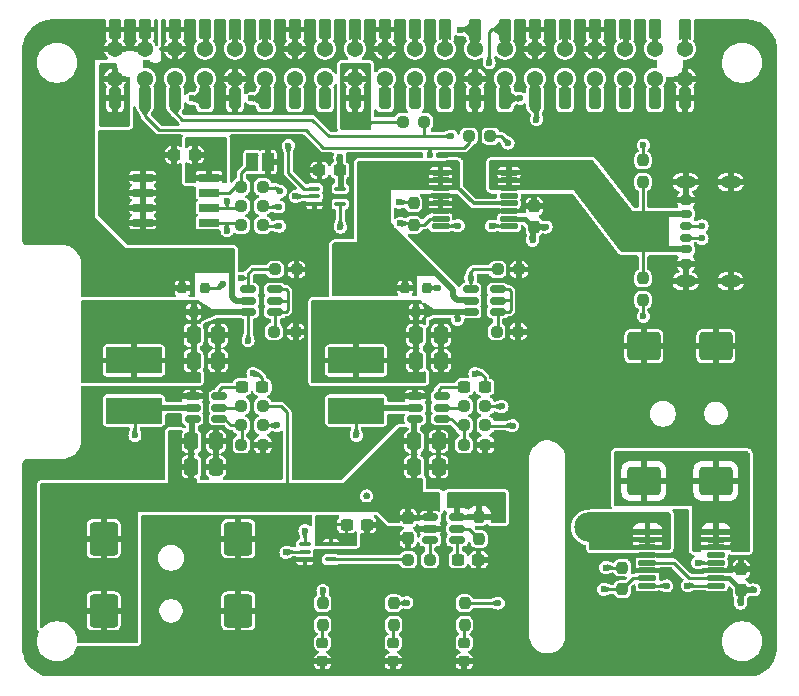
<source format=gtl>
G04 #@! TF.GenerationSoftware,KiCad,Pcbnew,8.0.9-8.0.9-0~ubuntu24.04.1*
G04 #@! TF.CreationDate,2025-06-14T07:54:04+02:00*
G04 #@! TF.ProjectId,rpi_power_warden_hat,7270695f-706f-4776-9572-5f7761726465,rev?*
G04 #@! TF.SameCoordinates,Original*
G04 #@! TF.FileFunction,Copper,L1,Top*
G04 #@! TF.FilePolarity,Positive*
%FSLAX46Y46*%
G04 Gerber Fmt 4.6, Leading zero omitted, Abs format (unit mm)*
G04 Created by KiCad (PCBNEW 8.0.9-8.0.9-0~ubuntu24.04.1) date 2025-06-14 07:54:04*
%MOMM*%
%LPD*%
G01*
G04 APERTURE LIST*
G04 Aperture macros list*
%AMRoundRect*
0 Rectangle with rounded corners*
0 $1 Rounding radius*
0 $2 $3 $4 $5 $6 $7 $8 $9 X,Y pos of 4 corners*
0 Add a 4 corners polygon primitive as box body*
4,1,4,$2,$3,$4,$5,$6,$7,$8,$9,$2,$3,0*
0 Add four circle primitives for the rounded corners*
1,1,$1+$1,$2,$3*
1,1,$1+$1,$4,$5*
1,1,$1+$1,$6,$7*
1,1,$1+$1,$8,$9*
0 Add four rect primitives between the rounded corners*
20,1,$1+$1,$2,$3,$4,$5,0*
20,1,$1+$1,$4,$5,$6,$7,0*
20,1,$1+$1,$6,$7,$8,$9,0*
20,1,$1+$1,$8,$9,$2,$3,0*%
G04 Aperture macros list end*
G04 #@! TA.AperFunction,SMDPad,CuDef*
%ADD10RoundRect,0.100000X-0.375000X-0.100000X0.375000X-0.100000X0.375000X0.100000X-0.375000X0.100000X0*%
G04 #@! TD*
G04 #@! TA.AperFunction,SMDPad,CuDef*
%ADD11RoundRect,0.237500X0.250000X0.237500X-0.250000X0.237500X-0.250000X-0.237500X0.250000X-0.237500X0*%
G04 #@! TD*
G04 #@! TA.AperFunction,SMDPad,CuDef*
%ADD12RoundRect,0.237500X-0.250000X-0.237500X0.250000X-0.237500X0.250000X0.237500X-0.250000X0.237500X0*%
G04 #@! TD*
G04 #@! TA.AperFunction,SMDPad,CuDef*
%ADD13C,2.500000*%
G04 #@! TD*
G04 #@! TA.AperFunction,SMDPad,CuDef*
%ADD14RoundRect,0.250000X-0.337500X-0.475000X0.337500X-0.475000X0.337500X0.475000X-0.337500X0.475000X0*%
G04 #@! TD*
G04 #@! TA.AperFunction,SMDPad,CuDef*
%ADD15RoundRect,0.237500X-0.237500X0.250000X-0.237500X-0.250000X0.237500X-0.250000X0.237500X0.250000X0*%
G04 #@! TD*
G04 #@! TA.AperFunction,SMDPad,CuDef*
%ADD16RoundRect,0.218750X0.256250X-0.218750X0.256250X0.218750X-0.256250X0.218750X-0.256250X-0.218750X0*%
G04 #@! TD*
G04 #@! TA.AperFunction,SMDPad,CuDef*
%ADD17RoundRect,0.237500X0.237500X-0.250000X0.237500X0.250000X-0.237500X0.250000X-0.237500X-0.250000X0*%
G04 #@! TD*
G04 #@! TA.AperFunction,SMDPad,CuDef*
%ADD18RoundRect,0.197368X2.202632X-0.927632X2.202632X0.927632X-2.202632X0.927632X-2.202632X-0.927632X0*%
G04 #@! TD*
G04 #@! TA.AperFunction,SMDPad,CuDef*
%ADD19RoundRect,0.200000X-0.200000X0.250000X-0.200000X-0.250000X0.200000X-0.250000X0.200000X0.250000X0*%
G04 #@! TD*
G04 #@! TA.AperFunction,SMDPad,CuDef*
%ADD20RoundRect,0.150000X-0.512500X-0.150000X0.512500X-0.150000X0.512500X0.150000X-0.512500X0.150000X0*%
G04 #@! TD*
G04 #@! TA.AperFunction,SMDPad,CuDef*
%ADD21RoundRect,0.237500X-0.300000X-0.237500X0.300000X-0.237500X0.300000X0.237500X-0.300000X0.237500X0*%
G04 #@! TD*
G04 #@! TA.AperFunction,SMDPad,CuDef*
%ADD22RoundRect,0.175000X0.325000X-0.175000X0.325000X0.175000X-0.325000X0.175000X-0.325000X-0.175000X0*%
G04 #@! TD*
G04 #@! TA.AperFunction,SMDPad,CuDef*
%ADD23RoundRect,0.200000X0.300000X-0.200000X0.300000X0.200000X-0.300000X0.200000X-0.300000X-0.200000X0*%
G04 #@! TD*
G04 #@! TA.AperFunction,ComponentPad*
%ADD24O,1.800000X1.000000*%
G04 #@! TD*
G04 #@! TA.AperFunction,SMDPad,CuDef*
%ADD25RoundRect,0.300000X1.100000X-0.900000X1.100000X0.900000X-1.100000X0.900000X-1.100000X-0.900000X0*%
G04 #@! TD*
G04 #@! TA.AperFunction,SMDPad,CuDef*
%ADD26R,1.000000X1.500000*%
G04 #@! TD*
G04 #@! TA.AperFunction,ComponentPad*
%ADD27C,1.370000*%
G04 #@! TD*
G04 #@! TA.AperFunction,SMDPad,CuDef*
%ADD28RoundRect,0.150000X0.360000X0.740000X-0.360000X0.740000X-0.360000X-0.740000X0.360000X-0.740000X0*%
G04 #@! TD*
G04 #@! TA.AperFunction,SMDPad,CuDef*
%ADD29RoundRect,0.150000X0.360000X0.705000X-0.360000X0.705000X-0.360000X-0.705000X0.360000X-0.705000X0*%
G04 #@! TD*
G04 #@! TA.AperFunction,SMDPad,CuDef*
%ADD30RoundRect,0.237500X0.237500X-0.300000X0.237500X0.300000X-0.237500X0.300000X-0.237500X-0.300000X0*%
G04 #@! TD*
G04 #@! TA.AperFunction,SMDPad,CuDef*
%ADD31RoundRect,0.150000X0.512500X0.150000X-0.512500X0.150000X-0.512500X-0.150000X0.512500X-0.150000X0*%
G04 #@! TD*
G04 #@! TA.AperFunction,SMDPad,CuDef*
%ADD32RoundRect,0.237500X0.300000X0.237500X-0.300000X0.237500X-0.300000X-0.237500X0.300000X-0.237500X0*%
G04 #@! TD*
G04 #@! TA.AperFunction,SMDPad,CuDef*
%ADD33RoundRect,0.300000X-0.900000X-1.100000X0.900000X-1.100000X0.900000X1.100000X-0.900000X1.100000X0*%
G04 #@! TD*
G04 #@! TA.AperFunction,SMDPad,CuDef*
%ADD34RoundRect,0.081250X-0.793750X-0.243750X0.793750X-0.243750X0.793750X0.243750X-0.793750X0.243750X0*%
G04 #@! TD*
G04 #@! TA.AperFunction,SMDPad,CuDef*
%ADD35RoundRect,0.237500X-0.237500X0.300000X-0.237500X-0.300000X0.237500X-0.300000X0.237500X0.300000X0*%
G04 #@! TD*
G04 #@! TA.AperFunction,SMDPad,CuDef*
%ADD36RoundRect,0.112500X-0.637500X-0.112500X0.637500X-0.112500X0.637500X0.112500X-0.637500X0.112500X0*%
G04 #@! TD*
G04 #@! TA.AperFunction,ViaPad*
%ADD37C,0.600000*%
G04 #@! TD*
G04 #@! TA.AperFunction,Conductor*
%ADD38C,0.500000*%
G04 #@! TD*
G04 #@! TA.AperFunction,Conductor*
%ADD39C,0.254000*%
G04 #@! TD*
G04 #@! TA.AperFunction,Conductor*
%ADD40C,0.400000*%
G04 #@! TD*
G04 #@! TA.AperFunction,Conductor*
%ADD41C,0.170000*%
G04 #@! TD*
G04 #@! TA.AperFunction,Conductor*
%ADD42C,0.200000*%
G04 #@! TD*
G04 #@! TA.AperFunction,Conductor*
%ADD43C,0.300000*%
G04 #@! TD*
G04 APERTURE END LIST*
D10*
X152174279Y-84488321D03*
X152174279Y-85138321D03*
X152174279Y-85788321D03*
X154374279Y-85788321D03*
X154374279Y-84488321D03*
X151374279Y-114588321D03*
X151374279Y-115238321D03*
X151374279Y-115888321D03*
X153574279Y-115888321D03*
X153574279Y-114588321D03*
D11*
X166660780Y-104534121D03*
X164835780Y-104534121D03*
D12*
X159661779Y-78838321D03*
X161486779Y-78838321D03*
D13*
X130619079Y-114059121D03*
D14*
X160611059Y-105889200D03*
X162686059Y-105889200D03*
D15*
X152889279Y-119584021D03*
X152889279Y-121409021D03*
D11*
X147804679Y-87572094D03*
X145979679Y-87572094D03*
D16*
X152863879Y-124509821D03*
X152863879Y-122934821D03*
D17*
X178252079Y-118399621D03*
X178252079Y-116574621D03*
D14*
X160611059Y-108048200D03*
X162686059Y-108048200D03*
D12*
X164835780Y-106159721D03*
X166660780Y-106159721D03*
D11*
X150664579Y-91332921D03*
X148839579Y-91332921D03*
D18*
X136901479Y-103289921D03*
X136901479Y-99039921D03*
D19*
X142901479Y-92922521D03*
X141001479Y-92922521D03*
X141951479Y-94922521D03*
D13*
X155538480Y-95460721D03*
D11*
X169436580Y-96589121D03*
X167611580Y-96589121D03*
D20*
X160716759Y-102072400D03*
X160716759Y-103022400D03*
X160716759Y-103972400D03*
X162986759Y-103972400D03*
X162986759Y-103022400D03*
X162986759Y-102072400D03*
D12*
X160133879Y-115922721D03*
X161958879Y-115922721D03*
D11*
X169511180Y-91332921D03*
X167686180Y-91332921D03*
D14*
X141955379Y-99060521D03*
X144030379Y-99060521D03*
D17*
X160574279Y-87550821D03*
X160574279Y-85725821D03*
D20*
X141870158Y-102072400D03*
X141870158Y-103022400D03*
X141870158Y-103972400D03*
X144140158Y-103972400D03*
X144140158Y-103022400D03*
X144140158Y-102072400D03*
X161994400Y-112331121D03*
X161994400Y-113281121D03*
X161994400Y-114231121D03*
X164264400Y-114231121D03*
X164264400Y-113281121D03*
X164264400Y-112331121D03*
D21*
X164885780Y-101282921D03*
X166610780Y-101282921D03*
X146039179Y-101282921D03*
X147764179Y-101282921D03*
D11*
X166660780Y-102908521D03*
X164835780Y-102908521D03*
D21*
X164346900Y-115922721D03*
X166071900Y-115922721D03*
D14*
X141955379Y-96900921D03*
X144030379Y-96900921D03*
D22*
X183624279Y-88638321D03*
X183624279Y-86638321D03*
D23*
X183624279Y-85438321D03*
D22*
X183624279Y-87638321D03*
X183624279Y-89638321D03*
D23*
X183624279Y-90838321D03*
D24*
X183624279Y-92338321D03*
X187424279Y-92338321D03*
X183624279Y-83938321D03*
X187424279Y-83938321D03*
D25*
X180074279Y-109238321D03*
X186174279Y-109238321D03*
X186174279Y-97838321D03*
X180074279Y-97838321D03*
D13*
X155690880Y-91066521D03*
X175424679Y-113160721D03*
D16*
X164863879Y-124509821D03*
X164863879Y-122934821D03*
D18*
X155711759Y-103289921D03*
X155711759Y-99039921D03*
D11*
X167086779Y-80038321D03*
X165261779Y-80038321D03*
D26*
X148224279Y-82238321D03*
X146924279Y-82238321D03*
D17*
X166129400Y-114143621D03*
X166129400Y-112318621D03*
D13*
X136844279Y-91066521D03*
D16*
X158863879Y-124509821D03*
X158863879Y-122934821D03*
D27*
X135295599Y-75195001D03*
D28*
X135295599Y-76835001D03*
D29*
X135295599Y-71015001D03*
D27*
X135295599Y-72655001D03*
X137835599Y-75195001D03*
D28*
X137835599Y-76835001D03*
D29*
X137835599Y-71015001D03*
D27*
X137835599Y-72655001D03*
X140375599Y-75195001D03*
D28*
X140375599Y-76835001D03*
D29*
X140375599Y-71015001D03*
D27*
X140375599Y-72655001D03*
X142915599Y-75195001D03*
D28*
X142915599Y-76835001D03*
D29*
X142915599Y-71015001D03*
D27*
X142915599Y-72655001D03*
X145455599Y-75195001D03*
D28*
X145455599Y-76835001D03*
D29*
X145455599Y-71015001D03*
D27*
X145455599Y-72655001D03*
X147995599Y-75195001D03*
D28*
X147995599Y-76835001D03*
D29*
X147995599Y-71015001D03*
D27*
X147995599Y-72655001D03*
X150535599Y-75195001D03*
D28*
X150535599Y-76835001D03*
D29*
X150535599Y-71015001D03*
D27*
X150535599Y-72655001D03*
X153075599Y-75195001D03*
D28*
X153075599Y-76835001D03*
D29*
X153075599Y-71015001D03*
D27*
X153075599Y-72655001D03*
X155615599Y-75195001D03*
D28*
X155615599Y-76835001D03*
D29*
X155615599Y-71015001D03*
D27*
X155615599Y-72655001D03*
X158155599Y-75195001D03*
D28*
X158155599Y-76835001D03*
D29*
X158155599Y-71015001D03*
D27*
X158155599Y-72655001D03*
X160695599Y-75195001D03*
D28*
X160695599Y-76835001D03*
D29*
X160695599Y-71015001D03*
D27*
X160695599Y-72655001D03*
X163235599Y-75195001D03*
D28*
X163235599Y-76835001D03*
D29*
X163235599Y-71015001D03*
D27*
X163235599Y-72655001D03*
X165775599Y-75195001D03*
D28*
X165775599Y-76835001D03*
D29*
X165775599Y-71015001D03*
D27*
X165775599Y-72655001D03*
X168315599Y-75195001D03*
D28*
X168315599Y-76835001D03*
D29*
X168315599Y-71015001D03*
D27*
X168315599Y-72655001D03*
X170855599Y-75195001D03*
D28*
X170855599Y-76835001D03*
D29*
X170855599Y-71015001D03*
D27*
X170855599Y-72655001D03*
X173395599Y-75195001D03*
D28*
X173395599Y-76835001D03*
D29*
X173395599Y-71015001D03*
D27*
X173395599Y-72655001D03*
X175935599Y-75195001D03*
D28*
X175935599Y-76835001D03*
D29*
X175935599Y-71015001D03*
D27*
X175935599Y-72655001D03*
X178475599Y-75195001D03*
D28*
X178475599Y-76835001D03*
D29*
X178475599Y-71015001D03*
D27*
X178475599Y-72655001D03*
X181015599Y-75195001D03*
D28*
X181015599Y-76835001D03*
D29*
X181015599Y-71015001D03*
D27*
X181015599Y-72655001D03*
X183555599Y-75195001D03*
D28*
X183555599Y-76835001D03*
D29*
X183555599Y-71015001D03*
D27*
X183555599Y-72655001D03*
D30*
X170791080Y-87712221D03*
X170791080Y-85987221D03*
D31*
X148836279Y-94923321D03*
X148836279Y-93973321D03*
X148836279Y-93023321D03*
X146566279Y-93023321D03*
X146566279Y-93973321D03*
X146566279Y-94923321D03*
D15*
X164889279Y-119584021D03*
X164889279Y-121409021D03*
D12*
X145989179Y-106159721D03*
X147814179Y-106159721D03*
D15*
X158889279Y-119584021D03*
X158889279Y-121409021D03*
X180000000Y-82087500D03*
X180000000Y-83912500D03*
D14*
X160801980Y-99060521D03*
X162876980Y-99060521D03*
X160801980Y-96900921D03*
X162876980Y-96900921D03*
D32*
X156636779Y-112938321D03*
X154911779Y-112938321D03*
D33*
X134336779Y-114138321D03*
X134336779Y-120238321D03*
X145736779Y-120238321D03*
X145736779Y-114138321D03*
D11*
X147814179Y-104534121D03*
X145989179Y-104534121D03*
D32*
X142036779Y-81638321D03*
X140311779Y-81638321D03*
D34*
X137648079Y-83556494D03*
X137648079Y-84826494D03*
X137648079Y-86096494D03*
X137648079Y-87366494D03*
X143248079Y-87366494D03*
X143248079Y-86096494D03*
X143248079Y-84826494D03*
X143248079Y-83556494D03*
D11*
X147804679Y-85946094D03*
X145979679Y-85946094D03*
D35*
X160133879Y-112368621D03*
X160133879Y-114093621D03*
D11*
X147814179Y-102908521D03*
X145989179Y-102908521D03*
X150589979Y-96589121D03*
X148764979Y-96589121D03*
D30*
X188303879Y-118449621D03*
X188303879Y-116724621D03*
D14*
X141764458Y-105889200D03*
X143839458Y-105889200D03*
D17*
X180000000Y-93912500D03*
X180000000Y-92087500D03*
D21*
X152608958Y-82924194D03*
X154333958Y-82924194D03*
D36*
X180373279Y-113562121D03*
X180373279Y-114212121D03*
X180373279Y-114862121D03*
X180373279Y-115512121D03*
X180373279Y-116162121D03*
X180373279Y-116812121D03*
X180373279Y-117462121D03*
X180373279Y-118112121D03*
X186173279Y-118112121D03*
X186173279Y-117462121D03*
X186173279Y-116812121D03*
X186173279Y-116162121D03*
X186173279Y-115512121D03*
X186173279Y-114862121D03*
X186173279Y-114212121D03*
X186173279Y-113562121D03*
D31*
X167682880Y-94923321D03*
X167682880Y-93973321D03*
X167682880Y-93023321D03*
X165412880Y-93023321D03*
X165412880Y-93973321D03*
X165412880Y-94923321D03*
D14*
X141764458Y-108048200D03*
X143839458Y-108048200D03*
D13*
X136691879Y-95460721D03*
D36*
X162860480Y-83124721D03*
X162860480Y-83774721D03*
X162860480Y-84424721D03*
X162860480Y-85074721D03*
X162860480Y-85724721D03*
X162860480Y-86374721D03*
X162860480Y-87024721D03*
X162860480Y-87674721D03*
X168660480Y-87674721D03*
X168660480Y-87024721D03*
X168660480Y-86374721D03*
X168660480Y-85724721D03*
X168660480Y-85074721D03*
X168660480Y-84424721D03*
X168660480Y-83774721D03*
X168660480Y-83124721D03*
D11*
X147804679Y-84320094D03*
X145979679Y-84320094D03*
D19*
X161748080Y-92922521D03*
X159848080Y-92922521D03*
X160798080Y-94922521D03*
D37*
X164604279Y-108521921D03*
X150888279Y-92646921D03*
X162242079Y-117208721D03*
X147713279Y-114033721D03*
X146875079Y-107607521D03*
X135274279Y-85438321D03*
X166585479Y-86703321D03*
X148272079Y-80658121D03*
X145706679Y-97980921D03*
X151218479Y-98184121D03*
X142774279Y-122938321D03*
X190817079Y-114948121D03*
X185813279Y-100774921D03*
X164502679Y-100089121D03*
X164502679Y-98006321D03*
X149186479Y-74003321D03*
X147840279Y-107582121D03*
X175274279Y-120438321D03*
X135274279Y-82938321D03*
X190474279Y-110438321D03*
X162191279Y-125133521D03*
X167677679Y-115862521D03*
X145732079Y-100012921D03*
X190474279Y-97938321D03*
X157441479Y-125133521D03*
X135274279Y-107938321D03*
X178218679Y-80607321D03*
X183674279Y-95238321D03*
X142861879Y-120231321D03*
X165747279Y-83985521D03*
X156674279Y-117038321D03*
X178218679Y-83375921D03*
X182841479Y-117437321D03*
X190474279Y-87938321D03*
X130274279Y-107938321D03*
X159498879Y-73952521D03*
X147774279Y-122938321D03*
X190842479Y-117792921D03*
X190274279Y-102938321D03*
X172097279Y-73927121D03*
X190474279Y-82938321D03*
X175881879Y-115989521D03*
X152564679Y-81674121D03*
X162902479Y-89167121D03*
X180758679Y-100800321D03*
X135274279Y-80438321D03*
X172774279Y-102938321D03*
X169455679Y-99200121D03*
X183882879Y-98488921D03*
X171995679Y-86627121D03*
X156674279Y-114238321D03*
X137774279Y-80438321D03*
X182079479Y-98488921D03*
X147738679Y-120256721D03*
X169989079Y-92723121D03*
X190474279Y-92938321D03*
X152336079Y-90919721D03*
X159397279Y-86500121D03*
X151548679Y-87719321D03*
X151320079Y-82918721D03*
X186422879Y-119291521D03*
X140982279Y-87490721D03*
X141744279Y-74003321D03*
X190474279Y-107938321D03*
X184289279Y-80734321D03*
X140982279Y-84772921D03*
X185457679Y-76822721D03*
X185824279Y-85688321D03*
X142912679Y-114033721D03*
X167774279Y-122938321D03*
X190817079Y-116421321D03*
X165747279Y-107632921D03*
X151447079Y-125158921D03*
X156603279Y-110503121D03*
X140982279Y-86195321D03*
X171995679Y-85560321D03*
X171791286Y-87743139D03*
X143374279Y-80638321D03*
X149174279Y-86038321D03*
X168574279Y-80638321D03*
X154974279Y-79038321D03*
X170644978Y-88851921D03*
X149215825Y-87664321D03*
X134574279Y-78638321D03*
X188256871Y-119574104D03*
X136174279Y-78638321D03*
X154342679Y-81775721D03*
X155774279Y-78438321D03*
X156174279Y-79038321D03*
X176847079Y-116573721D03*
X153774279Y-112638321D03*
X135374279Y-78638321D03*
X189403179Y-118465322D03*
X142022585Y-80448087D03*
X153474279Y-113538321D03*
X149282052Y-84730548D03*
X159374279Y-85638321D03*
X155726279Y-105372721D03*
X165774279Y-100142371D03*
X168973079Y-104559521D03*
X164299479Y-95552121D03*
X146974279Y-100138321D03*
X136981079Y-105372721D03*
X149008679Y-104534121D03*
X146570279Y-97371321D03*
X185000000Y-88688321D03*
X180024279Y-95288321D03*
X180024279Y-80788321D03*
X185000000Y-87638321D03*
X164352378Y-87632121D03*
X161953432Y-81619433D03*
X182003279Y-118123121D03*
X151374279Y-113438321D03*
X141774279Y-76838321D03*
X146836279Y-76838321D03*
X176669279Y-118402521D03*
X149772662Y-115277689D03*
X144774279Y-85538321D03*
X166974279Y-73838321D03*
X170974279Y-78638321D03*
X159430778Y-87438321D03*
X150571019Y-85138321D03*
X164474279Y-71038321D03*
X149974279Y-80838321D03*
X152894879Y-118504121D03*
X138620079Y-93027921D03*
X169574279Y-76838321D03*
X144774279Y-88038321D03*
X167174279Y-87638321D03*
X183755879Y-118097721D03*
X163774279Y-80038321D03*
X162653630Y-92903621D03*
X165417079Y-92068121D03*
X160006879Y-119545521D03*
X157847879Y-92900921D03*
X144399279Y-92588321D03*
X145984142Y-92063157D03*
X154374279Y-87738321D03*
X168058679Y-102933921D03*
X164629679Y-110757121D03*
X167677679Y-111569921D03*
X184619479Y-116167321D03*
X178421879Y-112408121D03*
X167677679Y-110782521D03*
X178421879Y-114617921D03*
X166128279Y-110782521D03*
X180352279Y-112408121D03*
X167740779Y-119584021D03*
X178421879Y-113525721D03*
D38*
X170665186Y-87726338D02*
X171774485Y-87726338D01*
X188277079Y-118448521D02*
X189386378Y-118448521D01*
D39*
X156774279Y-79038321D02*
X156974279Y-78838321D01*
D38*
X154393479Y-84322228D02*
X154393479Y-82983715D01*
D39*
X147912452Y-84412321D02*
X148963825Y-84412321D01*
X178252079Y-116374621D02*
X178252079Y-116574621D01*
X147896906Y-86038321D02*
X147804679Y-85946094D01*
X186173279Y-117462121D02*
X183893379Y-117462121D01*
D38*
X170661779Y-87725821D02*
X170661779Y-88835120D01*
X154579490Y-82998346D02*
X154342679Y-82761535D01*
D39*
X147912452Y-87664321D02*
X149215825Y-87664321D01*
X176847979Y-116574621D02*
X176847079Y-116573721D01*
D38*
X188273672Y-118448004D02*
X188273672Y-119557303D01*
D39*
X182593379Y-116162121D02*
X180373279Y-116162121D01*
X178252079Y-116574621D02*
X176847979Y-116574621D01*
D40*
X169974279Y-87038321D02*
X170661779Y-87725821D01*
X187314762Y-117460504D02*
X188303879Y-118449621D01*
D39*
X167974279Y-80038321D02*
X167086779Y-80038321D01*
X159374279Y-85638321D02*
X160517780Y-85638321D01*
X183893379Y-117462121D02*
X182593379Y-116162121D01*
D40*
X168531179Y-87038321D02*
X169974279Y-87038321D01*
X186143072Y-117460504D02*
X187314762Y-117460504D01*
D39*
X156174279Y-79038321D02*
X156774279Y-79038321D01*
X149174279Y-86038321D02*
X147896906Y-86038321D01*
D38*
X154342679Y-82761535D02*
X154342679Y-81775721D01*
D39*
X160340780Y-86035721D02*
X160439280Y-85937221D01*
X156974279Y-78838321D02*
X159661779Y-78838321D01*
X168574279Y-80638321D02*
X167974279Y-80038321D01*
X148963825Y-84412321D02*
X149282052Y-84730548D01*
D38*
X154393479Y-82983715D02*
X154333958Y-82924194D01*
X141870158Y-103972400D02*
X141795079Y-104047479D01*
D39*
X147814179Y-102908521D02*
X149344479Y-102908521D01*
D38*
X141795079Y-104047479D02*
X141795079Y-105558579D01*
D39*
X149874279Y-103438321D02*
X149874279Y-110038321D01*
D38*
X141795079Y-105558579D02*
X141464458Y-105889200D01*
D39*
X149344479Y-102908521D02*
X149874279Y-103438321D01*
X160311059Y-104078100D02*
X160416759Y-103972400D01*
D38*
X160641879Y-105973071D02*
X160641879Y-104161971D01*
X160568637Y-103035521D02*
X155917479Y-103035521D01*
D39*
X166585479Y-101336171D02*
X166585479Y-100438321D01*
X166289529Y-100142371D02*
X166585479Y-100438321D01*
X155714279Y-105360721D02*
X155714279Y-103441921D01*
X165774279Y-100142371D02*
X166289529Y-100142371D01*
X162686759Y-102072400D02*
X162686759Y-101524041D01*
X162686759Y-101524041D02*
X162927879Y-101282921D01*
X162927879Y-101282921D02*
X164585780Y-101282921D01*
D38*
X164349479Y-94907521D02*
X161255479Y-94907521D01*
D39*
X168973079Y-104559521D02*
X166382279Y-104559521D01*
D38*
X165569479Y-94907521D02*
X164349479Y-94907521D01*
D39*
X164299479Y-95552121D02*
X164299479Y-94958321D01*
X144140158Y-102072400D02*
X144140158Y-101498442D01*
X144330279Y-101308321D02*
X146013779Y-101308321D01*
X144140158Y-101498442D02*
X144330279Y-101308321D01*
X146013779Y-101308321D02*
X146039179Y-101282921D01*
X136919000Y-103022400D02*
X136601479Y-103339921D01*
X147738679Y-101282921D02*
X147738679Y-100538321D01*
D38*
X141570158Y-103022400D02*
X136919000Y-103022400D01*
D39*
X147338679Y-100138321D02*
X147738679Y-100538321D01*
X136969079Y-105360721D02*
X136969079Y-103441921D01*
X146974279Y-100138321D02*
X147338679Y-100138321D01*
X146570279Y-97371321D02*
X146570279Y-95075721D01*
X147514179Y-104534121D02*
X149008679Y-104534121D01*
D38*
X145046279Y-94923321D02*
X141952279Y-94923321D01*
D39*
X149008679Y-104534121D02*
X148983279Y-104559521D01*
D38*
X141952279Y-94923321D02*
X141951479Y-94922521D01*
X146266279Y-94923321D02*
X145046279Y-94923321D01*
D41*
X164264400Y-115840221D02*
X164346900Y-115922721D01*
D39*
X164264400Y-114231121D02*
X164264400Y-115840221D01*
X158863879Y-121434421D02*
X158889279Y-121409021D01*
X158863879Y-122934821D02*
X158863879Y-121434421D01*
X152863879Y-121434421D02*
X152889279Y-121409021D01*
X152863879Y-122934821D02*
X152863879Y-121434421D01*
X164863879Y-122934821D02*
X164863879Y-121434421D01*
X164863879Y-121434421D02*
X164889279Y-121409021D01*
X180000000Y-89664042D02*
X179974279Y-89638321D01*
X180000000Y-86562600D02*
X179924279Y-86638321D01*
X180000000Y-83912500D02*
X180000000Y-86562600D01*
D38*
X183624279Y-89638321D02*
X179974279Y-89638321D01*
X179974279Y-89638321D02*
X178411779Y-89638321D01*
X179924279Y-86638321D02*
X178474279Y-86638321D01*
X183624279Y-86638321D02*
X179924279Y-86638321D01*
D39*
X180000000Y-92087500D02*
X180000000Y-89664042D01*
X185000000Y-88688321D02*
X184950000Y-88638321D01*
X184950000Y-88638321D02*
X183624279Y-88638321D01*
X180000000Y-95264042D02*
X180024279Y-95288321D01*
X180000000Y-93912500D02*
X180000000Y-95264042D01*
X183624279Y-87638321D02*
X185000000Y-87638321D01*
X180000000Y-82087500D02*
X180000000Y-80812600D01*
X180000000Y-80812600D02*
X180024279Y-80788321D01*
D38*
X173395599Y-75195001D02*
X173395599Y-76835001D01*
D39*
X161974279Y-81598586D02*
X161953432Y-81619433D01*
X164857017Y-81038321D02*
X165015648Y-80879690D01*
X165261779Y-80633559D02*
X165261779Y-80038321D01*
X152945252Y-81038321D02*
X151429252Y-79522321D01*
X161974279Y-81038321D02*
X164857017Y-81038321D01*
X157974279Y-81038321D02*
X152945252Y-81038321D01*
D38*
X137874279Y-75238321D02*
X137874279Y-76878321D01*
D39*
X162802379Y-87638321D02*
X164346178Y-87638321D01*
X180373279Y-118112121D02*
X181992279Y-118112121D01*
X165015648Y-80879690D02*
X165261779Y-80633559D01*
X139058279Y-79522321D02*
X137835599Y-78299641D01*
X151429252Y-79522321D02*
X139058279Y-79522321D01*
X157974279Y-81038321D02*
X161974279Y-81038321D01*
X181992279Y-118112121D02*
X182003279Y-118123121D01*
X161974279Y-81038321D02*
X161974279Y-81598586D01*
X137835599Y-78299641D02*
X137835599Y-76835001D01*
X163410479Y-87668521D02*
X163404279Y-87674721D01*
D38*
X175974279Y-75238321D02*
X175974279Y-76878321D01*
X147974279Y-72638321D02*
X147974279Y-70998321D01*
D39*
X151374279Y-114538321D02*
X151374279Y-113438321D01*
D38*
X142874279Y-75238321D02*
X142874279Y-76878321D01*
D39*
X141774279Y-76838321D02*
X142912279Y-76838321D01*
X142912279Y-76838321D02*
X142915599Y-76835001D01*
X178308379Y-118402521D02*
X176669279Y-118402521D01*
X151331789Y-115227643D02*
X149822708Y-115227643D01*
X180373279Y-117462121D02*
X179189579Y-117462121D01*
X146836279Y-76838321D02*
X147974279Y-76838321D01*
D38*
X148074279Y-75238321D02*
X148074279Y-76878321D01*
D39*
X179189579Y-117462121D02*
X178413379Y-118238321D01*
X143248079Y-86096494D02*
X145174279Y-86096494D01*
X144774279Y-86096494D02*
X145174279Y-86096494D01*
X145916106Y-86096494D02*
X146066506Y-85946094D01*
X144774279Y-86096494D02*
X144774279Y-85738321D01*
X167206516Y-71006084D02*
X168306682Y-71006084D01*
X145174279Y-86096494D02*
X145916106Y-86096494D01*
X166974279Y-71238321D02*
X167206516Y-71006084D01*
X166974279Y-73838321D02*
X166974279Y-71238321D01*
X168306682Y-71006084D02*
X168315599Y-71015001D01*
D38*
X168374279Y-72638321D02*
X168374279Y-70998321D01*
X170874279Y-75238321D02*
X170874279Y-76878321D01*
D39*
X159430778Y-87438321D02*
X160574279Y-87438321D01*
X161976079Y-87024721D02*
X161438579Y-87562221D01*
X150571019Y-85138321D02*
X152174279Y-85138321D01*
X170974279Y-78638321D02*
X170974279Y-76953681D01*
X162860480Y-87024721D02*
X161976079Y-87024721D01*
X161438579Y-87562221D02*
X160939280Y-87562221D01*
X170974279Y-76953681D02*
X170855599Y-76835001D01*
X164474279Y-71038321D02*
X165752279Y-71038321D01*
D38*
X165774279Y-72738321D02*
X165774279Y-71098321D01*
D39*
X151324279Y-84488321D02*
X152174279Y-84488321D01*
X165752279Y-71038321D02*
X165775599Y-71015001D01*
X149974279Y-80838321D02*
X149974279Y-83138321D01*
X149974279Y-83138321D02*
X151324279Y-84488321D01*
D38*
X146266279Y-93973321D02*
X145509279Y-93973321D01*
X145192978Y-93657020D02*
X145192978Y-90595222D01*
D39*
X152889279Y-118509721D02*
X152889279Y-119584021D01*
D38*
X145509279Y-93973321D02*
X145192978Y-93657020D01*
D39*
X152894879Y-118504121D02*
X152889279Y-118509721D01*
D38*
X168274279Y-75238321D02*
X168274279Y-76878321D01*
D39*
X145374279Y-87366494D02*
X144774279Y-87366494D01*
X144774279Y-87366494D02*
X144774279Y-88038321D01*
X146108052Y-87572094D02*
X145902452Y-87366494D01*
X145902452Y-87366494D02*
X145374279Y-87366494D01*
X169570959Y-76835001D02*
X168315599Y-76835001D01*
X143248079Y-87366494D02*
X145374279Y-87366494D01*
X169574279Y-76838321D02*
X169570959Y-76835001D01*
D38*
X180974279Y-72638321D02*
X180974279Y-70998321D01*
D39*
X151975599Y-78639641D02*
X153374279Y-80038321D01*
X183755879Y-118097721D02*
X183770279Y-118112121D01*
X161486779Y-79950821D02*
X161574279Y-80038321D01*
X161486779Y-78838321D02*
X161486779Y-79950821D01*
X140975599Y-78639641D02*
X151975599Y-78639641D01*
X153374279Y-80038321D02*
X161574279Y-80038321D01*
X140375599Y-76835001D02*
X140375599Y-78039641D01*
X168574279Y-87638321D02*
X167174279Y-87638321D01*
D38*
X140374279Y-75238321D02*
X140374279Y-76878321D01*
D39*
X140375599Y-78039641D02*
X140975599Y-78639641D01*
X183770279Y-118112121D02*
X186173279Y-118112121D01*
X161574279Y-80038321D02*
X163774279Y-80038321D01*
D38*
X163274279Y-75238321D02*
X163274279Y-76878321D01*
X173374279Y-72738321D02*
X173374279Y-71098321D01*
D39*
X161706079Y-92903621D02*
X162653630Y-92903621D01*
X165638879Y-91310221D02*
X165417079Y-91532021D01*
X165417079Y-91532021D02*
X165417079Y-92040021D01*
D42*
X165417079Y-92068121D02*
X165417079Y-93027921D01*
D39*
X167386379Y-91310221D02*
X165638879Y-91310221D01*
D38*
X165518679Y-93942321D02*
X164278879Y-93942321D01*
D43*
X168660480Y-85724721D02*
X165660679Y-85724721D01*
D38*
X164278879Y-93942321D02*
X163943079Y-93606521D01*
D39*
X160006879Y-119545521D02*
X159968379Y-119584021D01*
D38*
X163943079Y-93606521D02*
X163943079Y-93077921D01*
D43*
X165660679Y-85724721D02*
X164174279Y-84238321D01*
D38*
X163943079Y-93077921D02*
X162059583Y-91194425D01*
X162059583Y-91194425D02*
X161122775Y-91194425D01*
D39*
X159968379Y-119584021D02*
X158889279Y-119584021D01*
X146566279Y-92038321D02*
X146566279Y-91686011D01*
X146566279Y-91686011D02*
X146919369Y-91332921D01*
X146566279Y-93023321D02*
X146566279Y-92038321D01*
X146919369Y-91332921D02*
X148539579Y-91332921D01*
D42*
X145984142Y-92063157D02*
X146008978Y-92038321D01*
D39*
X144061279Y-92926321D02*
X142859279Y-92926321D01*
D42*
X146265479Y-93022521D02*
X146266279Y-93023321D01*
D39*
X144399279Y-92588321D02*
X144061279Y-92926321D01*
D42*
X146008978Y-92038321D02*
X146566279Y-92038321D01*
D39*
X154374279Y-85888321D02*
X154374279Y-87738321D01*
X166382279Y-102933921D02*
X168058679Y-102933921D01*
X162686759Y-103022400D02*
X164421901Y-103022400D01*
X164421901Y-103022400D02*
X164535780Y-102908521D01*
X162686759Y-103972400D02*
X163763158Y-103972400D01*
X164858279Y-106185121D02*
X164858279Y-104556620D01*
X164324879Y-104534121D02*
X164535780Y-104534121D01*
X163763158Y-103972400D02*
X164324879Y-104534121D01*
X164858279Y-104556620D02*
X164835780Y-104534121D01*
X168628079Y-93007521D02*
X167398279Y-93007521D01*
X167682880Y-96317821D02*
X167411580Y-96589121D01*
X168667679Y-94907521D02*
X168785079Y-94790121D01*
X167398279Y-93957521D02*
X168754079Y-93957521D01*
X168785079Y-93926521D02*
X168785079Y-93164521D01*
X167398279Y-94907521D02*
X168667679Y-94907521D01*
X167682880Y-94923321D02*
X167682880Y-96317821D01*
X168785079Y-94790121D02*
X168785079Y-93926521D01*
X168785079Y-93164521D02*
X168628079Y-93007521D01*
X145575300Y-103022400D02*
X145689179Y-102908521D01*
X143840158Y-103022400D02*
X145575300Y-103022400D01*
X146011479Y-104534121D02*
X146011479Y-105837421D01*
X143840158Y-103972400D02*
X144560758Y-103972400D01*
X145122479Y-104534121D02*
X146011479Y-104534121D01*
X146011479Y-105837421D02*
X145689179Y-106159721D01*
X144560758Y-103972400D02*
X145122479Y-104534121D01*
X149766079Y-93023321D02*
X148536279Y-93023321D01*
X149892079Y-93973321D02*
X149923079Y-93942321D01*
X149805679Y-94923321D02*
X148856279Y-94923321D01*
X149923079Y-94805921D02*
X149805679Y-94923321D01*
X149923079Y-93942321D02*
X149923079Y-94805921D01*
X148536279Y-93973321D02*
X149892079Y-93973321D01*
X148856279Y-96297821D02*
X148564979Y-96589121D01*
X148856279Y-94923321D02*
X148856279Y-96297821D01*
X149923079Y-93180321D02*
X149766079Y-93023321D01*
X149923079Y-93942321D02*
X149923079Y-93180321D01*
X161958879Y-114266642D02*
X161994400Y-114231121D01*
X161958879Y-115922721D02*
X161958879Y-114266642D01*
X160099479Y-115888321D02*
X160133879Y-115922721D01*
X153574279Y-115888321D02*
X160099479Y-115888321D01*
X164264400Y-113281121D02*
X165266900Y-113281121D01*
X165266900Y-113281121D02*
X166129400Y-114143621D01*
X167740779Y-119584021D02*
X164889279Y-119584021D01*
X184599279Y-116162121D02*
X184594079Y-116167321D01*
X186173279Y-116162121D02*
X184599279Y-116162121D01*
X143374279Y-84838321D02*
X144912306Y-84838321D01*
X146979679Y-81926521D02*
X147281479Y-81624721D01*
X144912306Y-84838321D02*
X145418706Y-84331921D01*
X145979679Y-84320094D02*
X145979679Y-83182921D01*
X145418706Y-84331921D02*
X145755879Y-84331921D01*
X145979679Y-83182921D02*
X146924279Y-82238321D01*
D38*
X160674279Y-72738321D02*
X160674279Y-71098321D01*
X178474279Y-75238321D02*
X178474279Y-76878321D01*
X153074279Y-75238321D02*
X153074279Y-76878321D01*
X142974279Y-72738321D02*
X142974279Y-71098321D01*
X145474279Y-72738321D02*
X145474279Y-71098321D01*
X180974279Y-75238321D02*
X180974279Y-76878321D01*
X160674279Y-75238321D02*
X160674279Y-76878321D01*
X155574279Y-72738321D02*
X155574279Y-71098321D01*
X153074279Y-72638321D02*
X153074279Y-70998321D01*
X158174279Y-75238321D02*
X158174279Y-76878321D01*
X150574279Y-75238321D02*
X150574279Y-76878321D01*
X178475599Y-72655001D02*
X178574279Y-72556321D01*
X178574279Y-72556321D02*
X178574279Y-71098321D01*
X163274279Y-72638321D02*
X163274279Y-70998321D01*
X183574279Y-72738321D02*
X183574279Y-71098321D01*
G04 #@! TA.AperFunction,Conductor*
G36*
X154245438Y-112158006D02*
G01*
X154291193Y-112210810D01*
X154301137Y-112279968D01*
X154272112Y-112343524D01*
X154266080Y-112350002D01*
X154263522Y-112352559D01*
X154179511Y-112464783D01*
X154130520Y-112596133D01*
X154124279Y-112654174D01*
X154124279Y-112788321D01*
X154787779Y-112788321D01*
X154854818Y-112808006D01*
X154900573Y-112860810D01*
X154911779Y-112912321D01*
X154911779Y-112938321D01*
X154937779Y-112938321D01*
X155004818Y-112958006D01*
X155050573Y-113010810D01*
X155061779Y-113062321D01*
X155061779Y-113663321D01*
X155258409Y-113663321D01*
X155258425Y-113663320D01*
X155316466Y-113657079D01*
X155447816Y-113608088D01*
X155560040Y-113524077D01*
X155562598Y-113521520D01*
X155565771Y-113519786D01*
X155567137Y-113518765D01*
X155567283Y-113518961D01*
X155623921Y-113488035D01*
X155693613Y-113493019D01*
X155749546Y-113534891D01*
X155773963Y-113600355D01*
X155774279Y-113609201D01*
X155774279Y-114604534D01*
X155754594Y-114671573D01*
X155701790Y-114717328D01*
X155650279Y-114728534D01*
X152367855Y-114728534D01*
X152300816Y-114708849D01*
X152255061Y-114656045D01*
X152243855Y-114604534D01*
X152243855Y-114438320D01*
X152851723Y-114438320D01*
X152851724Y-114438321D01*
X153424279Y-114438321D01*
X153724279Y-114438321D01*
X154296832Y-114438321D01*
X154289366Y-114387072D01*
X154238063Y-114282129D01*
X154155467Y-114199533D01*
X154050530Y-114148233D01*
X154050527Y-114148232D01*
X153982499Y-114138321D01*
X153724279Y-114138321D01*
X153724279Y-114438321D01*
X153424279Y-114438321D01*
X153424279Y-114138321D01*
X153166066Y-114138321D01*
X153098030Y-114148233D01*
X152993087Y-114199536D01*
X152910491Y-114282132D01*
X152859191Y-114387069D01*
X152859190Y-114387072D01*
X152851723Y-114438320D01*
X152243855Y-114438320D01*
X152243855Y-113222467D01*
X154124279Y-113222467D01*
X154130520Y-113280508D01*
X154179511Y-113411858D01*
X154263520Y-113524079D01*
X154375741Y-113608088D01*
X154507091Y-113657079D01*
X154565132Y-113663320D01*
X154565149Y-113663321D01*
X154761779Y-113663321D01*
X154761779Y-113088321D01*
X154124279Y-113088321D01*
X154124279Y-113222467D01*
X152243855Y-113222467D01*
X152243855Y-112262321D01*
X152263540Y-112195282D01*
X152316344Y-112149527D01*
X152367855Y-112138321D01*
X154178399Y-112138321D01*
X154245438Y-112158006D01*
G37*
G04 #@! TD.AperFunction*
G04 #@! TA.AperFunction,Conductor*
G36*
X168357318Y-110202006D02*
G01*
X168403073Y-110254810D01*
X168414279Y-110306321D01*
X168414279Y-112699921D01*
X168394594Y-112766960D01*
X168341790Y-112812715D01*
X168290279Y-112823921D01*
X167220652Y-112823921D01*
X167153613Y-112804236D01*
X167107858Y-112751432D01*
X167097294Y-112687317D01*
X167104399Y-112617772D01*
X167104400Y-112617762D01*
X167104400Y-112568621D01*
X165537098Y-112568621D01*
X165519396Y-112578287D01*
X165493038Y-112581121D01*
X164388400Y-112581121D01*
X164321361Y-112561436D01*
X164275606Y-112508632D01*
X164264400Y-112457121D01*
X164264400Y-112331121D01*
X164138400Y-112331121D01*
X164071361Y-112311436D01*
X164025606Y-112258632D01*
X164014400Y-112207121D01*
X164014400Y-111531121D01*
X164514400Y-111531121D01*
X164514400Y-112081121D01*
X165044202Y-112081121D01*
X165061904Y-112071455D01*
X165088262Y-112068621D01*
X165879400Y-112068621D01*
X166379400Y-112068621D01*
X167104399Y-112068621D01*
X167104399Y-112019481D01*
X167104398Y-112019466D01*
X167094080Y-111918468D01*
X167039853Y-111754820D01*
X167039848Y-111754809D01*
X166949347Y-111608086D01*
X166949344Y-111608082D01*
X166827438Y-111486176D01*
X166827434Y-111486173D01*
X166680711Y-111395672D01*
X166680700Y-111395667D01*
X166517052Y-111341440D01*
X166416054Y-111331121D01*
X166379400Y-111331121D01*
X166379400Y-112068621D01*
X165879400Y-112068621D01*
X165879400Y-111331121D01*
X165842761Y-111331121D01*
X165842743Y-111331122D01*
X165741747Y-111341440D01*
X165578099Y-111395667D01*
X165578088Y-111395672D01*
X165431365Y-111486173D01*
X165431361Y-111486176D01*
X165309452Y-111608085D01*
X165305054Y-111613647D01*
X165248029Y-111654018D01*
X165178229Y-111657151D01*
X165144674Y-111643459D01*
X165037096Y-111579838D01*
X165037093Y-111579837D01*
X164879395Y-111534021D01*
X164879389Y-111534020D01*
X164842549Y-111531121D01*
X164514400Y-111531121D01*
X164014400Y-111531121D01*
X163686250Y-111531121D01*
X163649410Y-111534020D01*
X163543673Y-111564740D01*
X163473804Y-111564540D01*
X163415134Y-111526597D01*
X163386291Y-111462959D01*
X163385079Y-111445663D01*
X163385079Y-110306321D01*
X163404764Y-110239282D01*
X163457568Y-110193527D01*
X163509079Y-110182321D01*
X168290279Y-110182321D01*
X168357318Y-110202006D01*
G37*
G04 #@! TD.AperFunction*
G04 #@! TA.AperFunction,Conductor*
G36*
X164399874Y-82122599D02*
G01*
X164420815Y-82139345D01*
X164497741Y-82215889D01*
X164531379Y-82277128D01*
X164534279Y-82303788D01*
X164534279Y-84444559D01*
X164514594Y-84511598D01*
X164497960Y-84532240D01*
X164420598Y-84609602D01*
X164359275Y-84643087D01*
X164332917Y-84645921D01*
X163697523Y-84645921D01*
X163659487Y-84637121D01*
X163602991Y-84609501D01*
X163585349Y-84606931D01*
X163532429Y-84599221D01*
X163532423Y-84599221D01*
X162188529Y-84599221D01*
X162117972Y-84609500D01*
X162061474Y-84637121D01*
X162023438Y-84645921D01*
X158623703Y-84645921D01*
X158623646Y-84795919D01*
X158623645Y-84795921D01*
X158623645Y-84795922D01*
X158622739Y-87181357D01*
X158622739Y-87181359D01*
X158622683Y-87331358D01*
X158727722Y-87438439D01*
X158727721Y-87438439D01*
X158896518Y-87610516D01*
X158922558Y-87649896D01*
X158932826Y-87674684D01*
X158949917Y-87715946D01*
X159038157Y-87830942D01*
X159153153Y-87919182D01*
X159207522Y-87941702D01*
X159248588Y-87969428D01*
X160297102Y-89038321D01*
X162872604Y-91663879D01*
X162905497Y-91725521D01*
X162899842Y-91795162D01*
X162857435Y-91850690D01*
X162791738Y-91874475D01*
X162784083Y-91874712D01*
X160889479Y-91874712D01*
X160889479Y-92024711D01*
X160889479Y-93416620D01*
X160869794Y-93483659D01*
X160853145Y-93504315D01*
X160775814Y-93581612D01*
X160714486Y-93615082D01*
X160688104Y-93617909D01*
X160524279Y-93617838D01*
X160457251Y-93598125D01*
X160411519Y-93545302D01*
X160401606Y-93476139D01*
X160424566Y-93420205D01*
X160450426Y-93385165D01*
X160495229Y-93257125D01*
X160495229Y-93257121D01*
X160498080Y-93226727D01*
X160498080Y-93172521D01*
X159198081Y-93172521D01*
X159198081Y-93226717D01*
X159200931Y-93257127D01*
X159245733Y-93385166D01*
X159271157Y-93419613D01*
X159295129Y-93485242D01*
X159279814Y-93553412D01*
X159230075Y-93602481D01*
X159171334Y-93617248D01*
X153875751Y-93614941D01*
X153808720Y-93595227D01*
X153788043Y-93578541D01*
X153710877Y-93501232D01*
X153677448Y-93439878D01*
X153674639Y-93413455D01*
X153675775Y-92618314D01*
X159198080Y-92618314D01*
X159198080Y-92672521D01*
X159598080Y-92672521D01*
X160098080Y-92672521D01*
X160498079Y-92672521D01*
X160498079Y-92618324D01*
X160495228Y-92587914D01*
X160450426Y-92459875D01*
X160369872Y-92350728D01*
X160260725Y-92270174D01*
X160132682Y-92225371D01*
X160102287Y-92222521D01*
X160098080Y-92222521D01*
X160098080Y-92672521D01*
X159598080Y-92672521D01*
X159598080Y-92222521D01*
X159593876Y-92222522D01*
X159593854Y-92222523D01*
X159563479Y-92225371D01*
X159563474Y-92225372D01*
X159435434Y-92270174D01*
X159326287Y-92350728D01*
X159245733Y-92459875D01*
X159200930Y-92587916D01*
X159200930Y-92587920D01*
X159198080Y-92618314D01*
X153675775Y-92618314D01*
X153680603Y-89239629D01*
X153700383Y-89172621D01*
X153716985Y-89152065D01*
X153794584Y-89074577D01*
X153855931Y-89041136D01*
X153882202Y-89038321D01*
X155620321Y-89038321D01*
X155770321Y-89038321D01*
X155773099Y-84199720D01*
X161874478Y-84199720D01*
X161874478Y-84199721D01*
X162635480Y-84199721D01*
X163085480Y-84199721D01*
X163846480Y-84199721D01*
X163824217Y-84154183D01*
X163812457Y-84085310D01*
X163824217Y-84045259D01*
X163846480Y-83999721D01*
X163085480Y-83999721D01*
X163085480Y-84199721D01*
X162635480Y-84199721D01*
X162635480Y-83999721D01*
X161874478Y-83999721D01*
X161896741Y-84045261D01*
X161908501Y-84114134D01*
X161896741Y-84154181D01*
X161874478Y-84199720D01*
X155773099Y-84199720D01*
X155773472Y-83549720D01*
X161874478Y-83549720D01*
X161874478Y-83549721D01*
X162635480Y-83549721D01*
X163085480Y-83549721D01*
X163846480Y-83549721D01*
X163824217Y-83504183D01*
X163812457Y-83435310D01*
X163824217Y-83395259D01*
X163846480Y-83349721D01*
X163085480Y-83349721D01*
X163085480Y-83549721D01*
X162635480Y-83549721D01*
X162635480Y-83349721D01*
X161874478Y-83349721D01*
X161896741Y-83395261D01*
X161908501Y-83464134D01*
X161896741Y-83504181D01*
X161874478Y-83549720D01*
X155773472Y-83549720D01*
X155773845Y-82899721D01*
X161874479Y-82899721D01*
X162635480Y-82899721D01*
X163085480Y-82899721D01*
X163846481Y-82899721D01*
X163797078Y-82798666D01*
X163711534Y-82713122D01*
X163602846Y-82659987D01*
X163532375Y-82649721D01*
X163085480Y-82649721D01*
X163085480Y-82899721D01*
X162635480Y-82899721D01*
X162635480Y-82649721D01*
X162188577Y-82649721D01*
X162118118Y-82659986D01*
X162009424Y-82713123D01*
X161923881Y-82798666D01*
X161874479Y-82899721D01*
X155773845Y-82899721D01*
X155774162Y-82347057D01*
X155793885Y-82280032D01*
X155810283Y-82259648D01*
X155888180Y-82181407D01*
X155949429Y-82147787D01*
X155975435Y-82144897D01*
X160154278Y-82124072D01*
X161689460Y-82116421D01*
X161737522Y-82125857D01*
X161809723Y-82155763D01*
X161936712Y-82172481D01*
X161953431Y-82174683D01*
X161953432Y-82174683D01*
X161953433Y-82174683D01*
X161989359Y-82169953D01*
X162097141Y-82155763D01*
X162175759Y-82123198D01*
X162222577Y-82113765D01*
X164332739Y-82103249D01*
X164399874Y-82122599D01*
G37*
G04 #@! TD.AperFunction*
G04 #@! TA.AperFunction,Conductor*
G36*
X182276518Y-111919806D02*
G01*
X182322273Y-111972610D01*
X182333479Y-112024121D01*
X182333479Y-114966028D01*
X182313794Y-115033067D01*
X182260990Y-115078822D01*
X182209479Y-115090028D01*
X181680068Y-115090028D01*
X181670168Y-115087121D01*
X181226747Y-115087121D01*
X181172286Y-115074521D01*
X181115790Y-115046901D01*
X181098148Y-115044331D01*
X181045228Y-115036621D01*
X181045222Y-115036621D01*
X179701328Y-115036621D01*
X179630771Y-115046900D01*
X179574273Y-115074521D01*
X179519812Y-115087121D01*
X179082661Y-115087121D01*
X179066490Y-115090028D01*
X175574079Y-115090028D01*
X175507040Y-115070343D01*
X175461285Y-115017539D01*
X175450079Y-114966028D01*
X175450079Y-114637120D01*
X179130637Y-114637120D01*
X179130638Y-114637121D01*
X180148279Y-114637121D01*
X180598279Y-114637121D01*
X181615919Y-114637121D01*
X181615919Y-114637120D01*
X181596918Y-114571717D01*
X181596918Y-114502525D01*
X181615919Y-114437121D01*
X180598279Y-114437121D01*
X180598279Y-114637121D01*
X180148279Y-114637121D01*
X180148279Y-114437121D01*
X179130638Y-114437121D01*
X179149639Y-114502528D01*
X179149639Y-114571714D01*
X179130637Y-114637120D01*
X175450079Y-114637120D01*
X175450079Y-113987120D01*
X179130637Y-113987120D01*
X179130638Y-113987121D01*
X180148279Y-113987121D01*
X180598279Y-113987121D01*
X181615919Y-113987121D01*
X181615919Y-113987120D01*
X181596918Y-113921717D01*
X181596918Y-113852525D01*
X181615919Y-113787121D01*
X180598279Y-113787121D01*
X180598279Y-113987121D01*
X180148279Y-113987121D01*
X180148279Y-113787121D01*
X179130638Y-113787121D01*
X179149639Y-113852528D01*
X179149639Y-113921714D01*
X179130637Y-113987120D01*
X175450079Y-113987120D01*
X175450079Y-113337119D01*
X179130637Y-113337119D01*
X179130639Y-113337121D01*
X180148279Y-113337121D01*
X180598279Y-113337121D01*
X181615919Y-113337121D01*
X181615920Y-113337119D01*
X181577372Y-113204439D01*
X181577371Y-113204436D01*
X181498596Y-113071235D01*
X181498590Y-113071226D01*
X181389173Y-112961809D01*
X181389164Y-112961803D01*
X181255963Y-112883028D01*
X181255960Y-112883027D01*
X181107363Y-112839855D01*
X181107352Y-112839853D01*
X181072638Y-112837121D01*
X180598279Y-112837121D01*
X180598279Y-113337121D01*
X180148279Y-113337121D01*
X180148279Y-112837121D01*
X179673937Y-112837121D01*
X179673915Y-112837122D01*
X179639200Y-112839854D01*
X179490597Y-112883027D01*
X179490594Y-112883028D01*
X179357393Y-112961803D01*
X179357384Y-112961809D01*
X179247967Y-113071226D01*
X179247961Y-113071235D01*
X179169186Y-113204436D01*
X179169185Y-113204439D01*
X179130637Y-113337119D01*
X175450079Y-113337119D01*
X175450079Y-112024121D01*
X175469764Y-111957082D01*
X175522568Y-111911327D01*
X175574079Y-111900121D01*
X182209479Y-111900121D01*
X182276518Y-111919806D01*
G37*
G04 #@! TD.AperFunction*
G04 #@! TA.AperFunction,Conductor*
G36*
X141599144Y-93918190D02*
G01*
X141640093Y-93924098D01*
X141684224Y-93924118D01*
X141949004Y-93924244D01*
X141949004Y-93924243D01*
X141949010Y-93924244D01*
X141988840Y-93919975D01*
X142006690Y-93918063D01*
X142006704Y-93918198D01*
X142022596Y-93916921D01*
X142258704Y-93916921D01*
X142325743Y-93936606D01*
X142327926Y-93938041D01*
X143466399Y-94704321D01*
X143931679Y-94704321D01*
X143998718Y-94724006D01*
X144044473Y-94776810D01*
X144055679Y-94828321D01*
X144055679Y-95028296D01*
X144035994Y-95095335D01*
X143983190Y-95141090D01*
X143979682Y-95142628D01*
X142557079Y-95739911D01*
X142557079Y-95812664D01*
X142537394Y-95879703D01*
X142484590Y-95925458D01*
X142415432Y-95935402D01*
X142404571Y-95933342D01*
X142400258Y-95932323D01*
X142340723Y-95925921D01*
X142205379Y-95925921D01*
X142205379Y-97875921D01*
X142222498Y-97893040D01*
X142255983Y-97954363D01*
X142250999Y-98024055D01*
X142222498Y-98068402D01*
X142205379Y-98085521D01*
X142205379Y-100035521D01*
X142340707Y-100035521D01*
X142340723Y-100035520D01*
X142400250Y-100029119D01*
X142404561Y-100028101D01*
X142474331Y-100031840D01*
X142531003Y-100072706D01*
X142556585Y-100137724D01*
X142557079Y-100148777D01*
X142557079Y-100803321D01*
X142537394Y-100870360D01*
X142484590Y-100916115D01*
X142433079Y-100927321D01*
X132545099Y-100927321D01*
X132478060Y-100907636D01*
X132432305Y-100854832D01*
X132421099Y-100803321D01*
X132421099Y-100021437D01*
X134251480Y-100021437D01*
X134254312Y-100051658D01*
X134254314Y-100051668D01*
X134298854Y-100178953D01*
X134378937Y-100287462D01*
X134487445Y-100367544D01*
X134614732Y-100412085D01*
X134614741Y-100412087D01*
X134644955Y-100414920D01*
X136651478Y-100414920D01*
X137151479Y-100414920D01*
X139157995Y-100414920D01*
X139188216Y-100412087D01*
X139188226Y-100412085D01*
X139315511Y-100367545D01*
X139424020Y-100287462D01*
X139504102Y-100178954D01*
X139548643Y-100051667D01*
X139548645Y-100051658D01*
X139551479Y-100021444D01*
X139551479Y-99583365D01*
X141117879Y-99583365D01*
X141124280Y-99642893D01*
X141124282Y-99642900D01*
X141174524Y-99777607D01*
X141174528Y-99777614D01*
X141260688Y-99892708D01*
X141260691Y-99892711D01*
X141375785Y-99978871D01*
X141375792Y-99978875D01*
X141510499Y-100029117D01*
X141510506Y-100029119D01*
X141570034Y-100035520D01*
X141570051Y-100035521D01*
X141705379Y-100035521D01*
X141705379Y-99310521D01*
X141117879Y-99310521D01*
X141117879Y-99583365D01*
X139551479Y-99583365D01*
X139551479Y-99289921D01*
X137151479Y-99289921D01*
X137151479Y-100414920D01*
X136651478Y-100414920D01*
X136651479Y-100414919D01*
X136651479Y-99289921D01*
X134251480Y-99289921D01*
X134251480Y-100021437D01*
X132421099Y-100021437D01*
X132421099Y-98058397D01*
X134251479Y-98058397D01*
X134251479Y-98789921D01*
X136651479Y-98789921D01*
X137151479Y-98789921D01*
X139551478Y-98789921D01*
X139551478Y-98058404D01*
X139548645Y-98028183D01*
X139548643Y-98028173D01*
X139504103Y-97900888D01*
X139424020Y-97792379D01*
X139315512Y-97712297D01*
X139188225Y-97667756D01*
X139188216Y-97667754D01*
X139158002Y-97664921D01*
X137151479Y-97664921D01*
X137151479Y-98789921D01*
X136651479Y-98789921D01*
X136651479Y-97664921D01*
X134644962Y-97664921D01*
X134614741Y-97667754D01*
X134614731Y-97667756D01*
X134487446Y-97712296D01*
X134378937Y-97792379D01*
X134298855Y-97900887D01*
X134254314Y-98028174D01*
X134254312Y-98028183D01*
X134251479Y-98058397D01*
X132421099Y-98058397D01*
X132421099Y-97423765D01*
X141117879Y-97423765D01*
X141124280Y-97483293D01*
X141124282Y-97483300D01*
X141174524Y-97618007D01*
X141174528Y-97618014D01*
X141260688Y-97733108D01*
X141260691Y-97733111D01*
X141375785Y-97819271D01*
X141375792Y-97819275D01*
X141497150Y-97864539D01*
X141553084Y-97906410D01*
X141577501Y-97971875D01*
X141562649Y-98040148D01*
X141513244Y-98089553D01*
X141497150Y-98096903D01*
X141375792Y-98142166D01*
X141375785Y-98142170D01*
X141260691Y-98228330D01*
X141260688Y-98228333D01*
X141174528Y-98343427D01*
X141174524Y-98343434D01*
X141124282Y-98478141D01*
X141124280Y-98478148D01*
X141117879Y-98537676D01*
X141117879Y-98810521D01*
X141705379Y-98810521D01*
X141705379Y-98085521D01*
X141688260Y-98068402D01*
X141654775Y-98007079D01*
X141659759Y-97937387D01*
X141688260Y-97893040D01*
X141705379Y-97875921D01*
X141705379Y-97150921D01*
X141117879Y-97150921D01*
X141117879Y-97423765D01*
X132421099Y-97423765D01*
X132421099Y-96378076D01*
X141117879Y-96378076D01*
X141117879Y-96650921D01*
X141705379Y-96650921D01*
X141705379Y-95925921D01*
X141570034Y-95925921D01*
X141510506Y-95932322D01*
X141510499Y-95932324D01*
X141375792Y-95982566D01*
X141375785Y-95982570D01*
X141260691Y-96068730D01*
X141260688Y-96068733D01*
X141174528Y-96183827D01*
X141174524Y-96183834D01*
X141124282Y-96318541D01*
X141124280Y-96318548D01*
X141117879Y-96378076D01*
X132421099Y-96378076D01*
X132421099Y-95226717D01*
X141301480Y-95226717D01*
X141304330Y-95257127D01*
X141349132Y-95385166D01*
X141429686Y-95494313D01*
X141538833Y-95574867D01*
X141666876Y-95619670D01*
X141697272Y-95622520D01*
X141701478Y-95622520D01*
X142201479Y-95622520D01*
X142205675Y-95622520D01*
X142236085Y-95619669D01*
X142364124Y-95574867D01*
X142364124Y-95574866D01*
X142391241Y-95554854D01*
X142410031Y-95547990D01*
X142419560Y-95534125D01*
X142424196Y-95530531D01*
X142473271Y-95494312D01*
X142553825Y-95385166D01*
X142598628Y-95257125D01*
X142598628Y-95257121D01*
X142601479Y-95226727D01*
X142601479Y-95172521D01*
X142201479Y-95172521D01*
X142201479Y-95622520D01*
X141701478Y-95622520D01*
X141701479Y-95622519D01*
X141701479Y-95172521D01*
X141301480Y-95172521D01*
X141301480Y-95226717D01*
X132421099Y-95226717D01*
X132421099Y-94618314D01*
X141301479Y-94618314D01*
X141301479Y-94672521D01*
X141701479Y-94672521D01*
X142201479Y-94672521D01*
X142601478Y-94672521D01*
X142601478Y-94618324D01*
X142598627Y-94587914D01*
X142553825Y-94459875D01*
X142473271Y-94350728D01*
X142364124Y-94270174D01*
X142236081Y-94225371D01*
X142205686Y-94222521D01*
X142201479Y-94222521D01*
X142201479Y-94672521D01*
X141701479Y-94672521D01*
X141701479Y-94222521D01*
X141697275Y-94222522D01*
X141697253Y-94222523D01*
X141666878Y-94225371D01*
X141666873Y-94225372D01*
X141538833Y-94270174D01*
X141429686Y-94350728D01*
X141349132Y-94459875D01*
X141304329Y-94587916D01*
X141304329Y-94587920D01*
X141301479Y-94618314D01*
X132421099Y-94618314D01*
X132421099Y-94043801D01*
X132440784Y-93976762D01*
X132493588Y-93931007D01*
X132545157Y-93919801D01*
X140265152Y-93923448D01*
X140362056Y-93923494D01*
X140362058Y-93923494D01*
X140362058Y-93923493D01*
X140362059Y-93923494D01*
X140407705Y-93917855D01*
X140422905Y-93916921D01*
X141581441Y-93916921D01*
X141599144Y-93918190D01*
G37*
G04 #@! TD.AperFunction*
G04 #@! TA.AperFunction,Conductor*
G36*
X144726995Y-80150434D02*
G01*
X144772750Y-80203238D01*
X144783956Y-80254749D01*
X144783956Y-83914321D01*
X144764271Y-83981360D01*
X144711467Y-84027115D01*
X144659956Y-84038321D01*
X144488012Y-84038321D01*
X144420973Y-84018636D01*
X144375218Y-83965832D01*
X144365274Y-83896674D01*
X144365835Y-83894080D01*
X144373077Y-83839069D01*
X144373079Y-83839052D01*
X144373079Y-83806494D01*
X142123080Y-83806494D01*
X142123080Y-83839052D01*
X142130669Y-83896707D01*
X142127161Y-83897168D01*
X142127045Y-83949522D01*
X142089139Y-84008215D01*
X142025519Y-84037098D01*
X142008146Y-84038321D01*
X141341479Y-84038321D01*
X141274440Y-84018636D01*
X141228685Y-83965832D01*
X141217479Y-83914321D01*
X141217479Y-83273935D01*
X142123079Y-83273935D01*
X142123079Y-83306494D01*
X142998079Y-83306494D01*
X143498079Y-83306494D01*
X144373078Y-83306494D01*
X144373078Y-83273935D01*
X144366727Y-83225686D01*
X144366726Y-83225684D01*
X144317358Y-83119815D01*
X144234757Y-83037214D01*
X144128882Y-82987844D01*
X144128883Y-82987844D01*
X144080654Y-82981495D01*
X144080637Y-82981494D01*
X143498079Y-82981494D01*
X143498079Y-83306494D01*
X142998079Y-83306494D01*
X142998079Y-82981494D01*
X142415520Y-82981494D01*
X142367271Y-82987845D01*
X142367269Y-82987846D01*
X142261400Y-83037214D01*
X142178799Y-83119815D01*
X142129429Y-83225689D01*
X142123080Y-83273918D01*
X142123079Y-83273935D01*
X141217479Y-83273935D01*
X141217479Y-82343760D01*
X141237164Y-82276721D01*
X141289968Y-82230966D01*
X141359126Y-82221022D01*
X141415790Y-82244493D01*
X141500741Y-82308088D01*
X141632091Y-82357079D01*
X141690132Y-82363320D01*
X141690149Y-82363321D01*
X141786779Y-82363321D01*
X142286779Y-82363321D01*
X142383409Y-82363321D01*
X142383425Y-82363320D01*
X142441466Y-82357079D01*
X142572816Y-82308088D01*
X142685037Y-82224079D01*
X142769046Y-82111858D01*
X142818037Y-81980508D01*
X142824278Y-81922467D01*
X142824279Y-81922450D01*
X142824279Y-81888321D01*
X142286779Y-81888321D01*
X142286779Y-82363321D01*
X141786779Y-82363321D01*
X141786779Y-81388321D01*
X142286779Y-81388321D01*
X142824279Y-81388321D01*
X142824279Y-81354191D01*
X142824278Y-81354174D01*
X142818037Y-81296133D01*
X142769046Y-81164783D01*
X142685037Y-81052562D01*
X142572816Y-80968553D01*
X142441466Y-80919562D01*
X142383425Y-80913321D01*
X142286779Y-80913321D01*
X142286779Y-81388321D01*
X141786779Y-81388321D01*
X141786779Y-80913321D01*
X141690132Y-80913321D01*
X141632091Y-80919562D01*
X141500741Y-80968554D01*
X141500738Y-80968555D01*
X141415789Y-81032148D01*
X141350325Y-81056565D01*
X141282052Y-81041713D01*
X141232647Y-80992308D01*
X141217479Y-80932881D01*
X141217479Y-80254749D01*
X141237164Y-80187710D01*
X141289968Y-80141955D01*
X141341479Y-80130749D01*
X144659956Y-80130749D01*
X144726995Y-80150434D01*
G37*
G04 #@! TD.AperFunction*
G04 #@! TA.AperFunction,Conductor*
G36*
X160105430Y-104731606D02*
G01*
X160151185Y-104784410D01*
X160161129Y-104853568D01*
X160132104Y-104917124D01*
X160081724Y-104952103D01*
X160031472Y-104970845D01*
X160031465Y-104970849D01*
X159916371Y-105057009D01*
X159916368Y-105057012D01*
X159830208Y-105172106D01*
X159830204Y-105172113D01*
X159779962Y-105306820D01*
X159779960Y-105306827D01*
X159773559Y-105366355D01*
X159773559Y-105639200D01*
X160487059Y-105639200D01*
X160554098Y-105658885D01*
X160599853Y-105711689D01*
X160611059Y-105763200D01*
X160611059Y-105889200D01*
X160737059Y-105889200D01*
X160804098Y-105908885D01*
X160849853Y-105961689D01*
X160861059Y-106013200D01*
X160861059Y-106864200D01*
X160877878Y-106881019D01*
X160911363Y-106942342D01*
X160906379Y-107012034D01*
X160877878Y-107056381D01*
X160861059Y-107073200D01*
X160861059Y-109023200D01*
X160996387Y-109023200D01*
X160996403Y-109023199D01*
X161055931Y-109016798D01*
X161055935Y-109016797D01*
X161185745Y-108968381D01*
X161255437Y-108963397D01*
X161316760Y-108996882D01*
X161350245Y-109058205D01*
X161353079Y-109084563D01*
X161353079Y-109944321D01*
X161353079Y-110198321D01*
X162727679Y-110198321D01*
X162794718Y-110218006D01*
X162840473Y-110270810D01*
X162851679Y-110322321D01*
X162851679Y-111705514D01*
X162831994Y-111772553D01*
X162779190Y-111818308D01*
X162710032Y-111828252D01*
X162671385Y-111815999D01*
X162632047Y-111795955D01*
X162632044Y-111795954D01*
X162538386Y-111781121D01*
X162244400Y-111781121D01*
X162244400Y-112207121D01*
X162224715Y-112274160D01*
X162171911Y-112319915D01*
X162120400Y-112331121D01*
X161994400Y-112331121D01*
X161994400Y-112457121D01*
X161974715Y-112524160D01*
X161921911Y-112569915D01*
X161870400Y-112581121D01*
X161092751Y-112581121D01*
X161055626Y-112624589D01*
X161052955Y-112622308D01*
X161030169Y-112649376D01*
X160963418Y-112670015D01*
X160896104Y-112651290D01*
X160873967Y-112633709D01*
X160858879Y-112618621D01*
X159408879Y-112618621D01*
X159408879Y-112690521D01*
X159389194Y-112757560D01*
X159336390Y-112803315D01*
X159284879Y-112814521D01*
X158534241Y-112814521D01*
X158467202Y-112794836D01*
X158446560Y-112778202D01*
X157690332Y-112021974D01*
X159408879Y-112021974D01*
X159408879Y-112118621D01*
X159883879Y-112118621D01*
X160383879Y-112118621D01*
X160858879Y-112118621D01*
X160869182Y-112108317D01*
X160878564Y-112076368D01*
X160882105Y-112073299D01*
X160881161Y-112072110D01*
X161085057Y-112072110D01*
X161092752Y-112081121D01*
X161744400Y-112081121D01*
X161744400Y-111781121D01*
X161450420Y-111781121D01*
X161356750Y-111795956D01*
X161356744Y-111795958D01*
X161243858Y-111853477D01*
X161243849Y-111853484D01*
X161154263Y-111943070D01*
X161154260Y-111943075D01*
X161092561Y-112064166D01*
X161085057Y-112072110D01*
X160881161Y-112072110D01*
X160867179Y-112054504D01*
X160858787Y-112021127D01*
X160852637Y-111963933D01*
X160803646Y-111832583D01*
X160719637Y-111720362D01*
X160607416Y-111636353D01*
X160476066Y-111587362D01*
X160418025Y-111581121D01*
X160383879Y-111581121D01*
X160383879Y-112118621D01*
X159883879Y-112118621D01*
X159883879Y-111581121D01*
X159849732Y-111581121D01*
X159791691Y-111587362D01*
X159660341Y-111636353D01*
X159548120Y-111720362D01*
X159464111Y-111832583D01*
X159415120Y-111963933D01*
X159408879Y-112021974D01*
X157690332Y-112021974D01*
X157517679Y-111849321D01*
X137273879Y-111849321D01*
X137273879Y-122825121D01*
X137254194Y-122892160D01*
X137201390Y-122937915D01*
X137149879Y-122949121D01*
X132220099Y-122949121D01*
X132153060Y-122929436D01*
X132107305Y-122876632D01*
X132096099Y-122825121D01*
X132096099Y-122705550D01*
X132096099Y-122705544D01*
X132067003Y-122484538D01*
X132009309Y-122269220D01*
X132005683Y-122260467D01*
X131946742Y-122118169D01*
X131924004Y-122063275D01*
X131812547Y-121870227D01*
X131730899Y-121763820D01*
X131676847Y-121693378D01*
X131676841Y-121693371D01*
X131519228Y-121535758D01*
X131519221Y-121535752D01*
X131342381Y-121400059D01*
X131342379Y-121400058D01*
X131342373Y-121400053D01*
X131310020Y-121381374D01*
X132886779Y-121381374D01*
X132897392Y-121469764D01*
X132952858Y-121610416D01*
X133044214Y-121730885D01*
X133164683Y-121822241D01*
X133305335Y-121877707D01*
X133393725Y-121888321D01*
X134086779Y-121888321D01*
X134586779Y-121888321D01*
X135279833Y-121888321D01*
X135368222Y-121877707D01*
X135508874Y-121822241D01*
X135629343Y-121730885D01*
X135720699Y-121610416D01*
X135776165Y-121469764D01*
X135786779Y-121381374D01*
X135786779Y-120488321D01*
X134586779Y-120488321D01*
X134586779Y-121888321D01*
X134086779Y-121888321D01*
X134086779Y-120488321D01*
X132886779Y-120488321D01*
X132886779Y-121381374D01*
X131310020Y-121381374D01*
X131149325Y-121288596D01*
X131149321Y-121288594D01*
X130943389Y-121203294D01*
X130943382Y-121203292D01*
X130943380Y-121203291D01*
X130728062Y-121145597D01*
X130728056Y-121145596D01*
X130728051Y-121145595D01*
X130507065Y-121116502D01*
X130507062Y-121116501D01*
X130507056Y-121116501D01*
X130284142Y-121116501D01*
X130284136Y-121116501D01*
X130284132Y-121116502D01*
X130063146Y-121145595D01*
X130063139Y-121145596D01*
X130063136Y-121145597D01*
X129858712Y-121200372D01*
X129847818Y-121203291D01*
X129847808Y-121203294D01*
X129641876Y-121288594D01*
X129641872Y-121288596D01*
X129448825Y-121400053D01*
X129448816Y-121400059D01*
X129271977Y-121535751D01*
X129128252Y-121679476D01*
X129066929Y-121712960D01*
X128997237Y-121707976D01*
X128941304Y-121666104D01*
X128916887Y-121600640D01*
X128916571Y-121591584D01*
X128921276Y-119095267D01*
X132886779Y-119095267D01*
X132886779Y-119988321D01*
X134086779Y-119988321D01*
X134586779Y-119988321D01*
X135786779Y-119988321D01*
X135786779Y-119095267D01*
X135776165Y-119006877D01*
X135720699Y-118866225D01*
X135629343Y-118745756D01*
X135508874Y-118654400D01*
X135368222Y-118598934D01*
X135279833Y-118588321D01*
X134586779Y-118588321D01*
X134586779Y-119988321D01*
X134086779Y-119988321D01*
X134086779Y-118588321D01*
X133393725Y-118588321D01*
X133305335Y-118598934D01*
X133164683Y-118654400D01*
X133044214Y-118745756D01*
X132952858Y-118866225D01*
X132897392Y-119006877D01*
X132886779Y-119095267D01*
X128921276Y-119095267D01*
X128928465Y-115281374D01*
X132886779Y-115281374D01*
X132897392Y-115369764D01*
X132952858Y-115510416D01*
X133044214Y-115630885D01*
X133164683Y-115722241D01*
X133305335Y-115777707D01*
X133393725Y-115788321D01*
X134086779Y-115788321D01*
X134586779Y-115788321D01*
X135279833Y-115788321D01*
X135368222Y-115777707D01*
X135508874Y-115722241D01*
X135629343Y-115630885D01*
X135720699Y-115510416D01*
X135776165Y-115369764D01*
X135786779Y-115281374D01*
X135786779Y-114388321D01*
X134586779Y-114388321D01*
X134586779Y-115788321D01*
X134086779Y-115788321D01*
X134086779Y-114388321D01*
X132886779Y-114388321D01*
X132886779Y-115281374D01*
X128928465Y-115281374D01*
X128932774Y-112995267D01*
X132886779Y-112995267D01*
X132886779Y-113888321D01*
X134086779Y-113888321D01*
X134586779Y-113888321D01*
X135786779Y-113888321D01*
X135786779Y-112995267D01*
X135776165Y-112906877D01*
X135720699Y-112766225D01*
X135629343Y-112645756D01*
X135508874Y-112554400D01*
X135368222Y-112498934D01*
X135279833Y-112488321D01*
X134586779Y-112488321D01*
X134586779Y-113888321D01*
X134086779Y-113888321D01*
X134086779Y-112488321D01*
X133393725Y-112488321D01*
X133305335Y-112498934D01*
X133164683Y-112554400D01*
X133044214Y-112645756D01*
X132952858Y-112766225D01*
X132897392Y-112906877D01*
X132886779Y-112995267D01*
X128932774Y-112995267D01*
X128937472Y-110503120D01*
X156048029Y-110503120D01*
X156048029Y-110503121D01*
X156066949Y-110646829D01*
X156066950Y-110646833D01*
X156122416Y-110780743D01*
X156122417Y-110780745D01*
X156122418Y-110780746D01*
X156210658Y-110895742D01*
X156325654Y-110983982D01*
X156459570Y-111039451D01*
X156586559Y-111056169D01*
X156603278Y-111058371D01*
X156603279Y-111058371D01*
X156603280Y-111058371D01*
X156618256Y-111056399D01*
X156746988Y-111039451D01*
X156880904Y-110983982D01*
X156995900Y-110895742D01*
X157084140Y-110780746D01*
X157139609Y-110646830D01*
X157158529Y-110503121D01*
X157139609Y-110359412D01*
X157084140Y-110225496D01*
X156995900Y-110110500D01*
X156880904Y-110022260D01*
X156880903Y-110022259D01*
X156880901Y-110022258D01*
X156746991Y-109966792D01*
X156746989Y-109966791D01*
X156746988Y-109966791D01*
X156675133Y-109957331D01*
X156603280Y-109947871D01*
X156603278Y-109947871D01*
X156459570Y-109966791D01*
X156459566Y-109966792D01*
X156325656Y-110022258D01*
X156210658Y-110110500D01*
X156122416Y-110225498D01*
X156066950Y-110359408D01*
X156066949Y-110359412D01*
X156048029Y-110503120D01*
X128937472Y-110503120D01*
X128939284Y-109541656D01*
X128959095Y-109474657D01*
X129011985Y-109429002D01*
X129063201Y-109417893D01*
X139774279Y-109411005D01*
X139774279Y-108571044D01*
X140926958Y-108571044D01*
X140933359Y-108630572D01*
X140933361Y-108630579D01*
X140983603Y-108765286D01*
X140983607Y-108765293D01*
X141069767Y-108880387D01*
X141069770Y-108880390D01*
X141184864Y-108966550D01*
X141184871Y-108966554D01*
X141319578Y-109016796D01*
X141319585Y-109016798D01*
X141379113Y-109023199D01*
X141379130Y-109023200D01*
X141514458Y-109023200D01*
X141514458Y-108298200D01*
X140926958Y-108298200D01*
X140926958Y-108571044D01*
X139774279Y-108571044D01*
X139774279Y-106412044D01*
X140926958Y-106412044D01*
X140933359Y-106471572D01*
X140933361Y-106471579D01*
X140983603Y-106606286D01*
X140983607Y-106606293D01*
X141069767Y-106721387D01*
X141069770Y-106721390D01*
X141184864Y-106807550D01*
X141184871Y-106807554D01*
X141305425Y-106852518D01*
X141361359Y-106894389D01*
X141385776Y-106959853D01*
X141370924Y-107028126D01*
X141321519Y-107077532D01*
X141305425Y-107084882D01*
X141184871Y-107129845D01*
X141184864Y-107129849D01*
X141069770Y-107216009D01*
X141069767Y-107216012D01*
X140983607Y-107331106D01*
X140983603Y-107331113D01*
X140933361Y-107465820D01*
X140933359Y-107465827D01*
X140926958Y-107525355D01*
X140926958Y-107798200D01*
X141514458Y-107798200D01*
X141514458Y-107073200D01*
X141497639Y-107056381D01*
X141464154Y-106995058D01*
X141469138Y-106925366D01*
X141497639Y-106881019D01*
X141514458Y-106864200D01*
X141514458Y-106139200D01*
X140926958Y-106139200D01*
X140926958Y-106412044D01*
X139774279Y-106412044D01*
X139774279Y-105072568D01*
X139793964Y-105005529D01*
X139846768Y-104959774D01*
X139898053Y-104948568D01*
X140904353Y-104946769D01*
X140971426Y-104966334D01*
X141017275Y-105019056D01*
X141027342Y-105088197D01*
X141003840Y-105145079D01*
X140983607Y-105172106D01*
X140983603Y-105172113D01*
X140933361Y-105306820D01*
X140933359Y-105306827D01*
X140926958Y-105366355D01*
X140926958Y-105639200D01*
X141640458Y-105639200D01*
X141707497Y-105658885D01*
X141753252Y-105711689D01*
X141764458Y-105763200D01*
X141764458Y-105889200D01*
X141890458Y-105889200D01*
X141957497Y-105908885D01*
X142003252Y-105961689D01*
X142014458Y-106013200D01*
X142014458Y-106864200D01*
X142031277Y-106881019D01*
X142064762Y-106942342D01*
X142059778Y-107012034D01*
X142031277Y-107056381D01*
X142014458Y-107073200D01*
X142014458Y-109023200D01*
X142128279Y-109023200D01*
X142195318Y-109042885D01*
X142241073Y-109095689D01*
X142252279Y-109147200D01*
X142252279Y-109410921D01*
X154571279Y-109410921D01*
X155411156Y-108571044D01*
X159773559Y-108571044D01*
X159779960Y-108630572D01*
X159779962Y-108630579D01*
X159830204Y-108765286D01*
X159830208Y-108765293D01*
X159916368Y-108880387D01*
X159916371Y-108880390D01*
X160031465Y-108966550D01*
X160031472Y-108966554D01*
X160166179Y-109016796D01*
X160166186Y-109016798D01*
X160225714Y-109023199D01*
X160225731Y-109023200D01*
X160361059Y-109023200D01*
X160361059Y-108298200D01*
X159773559Y-108298200D01*
X159773559Y-108571044D01*
X155411156Y-108571044D01*
X157570156Y-106412044D01*
X159773559Y-106412044D01*
X159779960Y-106471572D01*
X159779962Y-106471579D01*
X159830204Y-106606286D01*
X159830208Y-106606293D01*
X159916368Y-106721387D01*
X159916371Y-106721390D01*
X160031465Y-106807550D01*
X160031472Y-106807554D01*
X160152026Y-106852518D01*
X160207960Y-106894389D01*
X160232377Y-106959853D01*
X160217525Y-107028126D01*
X160168120Y-107077532D01*
X160152026Y-107084882D01*
X160031472Y-107129845D01*
X160031465Y-107129849D01*
X159916371Y-107216009D01*
X159916368Y-107216012D01*
X159830208Y-107331106D01*
X159830204Y-107331113D01*
X159779962Y-107465820D01*
X159779960Y-107465827D01*
X159773559Y-107525355D01*
X159773559Y-107798200D01*
X160361059Y-107798200D01*
X160361059Y-107073200D01*
X160344240Y-107056381D01*
X160310755Y-106995058D01*
X160315739Y-106925366D01*
X160344240Y-106881019D01*
X160361059Y-106864200D01*
X160361059Y-106139200D01*
X159773559Y-106139200D01*
X159773559Y-106412044D01*
X157570156Y-106412044D01*
X159233960Y-104748240D01*
X159295283Y-104714755D01*
X159321641Y-104711921D01*
X160038391Y-104711921D01*
X160105430Y-104731606D01*
G37*
G04 #@! TD.AperFunction*
G04 #@! TA.AperFunction,Conductor*
G36*
X156917318Y-73858006D02*
G01*
X156963073Y-73910810D01*
X156974279Y-73962321D01*
X156974279Y-79373609D01*
X156954594Y-79440648D01*
X156901790Y-79486403D01*
X156850279Y-79497609D01*
X154498279Y-79497609D01*
X154431240Y-79477924D01*
X154385485Y-79425120D01*
X154374279Y-79373609D01*
X154374279Y-77606480D01*
X154855600Y-77606480D01*
X154870434Y-77700150D01*
X154870436Y-77700156D01*
X154927955Y-77813042D01*
X154927962Y-77813051D01*
X155017548Y-77902637D01*
X155017552Y-77902640D01*
X155130454Y-77960167D01*
X155224113Y-77975000D01*
X155365598Y-77975000D01*
X155865599Y-77975000D01*
X156007078Y-77975000D01*
X156100748Y-77960165D01*
X156100754Y-77960163D01*
X156213640Y-77902644D01*
X156213649Y-77902637D01*
X156303235Y-77813051D01*
X156303238Y-77813047D01*
X156360765Y-77700145D01*
X156375599Y-77606487D01*
X156375599Y-77085001D01*
X155865599Y-77085001D01*
X155865599Y-77975000D01*
X155365598Y-77975000D01*
X155365599Y-77974999D01*
X155365599Y-77085001D01*
X154855600Y-77085001D01*
X154855600Y-77606480D01*
X154374279Y-77606480D01*
X154374279Y-74945000D01*
X154713712Y-74945000D01*
X154713712Y-74945001D01*
X155171039Y-74945001D01*
X155140354Y-74998148D01*
X155105599Y-75127858D01*
X155105599Y-75262144D01*
X155140354Y-75391854D01*
X155171039Y-75445001D01*
X154713712Y-75445001D01*
X154756726Y-75577388D01*
X154756729Y-75577394D01*
X154855001Y-75747605D01*
X154880148Y-75775534D01*
X154910378Y-75838525D01*
X154901754Y-75907861D01*
X154898484Y-75914801D01*
X154870433Y-75969853D01*
X154870432Y-75969856D01*
X154855599Y-76063514D01*
X154855599Y-76585001D01*
X155365599Y-76585001D01*
X155365599Y-75639561D01*
X155418746Y-75670246D01*
X155548456Y-75705001D01*
X155682742Y-75705001D01*
X155812452Y-75670246D01*
X155865599Y-75639561D01*
X155865599Y-76585001D01*
X156375598Y-76585001D01*
X156375598Y-76063521D01*
X156360763Y-75969851D01*
X156332714Y-75914804D01*
X156319817Y-75846135D01*
X156346092Y-75781394D01*
X156351050Y-75775533D01*
X156376197Y-75747605D01*
X156474468Y-75577394D01*
X156474471Y-75577388D01*
X156517486Y-75445001D01*
X156060159Y-75445001D01*
X156090844Y-75391854D01*
X156125599Y-75262144D01*
X156125599Y-75127858D01*
X156090844Y-74998148D01*
X156060159Y-74945001D01*
X156517486Y-74945001D01*
X156517485Y-74945000D01*
X156474471Y-74812613D01*
X156474468Y-74812607D01*
X156376196Y-74642396D01*
X156244682Y-74496333D01*
X156244680Y-74496331D01*
X156085678Y-74380809D01*
X156085673Y-74380807D01*
X155906123Y-74300865D01*
X155865599Y-74292250D01*
X155865599Y-74750440D01*
X155812452Y-74719756D01*
X155682742Y-74685001D01*
X155548456Y-74685001D01*
X155418746Y-74719756D01*
X155365599Y-74750440D01*
X155365599Y-74292251D01*
X155365598Y-74292250D01*
X155325075Y-74300865D01*
X155325074Y-74300865D01*
X155145524Y-74380807D01*
X155145519Y-74380809D01*
X154986517Y-74496331D01*
X154986515Y-74496333D01*
X154855001Y-74642396D01*
X154756729Y-74812607D01*
X154756726Y-74812613D01*
X154713712Y-74945000D01*
X154374279Y-74945000D01*
X154374279Y-73962321D01*
X154393964Y-73895282D01*
X154446768Y-73849527D01*
X154498279Y-73838321D01*
X156850279Y-73838321D01*
X156917318Y-73858006D01*
G37*
G04 #@! TD.AperFunction*
G04 #@! TA.AperFunction,Conductor*
G36*
X188902356Y-106738206D02*
G01*
X188922998Y-106754840D01*
X189002760Y-106834602D01*
X189036245Y-106895925D01*
X189039079Y-106922283D01*
X189039079Y-115103521D01*
X189019394Y-115170560D01*
X188966590Y-115216315D01*
X188915079Y-115227521D01*
X187540283Y-115227521D01*
X187473244Y-115207836D01*
X187427489Y-115155032D01*
X187418151Y-115090094D01*
X187415919Y-115087121D01*
X187026747Y-115087121D01*
X186972286Y-115074521D01*
X186915790Y-115046901D01*
X186898148Y-115044331D01*
X186845228Y-115036621D01*
X186845222Y-115036621D01*
X185501328Y-115036621D01*
X185430771Y-115046900D01*
X185374273Y-115074521D01*
X185319812Y-115087121D01*
X184930639Y-115087121D01*
X184925278Y-115094259D01*
X184925152Y-115138795D01*
X184887210Y-115197465D01*
X184823572Y-115226309D01*
X184806275Y-115227521D01*
X184286279Y-115227521D01*
X184219240Y-115207836D01*
X184173485Y-115155032D01*
X184162279Y-115103521D01*
X184162279Y-114637120D01*
X184930637Y-114637120D01*
X184930638Y-114637121D01*
X185948279Y-114637121D01*
X186398279Y-114637121D01*
X187415919Y-114637121D01*
X187415919Y-114637120D01*
X187396918Y-114571717D01*
X187396918Y-114502525D01*
X187415919Y-114437121D01*
X186398279Y-114437121D01*
X186398279Y-114637121D01*
X185948279Y-114637121D01*
X185948279Y-114437121D01*
X184930638Y-114437121D01*
X184949639Y-114502528D01*
X184949639Y-114571714D01*
X184930637Y-114637120D01*
X184162279Y-114637120D01*
X184162279Y-113987120D01*
X184930637Y-113987120D01*
X184930638Y-113987121D01*
X185948279Y-113987121D01*
X186398279Y-113987121D01*
X187415919Y-113987121D01*
X187415919Y-113987120D01*
X187396918Y-113921717D01*
X187396918Y-113852525D01*
X187415919Y-113787121D01*
X186398279Y-113787121D01*
X186398279Y-113987121D01*
X185948279Y-113987121D01*
X185948279Y-113787121D01*
X184930638Y-113787121D01*
X184949639Y-113852528D01*
X184949639Y-113921714D01*
X184930637Y-113987120D01*
X184162279Y-113987120D01*
X184162279Y-113337119D01*
X184930637Y-113337119D01*
X184930639Y-113337121D01*
X185948279Y-113337121D01*
X186398279Y-113337121D01*
X187415919Y-113337121D01*
X187415920Y-113337119D01*
X187377372Y-113204439D01*
X187377371Y-113204436D01*
X187298596Y-113071235D01*
X187298590Y-113071226D01*
X187189173Y-112961809D01*
X187189164Y-112961803D01*
X187055963Y-112883028D01*
X187055960Y-112883027D01*
X186907363Y-112839855D01*
X186907352Y-112839853D01*
X186872638Y-112837121D01*
X186398279Y-112837121D01*
X186398279Y-113337121D01*
X185948279Y-113337121D01*
X185948279Y-112837121D01*
X185473937Y-112837121D01*
X185473915Y-112837122D01*
X185439200Y-112839854D01*
X185290597Y-112883027D01*
X185290594Y-112883028D01*
X185157393Y-112961803D01*
X185157384Y-112961809D01*
X185047967Y-113071226D01*
X185047961Y-113071235D01*
X184969186Y-113204436D01*
X184969185Y-113204439D01*
X184930637Y-113337119D01*
X184162279Y-113337119D01*
X184162279Y-111341321D01*
X177682279Y-111341321D01*
X177615240Y-111321636D01*
X177569485Y-111268832D01*
X177558279Y-111217321D01*
X177558279Y-110183251D01*
X178174279Y-110183251D01*
X178189401Y-110317462D01*
X178248942Y-110487622D01*
X178344856Y-110640269D01*
X178472330Y-110767743D01*
X178624977Y-110863657D01*
X178795137Y-110923198D01*
X178929348Y-110938320D01*
X178929349Y-110938321D01*
X179824279Y-110938321D01*
X180324279Y-110938321D01*
X181219209Y-110938321D01*
X181219209Y-110938320D01*
X181353420Y-110923198D01*
X181523580Y-110863657D01*
X181676227Y-110767743D01*
X181803701Y-110640269D01*
X181899615Y-110487622D01*
X181959156Y-110317462D01*
X181974278Y-110183251D01*
X181974279Y-110183251D01*
X184274279Y-110183251D01*
X184289401Y-110317462D01*
X184348942Y-110487622D01*
X184444856Y-110640269D01*
X184572330Y-110767743D01*
X184724977Y-110863657D01*
X184895137Y-110923198D01*
X185029348Y-110938320D01*
X185029349Y-110938321D01*
X185924279Y-110938321D01*
X186424279Y-110938321D01*
X187319209Y-110938321D01*
X187319209Y-110938320D01*
X187453420Y-110923198D01*
X187623580Y-110863657D01*
X187776227Y-110767743D01*
X187903701Y-110640269D01*
X187999615Y-110487622D01*
X188059156Y-110317462D01*
X188074278Y-110183251D01*
X188074279Y-110183251D01*
X188074279Y-109488321D01*
X186424279Y-109488321D01*
X186424279Y-110938321D01*
X185924279Y-110938321D01*
X185924279Y-109488321D01*
X184274279Y-109488321D01*
X184274279Y-110183251D01*
X181974279Y-110183251D01*
X181974279Y-109488321D01*
X180324279Y-109488321D01*
X180324279Y-110938321D01*
X179824279Y-110938321D01*
X179824279Y-109488321D01*
X178174279Y-109488321D01*
X178174279Y-110183251D01*
X177558279Y-110183251D01*
X177558279Y-108293390D01*
X178174279Y-108293390D01*
X178174279Y-108988321D01*
X179824279Y-108988321D01*
X180324279Y-108988321D01*
X181974279Y-108988321D01*
X181974279Y-108293391D01*
X181974278Y-108293390D01*
X184274279Y-108293390D01*
X184274279Y-108988321D01*
X185924279Y-108988321D01*
X186424279Y-108988321D01*
X188074279Y-108988321D01*
X188074279Y-108293391D01*
X188074278Y-108293390D01*
X188059156Y-108159179D01*
X187999615Y-107989019D01*
X187903701Y-107836372D01*
X187776227Y-107708898D01*
X187623580Y-107612984D01*
X187453420Y-107553443D01*
X187319209Y-107538321D01*
X186424279Y-107538321D01*
X186424279Y-108988321D01*
X185924279Y-108988321D01*
X185924279Y-107538321D01*
X185029349Y-107538321D01*
X184895137Y-107553443D01*
X184724977Y-107612984D01*
X184572330Y-107708898D01*
X184444856Y-107836372D01*
X184348942Y-107989019D01*
X184289401Y-108159179D01*
X184274279Y-108293390D01*
X181974278Y-108293390D01*
X181959156Y-108159179D01*
X181899615Y-107989019D01*
X181803701Y-107836372D01*
X181676227Y-107708898D01*
X181523580Y-107612984D01*
X181353420Y-107553443D01*
X181219209Y-107538321D01*
X180324279Y-107538321D01*
X180324279Y-108988321D01*
X179824279Y-108988321D01*
X179824279Y-107538321D01*
X178929349Y-107538321D01*
X178795137Y-107553443D01*
X178624977Y-107612984D01*
X178472330Y-107708898D01*
X178344856Y-107836372D01*
X178248942Y-107989019D01*
X178189401Y-108159179D01*
X178174279Y-108293390D01*
X177558279Y-108293390D01*
X177558279Y-106842521D01*
X177577964Y-106775482D01*
X177630768Y-106729727D01*
X177682279Y-106718521D01*
X188835317Y-106718521D01*
X188902356Y-106738206D01*
G37*
G04 #@! TD.AperFunction*
G04 #@! TA.AperFunction,Conductor*
G36*
X134478638Y-70170586D02*
G01*
X134524393Y-70223390D01*
X134535599Y-70274901D01*
X134535599Y-70765001D01*
X136055598Y-70765001D01*
X136055598Y-70274901D01*
X136075283Y-70207862D01*
X136128087Y-70162107D01*
X136179598Y-70150901D01*
X136951599Y-70150901D01*
X137018638Y-70170586D01*
X137064393Y-70223390D01*
X137075599Y-70274901D01*
X137075599Y-70765001D01*
X138595598Y-70765001D01*
X138595598Y-70274901D01*
X138615283Y-70207862D01*
X138668087Y-70162107D01*
X138719598Y-70150901D01*
X138826279Y-70150901D01*
X138893318Y-70170586D01*
X138939073Y-70223390D01*
X138950279Y-70274901D01*
X138950279Y-72277005D01*
X138930594Y-72344044D01*
X138877790Y-72389799D01*
X138808632Y-72399743D01*
X138745076Y-72370718D01*
X138708348Y-72315323D01*
X138694469Y-72272609D01*
X138596198Y-72102398D01*
X138559659Y-72061817D01*
X138529430Y-71998825D01*
X138538056Y-71929490D01*
X138541325Y-71922550D01*
X138580765Y-71845145D01*
X138595599Y-71751487D01*
X138595599Y-71265001D01*
X138085599Y-71265001D01*
X138085599Y-72210440D01*
X138032452Y-72179756D01*
X137902742Y-72145001D01*
X137768456Y-72145001D01*
X137638746Y-72179756D01*
X137585599Y-72210440D01*
X137585599Y-71265001D01*
X137075600Y-71265001D01*
X137075600Y-71751480D01*
X137090434Y-71845150D01*
X137129872Y-71922550D01*
X137142768Y-71991219D01*
X137116492Y-72055959D01*
X137111539Y-72061815D01*
X137075003Y-72102393D01*
X137074999Y-72102398D01*
X136976729Y-72272607D01*
X136976726Y-72272613D01*
X136933712Y-72405000D01*
X136933712Y-72405001D01*
X137391039Y-72405001D01*
X137360354Y-72458148D01*
X137325599Y-72587858D01*
X137325599Y-72722144D01*
X137360354Y-72851854D01*
X137391039Y-72905001D01*
X137007293Y-72905001D01*
X136968975Y-72898932D01*
X136823297Y-72851598D01*
X136691870Y-72830782D01*
X136652210Y-72824501D01*
X136478988Y-72824501D01*
X136446791Y-72829600D01*
X136307900Y-72851598D01*
X136162223Y-72898932D01*
X136123905Y-72905001D01*
X135740159Y-72905001D01*
X135770844Y-72851854D01*
X135805599Y-72722144D01*
X135805599Y-72587858D01*
X135770844Y-72458148D01*
X135740159Y-72405001D01*
X136197486Y-72405001D01*
X136197485Y-72405000D01*
X136154471Y-72272613D01*
X136154468Y-72272607D01*
X136056198Y-72102398D01*
X136019659Y-72061817D01*
X135989430Y-71998825D01*
X135998056Y-71929490D01*
X136001325Y-71922550D01*
X136040765Y-71845145D01*
X136055599Y-71751487D01*
X136055599Y-71265001D01*
X135545599Y-71265001D01*
X135545599Y-72210440D01*
X135492452Y-72179756D01*
X135362742Y-72145001D01*
X135228456Y-72145001D01*
X135098746Y-72179756D01*
X135045599Y-72210440D01*
X135045599Y-71265001D01*
X134535600Y-71265001D01*
X134535600Y-71751480D01*
X134550434Y-71845150D01*
X134589872Y-71922550D01*
X134602768Y-71991219D01*
X134576492Y-72055959D01*
X134571539Y-72061815D01*
X134535003Y-72102393D01*
X134534999Y-72102398D01*
X134436729Y-72272607D01*
X134436726Y-72272613D01*
X134393712Y-72405000D01*
X134393712Y-72405001D01*
X134851039Y-72405001D01*
X134820354Y-72458148D01*
X134785599Y-72587858D01*
X134785599Y-72722144D01*
X134820354Y-72851854D01*
X134851039Y-72905001D01*
X134393712Y-72905001D01*
X134436726Y-73037388D01*
X134436729Y-73037394D01*
X134535001Y-73207605D01*
X134667849Y-73355149D01*
X134698079Y-73418141D01*
X134689454Y-73487476D01*
X134644712Y-73541141D01*
X134578060Y-73562099D01*
X134575699Y-73562121D01*
X133637604Y-73562121D01*
X133617683Y-86863325D01*
X136251679Y-89497321D01*
X145318096Y-89497321D01*
X145385135Y-89517006D01*
X145430890Y-89569810D01*
X145442096Y-89621321D01*
X145442096Y-91481521D01*
X145422411Y-91548560D01*
X145369607Y-91594315D01*
X145318096Y-91605521D01*
X142073190Y-91605521D01*
X142073190Y-93544744D01*
X142053505Y-93611783D01*
X142000701Y-93657538D01*
X141949131Y-93668744D01*
X141640214Y-93668598D01*
X141573184Y-93648882D01*
X141527454Y-93596056D01*
X141517543Y-93526893D01*
X141540503Y-93470964D01*
X141603825Y-93385165D01*
X141648628Y-93257125D01*
X141648628Y-93257121D01*
X141651479Y-93226727D01*
X141651479Y-93172521D01*
X140351480Y-93172521D01*
X140351480Y-93226717D01*
X140354330Y-93257127D01*
X140399132Y-93385166D01*
X140462009Y-93470360D01*
X140485980Y-93535989D01*
X140470665Y-93604159D01*
X140420925Y-93653228D01*
X140362180Y-93667994D01*
X132545040Y-93664301D01*
X132478010Y-93644585D01*
X132432280Y-93591759D01*
X132421099Y-93540301D01*
X132421099Y-92618314D01*
X140351479Y-92618314D01*
X140351479Y-92672521D01*
X140751479Y-92672521D01*
X141251479Y-92672521D01*
X141651478Y-92672521D01*
X141651478Y-92618324D01*
X141648627Y-92587914D01*
X141603825Y-92459875D01*
X141523271Y-92350728D01*
X141414124Y-92270174D01*
X141286081Y-92225371D01*
X141255686Y-92222521D01*
X141251479Y-92222521D01*
X141251479Y-92672521D01*
X140751479Y-92672521D01*
X140751479Y-92222521D01*
X140747275Y-92222522D01*
X140747253Y-92222523D01*
X140716878Y-92225371D01*
X140716873Y-92225372D01*
X140588833Y-92270174D01*
X140479686Y-92350728D01*
X140399132Y-92459875D01*
X140354329Y-92587916D01*
X140354329Y-92587920D01*
X140351479Y-92618314D01*
X132421099Y-92618314D01*
X132421099Y-90763890D01*
X132420327Y-90756052D01*
X132420327Y-90707952D01*
X132420327Y-90707949D01*
X132389288Y-90492068D01*
X132327842Y-90282801D01*
X132327841Y-90282799D01*
X132327840Y-90282795D01*
X132237245Y-90084420D01*
X132237236Y-90084403D01*
X132119325Y-89900931D01*
X131976499Y-89736100D01*
X131811668Y-89593274D01*
X131628196Y-89475363D01*
X131628179Y-89475354D01*
X131429804Y-89384759D01*
X131220530Y-89323311D01*
X131066727Y-89301198D01*
X131004651Y-89292273D01*
X131004649Y-89292273D01*
X130956548Y-89292273D01*
X130948709Y-89291501D01*
X130940454Y-89291501D01*
X127872849Y-89291501D01*
X127856664Y-89290440D01*
X127787923Y-89281390D01*
X127756656Y-89273012D01*
X127671397Y-89237696D01*
X127643367Y-89221513D01*
X127619437Y-89203150D01*
X127570153Y-89165333D01*
X127547266Y-89142446D01*
X127513252Y-89098119D01*
X127491084Y-89069230D01*
X127474904Y-89041204D01*
X127439585Y-88955938D01*
X127431210Y-88924680D01*
X127422160Y-88855934D01*
X127421099Y-88839750D01*
X127421099Y-73705550D01*
X128695099Y-73705550D01*
X128695099Y-73928451D01*
X128695100Y-73928467D01*
X128724193Y-74149453D01*
X128724194Y-74149458D01*
X128724195Y-74149464D01*
X128781889Y-74364781D01*
X128781892Y-74364791D01*
X128867192Y-74570723D01*
X128867194Y-74570727D01*
X128978651Y-74763775D01*
X128978656Y-74763781D01*
X128978657Y-74763783D01*
X129114350Y-74940623D01*
X129114356Y-74940630D01*
X129271969Y-75098243D01*
X129271976Y-75098249D01*
X129334857Y-75146499D01*
X129448825Y-75233949D01*
X129641873Y-75345406D01*
X129847818Y-75430711D01*
X130063136Y-75488405D01*
X130284142Y-75517501D01*
X130284149Y-75517501D01*
X130507049Y-75517501D01*
X130507056Y-75517501D01*
X130728062Y-75488405D01*
X130943380Y-75430711D01*
X131149325Y-75345406D01*
X131342373Y-75233949D01*
X131519223Y-75098248D01*
X131676846Y-74940625D01*
X131812547Y-74763775D01*
X131924004Y-74570727D01*
X132009309Y-74364782D01*
X132067003Y-74149464D01*
X132096099Y-73928458D01*
X132096099Y-73705544D01*
X132067003Y-73484538D01*
X132009309Y-73269220D01*
X131924004Y-73063275D01*
X131812547Y-72870227D01*
X131676846Y-72693377D01*
X131676841Y-72693371D01*
X131519228Y-72535758D01*
X131519221Y-72535752D01*
X131342381Y-72400059D01*
X131342379Y-72400058D01*
X131342373Y-72400053D01*
X131149325Y-72288596D01*
X131149321Y-72288594D01*
X130943389Y-72203294D01*
X130943382Y-72203292D01*
X130943380Y-72203291D01*
X130728062Y-72145597D01*
X130728056Y-72145596D01*
X130728051Y-72145595D01*
X130507065Y-72116502D01*
X130507062Y-72116501D01*
X130507056Y-72116501D01*
X130284142Y-72116501D01*
X130284136Y-72116501D01*
X130284132Y-72116502D01*
X130063146Y-72145595D01*
X130063139Y-72145596D01*
X130063136Y-72145597D01*
X129847818Y-72203291D01*
X129847808Y-72203294D01*
X129641876Y-72288594D01*
X129641872Y-72288596D01*
X129448825Y-72400053D01*
X129448816Y-72400059D01*
X129271976Y-72535752D01*
X129271969Y-72535758D01*
X129114356Y-72693371D01*
X129114350Y-72693378D01*
X128978657Y-72870218D01*
X128978651Y-72870227D01*
X128867194Y-73063274D01*
X128867192Y-73063278D01*
X128781892Y-73269210D01*
X128781889Y-73269220D01*
X128724196Y-73484535D01*
X128724193Y-73484548D01*
X128695100Y-73705534D01*
X128695099Y-73705550D01*
X127421099Y-73705550D01*
X127421099Y-72820480D01*
X127421294Y-72813527D01*
X127426426Y-72722144D01*
X127437473Y-72525433D01*
X127439027Y-72511636D01*
X127486777Y-72230599D01*
X127489871Y-72217047D01*
X127493834Y-72203294D01*
X127568786Y-71943127D01*
X127573378Y-71930007D01*
X127593715Y-71880907D01*
X127682463Y-71666650D01*
X127688486Y-71654143D01*
X127826391Y-71404619D01*
X127833763Y-71392888D01*
X127998740Y-71160375D01*
X128007380Y-71149541D01*
X128197350Y-70936964D01*
X128207171Y-70927144D01*
X128419726Y-70737192D01*
X128430573Y-70728541D01*
X128663074Y-70563573D01*
X128674837Y-70556182D01*
X128924341Y-70418287D01*
X128936841Y-70412267D01*
X129200208Y-70303176D01*
X129213325Y-70298586D01*
X129487250Y-70219669D01*
X129500797Y-70216577D01*
X129781834Y-70168827D01*
X129795631Y-70167273D01*
X130083690Y-70151096D01*
X130090643Y-70150901D01*
X130132053Y-70150901D01*
X134411599Y-70150901D01*
X134478638Y-70170586D01*
G37*
G04 #@! TD.AperFunction*
G04 #@! TA.AperFunction,Conductor*
G36*
X175649984Y-82067641D02*
G01*
X175841047Y-82160707D01*
X175884377Y-82195739D01*
X179361758Y-86637070D01*
X179511754Y-86637136D01*
X179511755Y-86637137D01*
X179511757Y-86637137D01*
X179511758Y-86637138D01*
X180768018Y-86637705D01*
X181972935Y-86638248D01*
X182039963Y-86657963D01*
X182060575Y-86674585D01*
X182137980Y-86752025D01*
X182171451Y-86813354D01*
X182174279Y-86839685D01*
X182174279Y-89682959D01*
X182154594Y-89749998D01*
X182137960Y-89770640D01*
X182060598Y-89848002D01*
X181999275Y-89881487D01*
X181972917Y-89884321D01*
X178303381Y-89884321D01*
X178248218Y-89871375D01*
X178059714Y-89777740D01*
X178016069Y-89741606D01*
X174243046Y-84765448D01*
X174243045Y-84765447D01*
X174152418Y-84645921D01*
X174002418Y-84645921D01*
X174002417Y-84645921D01*
X169763445Y-84645921D01*
X169497523Y-84645921D01*
X169459487Y-84637121D01*
X169402991Y-84609501D01*
X169385349Y-84606931D01*
X169332429Y-84599221D01*
X169332423Y-84599221D01*
X167988529Y-84599221D01*
X167917972Y-84609500D01*
X167861474Y-84637121D01*
X167823438Y-84645921D01*
X167572701Y-84645921D01*
X167174041Y-84645921D01*
X167107002Y-84626236D01*
X167086360Y-84609602D01*
X167008998Y-84532240D01*
X166975513Y-84470917D01*
X166972679Y-84444559D01*
X166972679Y-84199720D01*
X167674478Y-84199720D01*
X167674478Y-84199721D01*
X168435480Y-84199721D01*
X168885480Y-84199721D01*
X169646480Y-84199721D01*
X169624217Y-84154183D01*
X169612457Y-84085310D01*
X169624217Y-84045259D01*
X169646480Y-83999721D01*
X168885480Y-83999721D01*
X168885480Y-84199721D01*
X168435480Y-84199721D01*
X168435480Y-83999721D01*
X167674478Y-83999721D01*
X167696741Y-84045261D01*
X167708501Y-84114134D01*
X167696741Y-84154181D01*
X167674478Y-84199720D01*
X166972679Y-84199720D01*
X166972679Y-83549720D01*
X167674478Y-83549720D01*
X167674478Y-83549721D01*
X168435480Y-83549721D01*
X168885480Y-83549721D01*
X169646480Y-83549721D01*
X169624217Y-83504183D01*
X169612457Y-83435310D01*
X169624217Y-83395259D01*
X169646480Y-83349721D01*
X168885480Y-83349721D01*
X168885480Y-83549721D01*
X168435480Y-83549721D01*
X168435480Y-83349721D01*
X167674478Y-83349721D01*
X167696741Y-83395261D01*
X167708501Y-83464134D01*
X167696741Y-83504181D01*
X167674478Y-83549720D01*
X166972679Y-83549720D01*
X166972679Y-82899721D01*
X167674479Y-82899721D01*
X168435480Y-82899721D01*
X168885480Y-82899721D01*
X169646481Y-82899721D01*
X169597078Y-82798666D01*
X169511534Y-82713122D01*
X169402846Y-82659987D01*
X169332375Y-82649721D01*
X168885480Y-82649721D01*
X168885480Y-82899721D01*
X168435480Y-82899721D01*
X168435480Y-82649721D01*
X167988577Y-82649721D01*
X167918118Y-82659986D01*
X167809424Y-82713123D01*
X167723881Y-82798666D01*
X167674479Y-82899721D01*
X166972679Y-82899721D01*
X166972679Y-82256483D01*
X166992364Y-82189444D01*
X167008998Y-82168802D01*
X167086360Y-82091440D01*
X167147683Y-82057955D01*
X167174041Y-82055121D01*
X175595685Y-82055121D01*
X175649984Y-82067641D01*
G37*
G04 #@! TD.AperFunction*
G04 #@! TA.AperFunction,Conductor*
G36*
X161130344Y-93942206D02*
G01*
X161132544Y-93943652D01*
X161258476Y-94028414D01*
X161303099Y-94082177D01*
X161311573Y-94151531D01*
X161281205Y-94214457D01*
X161221638Y-94250975D01*
X161151784Y-94249492D01*
X161148284Y-94248325D01*
X161082687Y-94225372D01*
X161082680Y-94225371D01*
X161052287Y-94222521D01*
X161048080Y-94222521D01*
X161048080Y-94672521D01*
X161448079Y-94672521D01*
X161448079Y-94618324D01*
X161445228Y-94587914D01*
X161400426Y-94459875D01*
X161400424Y-94459872D01*
X161333465Y-94369145D01*
X161309494Y-94303517D01*
X161324810Y-94235346D01*
X161374550Y-94186278D01*
X161442922Y-94171891D01*
X161502471Y-94192642D01*
X162271000Y-94709921D01*
X162736280Y-94709921D01*
X162803319Y-94729606D01*
X162849074Y-94782410D01*
X162860280Y-94833921D01*
X162860280Y-95043121D01*
X162840595Y-95110160D01*
X162787791Y-95155915D01*
X162736280Y-95167121D01*
X162250679Y-95167121D01*
X161628379Y-95471921D01*
X161626179Y-95918573D01*
X161606165Y-95985515D01*
X161553136Y-96031009D01*
X161483929Y-96040611D01*
X161427870Y-96017229D01*
X161381568Y-95982568D01*
X161381566Y-95982566D01*
X161246859Y-95932324D01*
X161246852Y-95932322D01*
X161187324Y-95925921D01*
X161051980Y-95925921D01*
X161051980Y-97875921D01*
X161069099Y-97893040D01*
X161102584Y-97954363D01*
X161097600Y-98024055D01*
X161069099Y-98068402D01*
X161051980Y-98085521D01*
X161051980Y-100035521D01*
X161187308Y-100035521D01*
X161187324Y-100035520D01*
X161246852Y-100029119D01*
X161246859Y-100029117D01*
X161381566Y-99978875D01*
X161381570Y-99978873D01*
X161417367Y-99952075D01*
X161482831Y-99927656D01*
X161551104Y-99942507D01*
X161600511Y-99991911D01*
X161615680Y-100051340D01*
X161615680Y-100808921D01*
X161595995Y-100875960D01*
X161543191Y-100921715D01*
X161491680Y-100932921D01*
X152036880Y-100932921D01*
X151969841Y-100913236D01*
X151924086Y-100860432D01*
X151912880Y-100808921D01*
X151912880Y-100021437D01*
X153061760Y-100021437D01*
X153064592Y-100051658D01*
X153064594Y-100051668D01*
X153109134Y-100178953D01*
X153189217Y-100287462D01*
X153297725Y-100367544D01*
X153425012Y-100412085D01*
X153425021Y-100412087D01*
X153455235Y-100414920D01*
X155461758Y-100414920D01*
X155961759Y-100414920D01*
X157968275Y-100414920D01*
X157998496Y-100412087D01*
X157998506Y-100412085D01*
X158125791Y-100367545D01*
X158234300Y-100287462D01*
X158314382Y-100178954D01*
X158358923Y-100051667D01*
X158358925Y-100051658D01*
X158361759Y-100021444D01*
X158361759Y-99583365D01*
X159964480Y-99583365D01*
X159970881Y-99642893D01*
X159970883Y-99642900D01*
X160021125Y-99777607D01*
X160021129Y-99777614D01*
X160107289Y-99892708D01*
X160107292Y-99892711D01*
X160222386Y-99978871D01*
X160222393Y-99978875D01*
X160357100Y-100029117D01*
X160357107Y-100029119D01*
X160416635Y-100035520D01*
X160416652Y-100035521D01*
X160551980Y-100035521D01*
X160551980Y-99310521D01*
X159964480Y-99310521D01*
X159964480Y-99583365D01*
X158361759Y-99583365D01*
X158361759Y-99289921D01*
X155961759Y-99289921D01*
X155961759Y-100414920D01*
X155461758Y-100414920D01*
X155461759Y-100414919D01*
X155461759Y-99289921D01*
X153061760Y-99289921D01*
X153061760Y-100021437D01*
X151912880Y-100021437D01*
X151912880Y-98058397D01*
X153061759Y-98058397D01*
X153061759Y-98789921D01*
X155461759Y-98789921D01*
X155961759Y-98789921D01*
X158361758Y-98789921D01*
X158361758Y-98058404D01*
X158358925Y-98028183D01*
X158358923Y-98028173D01*
X158314383Y-97900888D01*
X158234300Y-97792379D01*
X158125792Y-97712297D01*
X157998505Y-97667756D01*
X157998496Y-97667754D01*
X157968282Y-97664921D01*
X155961759Y-97664921D01*
X155961759Y-98789921D01*
X155461759Y-98789921D01*
X155461759Y-97664921D01*
X153455242Y-97664921D01*
X153425021Y-97667754D01*
X153425011Y-97667756D01*
X153297726Y-97712296D01*
X153189217Y-97792379D01*
X153109135Y-97900887D01*
X153064594Y-98028174D01*
X153064592Y-98028183D01*
X153061759Y-98058397D01*
X151912880Y-98058397D01*
X151912880Y-97423765D01*
X159964480Y-97423765D01*
X159970881Y-97483293D01*
X159970883Y-97483300D01*
X160021125Y-97618007D01*
X160021129Y-97618014D01*
X160107289Y-97733108D01*
X160107292Y-97733111D01*
X160222386Y-97819271D01*
X160222393Y-97819275D01*
X160343751Y-97864539D01*
X160399685Y-97906410D01*
X160424102Y-97971875D01*
X160409250Y-98040148D01*
X160359845Y-98089553D01*
X160343751Y-98096903D01*
X160222393Y-98142166D01*
X160222386Y-98142170D01*
X160107292Y-98228330D01*
X160107289Y-98228333D01*
X160021129Y-98343427D01*
X160021125Y-98343434D01*
X159970883Y-98478141D01*
X159970881Y-98478148D01*
X159964480Y-98537676D01*
X159964480Y-98810521D01*
X160551980Y-98810521D01*
X160551980Y-98085521D01*
X160534861Y-98068402D01*
X160501376Y-98007079D01*
X160506360Y-97937387D01*
X160534861Y-97893040D01*
X160551980Y-97875921D01*
X160551980Y-97150921D01*
X159964480Y-97150921D01*
X159964480Y-97423765D01*
X151912880Y-97423765D01*
X151912880Y-96378076D01*
X159964480Y-96378076D01*
X159964480Y-96650921D01*
X160551980Y-96650921D01*
X160551980Y-95925921D01*
X160416635Y-95925921D01*
X160357107Y-95932322D01*
X160357100Y-95932324D01*
X160222393Y-95982566D01*
X160222386Y-95982570D01*
X160107292Y-96068730D01*
X160107289Y-96068733D01*
X160021129Y-96183827D01*
X160021125Y-96183834D01*
X159970883Y-96318541D01*
X159970881Y-96318548D01*
X159964480Y-96378076D01*
X151912880Y-96378076D01*
X151912880Y-95226717D01*
X160148081Y-95226717D01*
X160150931Y-95257127D01*
X160195733Y-95385166D01*
X160276287Y-95494313D01*
X160385434Y-95574867D01*
X160513477Y-95619670D01*
X160543873Y-95622520D01*
X160548079Y-95622520D01*
X161048080Y-95622520D01*
X161052276Y-95622520D01*
X161082686Y-95619669D01*
X161210725Y-95574867D01*
X161319873Y-95494312D01*
X161404702Y-95379373D01*
X161406715Y-95377844D01*
X161406609Y-95368218D01*
X161408924Y-95360881D01*
X161445228Y-95257130D01*
X161445229Y-95257121D01*
X161448080Y-95226727D01*
X161448080Y-95172521D01*
X161048080Y-95172521D01*
X161048080Y-95622520D01*
X160548079Y-95622520D01*
X160548080Y-95622519D01*
X160548080Y-95172521D01*
X160148081Y-95172521D01*
X160148081Y-95226717D01*
X151912880Y-95226717D01*
X151912880Y-94618314D01*
X160148080Y-94618314D01*
X160148080Y-94672521D01*
X160548080Y-94672521D01*
X160548080Y-94222521D01*
X160543876Y-94222522D01*
X160543854Y-94222523D01*
X160513479Y-94225371D01*
X160513474Y-94225372D01*
X160385434Y-94270174D01*
X160276287Y-94350728D01*
X160195733Y-94459875D01*
X160150930Y-94587916D01*
X160150930Y-94587920D01*
X160148080Y-94618314D01*
X151912880Y-94618314D01*
X151912880Y-94046521D01*
X151932565Y-93979482D01*
X151985369Y-93933727D01*
X152036880Y-93922521D01*
X161063305Y-93922521D01*
X161130344Y-93942206D01*
G37*
G04 #@! TD.AperFunction*
G04 #@! TA.AperFunction,Conductor*
G36*
X135408138Y-73880206D02*
G01*
X135453893Y-73933010D01*
X135465099Y-73984521D01*
X135465099Y-74011611D01*
X135492196Y-74182698D01*
X135539530Y-74328376D01*
X135545599Y-74366694D01*
X135545599Y-74750440D01*
X135492452Y-74719756D01*
X135362742Y-74685001D01*
X135228456Y-74685001D01*
X135098746Y-74719756D01*
X135045599Y-74750440D01*
X135045599Y-74292251D01*
X135045598Y-74292250D01*
X135005075Y-74300865D01*
X135005074Y-74300865D01*
X134825524Y-74380807D01*
X134825519Y-74380809D01*
X134666517Y-74496331D01*
X134666515Y-74496333D01*
X134535001Y-74642396D01*
X134436729Y-74812607D01*
X134436726Y-74812613D01*
X134393712Y-74945000D01*
X134393712Y-74945001D01*
X134851039Y-74945001D01*
X134820354Y-74998148D01*
X134785599Y-75127858D01*
X134785599Y-75262144D01*
X134820354Y-75391854D01*
X134851039Y-75445001D01*
X134393712Y-75445001D01*
X134436726Y-75577388D01*
X134436729Y-75577394D01*
X134535001Y-75747605D01*
X134560148Y-75775534D01*
X134590378Y-75838525D01*
X134581754Y-75907861D01*
X134578484Y-75914801D01*
X134550433Y-75969853D01*
X134550432Y-75969856D01*
X134535599Y-76063514D01*
X134535599Y-76585001D01*
X135045599Y-76585001D01*
X135045599Y-75639561D01*
X135098746Y-75670246D01*
X135228456Y-75705001D01*
X135362742Y-75705001D01*
X135492452Y-75670246D01*
X135545599Y-75639561D01*
X135545599Y-76585001D01*
X136055598Y-76585001D01*
X136055598Y-76063521D01*
X136040763Y-75969851D01*
X136012714Y-75914804D01*
X135999817Y-75846135D01*
X136026092Y-75781394D01*
X136031050Y-75775533D01*
X136056197Y-75747605D01*
X136154468Y-75577394D01*
X136154471Y-75577388D01*
X136197486Y-75445001D01*
X135740159Y-75445001D01*
X135770844Y-75391854D01*
X135805599Y-75262144D01*
X135805599Y-75127858D01*
X135770844Y-74998148D01*
X135740159Y-74945001D01*
X136123905Y-74945001D01*
X136162223Y-74951070D01*
X136307898Y-74998403D01*
X136469677Y-75024026D01*
X136532811Y-75053955D01*
X136569743Y-75113266D01*
X136574279Y-75146499D01*
X136574279Y-79114321D01*
X136554594Y-79181360D01*
X136501790Y-79227115D01*
X136450279Y-79238321D01*
X134098279Y-79238321D01*
X134031240Y-79218636D01*
X133985485Y-79165832D01*
X133974279Y-79114321D01*
X133974279Y-77606480D01*
X134535600Y-77606480D01*
X134550434Y-77700150D01*
X134550436Y-77700156D01*
X134607955Y-77813042D01*
X134607962Y-77813051D01*
X134697548Y-77902637D01*
X134697552Y-77902640D01*
X134810454Y-77960167D01*
X134904113Y-77975000D01*
X135045598Y-77975000D01*
X135545599Y-77975000D01*
X135687078Y-77975000D01*
X135780748Y-77960165D01*
X135780754Y-77960163D01*
X135893640Y-77902644D01*
X135893649Y-77902637D01*
X135983235Y-77813051D01*
X135983238Y-77813047D01*
X136040765Y-77700145D01*
X136055599Y-77606487D01*
X136055599Y-77085001D01*
X135545599Y-77085001D01*
X135545599Y-77975000D01*
X135045598Y-77975000D01*
X135045599Y-77974999D01*
X135045599Y-77085001D01*
X134535600Y-77085001D01*
X134535600Y-77606480D01*
X133974279Y-77606480D01*
X133974279Y-73984521D01*
X133993964Y-73917482D01*
X134046768Y-73871727D01*
X134098279Y-73860521D01*
X135341099Y-73860521D01*
X135408138Y-73880206D01*
G37*
G04 #@! TD.AperFunction*
G04 #@! TA.AperFunction,Conductor*
G36*
X156641782Y-110210645D02*
G01*
X156641783Y-110210645D01*
X156664112Y-110213584D01*
X156695371Y-110221960D01*
X156736966Y-110239189D01*
X156765000Y-110255375D01*
X156800726Y-110282789D01*
X156823612Y-110305674D01*
X156851022Y-110341395D01*
X156867208Y-110369430D01*
X156884439Y-110411033D01*
X156892815Y-110442296D01*
X156898692Y-110486934D01*
X156898692Y-110519306D01*
X156892815Y-110563944D01*
X156884439Y-110595207D01*
X156867208Y-110636810D01*
X156851020Y-110664848D01*
X156823612Y-110700566D01*
X156800724Y-110723454D01*
X156765006Y-110750862D01*
X156736969Y-110767049D01*
X156695367Y-110784280D01*
X156664103Y-110792657D01*
X156619465Y-110798534D01*
X156587094Y-110798534D01*
X156542452Y-110792657D01*
X156511188Y-110784280D01*
X156469583Y-110767048D01*
X156441552Y-110750863D01*
X156405835Y-110723456D01*
X156382947Y-110700568D01*
X156355533Y-110664842D01*
X156339347Y-110636807D01*
X156322119Y-110595214D01*
X156313741Y-110563949D01*
X156307863Y-110519298D01*
X156307863Y-110486941D01*
X156313741Y-110442287D01*
X156322117Y-110411028D01*
X156339348Y-110369429D01*
X156355532Y-110341400D01*
X156360144Y-110335388D01*
X156382945Y-110305673D01*
X156405831Y-110282787D01*
X156435546Y-110259986D01*
X156441558Y-110255374D01*
X156469587Y-110239190D01*
X156511186Y-110221959D01*
X156542447Y-110213583D01*
X156587092Y-110207706D01*
X156619462Y-110207706D01*
X156641782Y-110210645D01*
G37*
G04 #@! TD.AperFunction*
G04 #@! TA.AperFunction,Conductor*
G36*
X157338638Y-70170586D02*
G01*
X157384393Y-70223390D01*
X157395599Y-70274901D01*
X157395599Y-70765001D01*
X158915598Y-70765001D01*
X158915598Y-70274901D01*
X158935283Y-70207862D01*
X158988087Y-70162107D01*
X159039598Y-70150901D01*
X159811099Y-70150901D01*
X159878138Y-70170586D01*
X159923893Y-70223390D01*
X159935099Y-70274901D01*
X159935099Y-71751518D01*
X159945891Y-71819658D01*
X159949953Y-71845305D01*
X159989271Y-71922471D01*
X160002167Y-71991138D01*
X159975891Y-72055879D01*
X159970937Y-72061735D01*
X159934598Y-72102093D01*
X159934593Y-72102100D01*
X159836270Y-72272402D01*
X159836267Y-72272408D01*
X159775503Y-72459423D01*
X159775502Y-72459425D01*
X159754946Y-72655001D01*
X159775502Y-72850576D01*
X159775503Y-72850578D01*
X159836267Y-73037593D01*
X159836270Y-73037599D01*
X159934594Y-73207902D01*
X160066173Y-73354037D01*
X160066176Y-73354039D01*
X160066179Y-73354042D01*
X160181901Y-73438119D01*
X160225272Y-73469630D01*
X160404916Y-73549613D01*
X160404921Y-73549615D01*
X160597274Y-73590501D01*
X160793924Y-73590501D01*
X160986277Y-73549615D01*
X161165926Y-73469630D01*
X161325019Y-73354042D01*
X161332007Y-73346282D01*
X161401402Y-73269210D01*
X161456603Y-73207903D01*
X161554928Y-73037599D01*
X161615696Y-72850574D01*
X161636252Y-72655001D01*
X161615696Y-72459428D01*
X161568978Y-72315645D01*
X161554930Y-72272408D01*
X161554927Y-72272402D01*
X161540203Y-72246899D01*
X161456603Y-72102099D01*
X161427478Y-72069753D01*
X161420261Y-72061737D01*
X161390031Y-71998745D01*
X161398656Y-71929410D01*
X161401917Y-71922489D01*
X161441245Y-71845305D01*
X161441245Y-71845303D01*
X161441246Y-71845302D01*
X161456098Y-71751525D01*
X161456098Y-71751524D01*
X161456099Y-71751520D01*
X161456098Y-70278483D01*
X161456098Y-70278482D01*
X161456098Y-70274901D01*
X161475783Y-70207862D01*
X161528586Y-70162107D01*
X161580098Y-70150901D01*
X162351099Y-70150901D01*
X162418138Y-70170586D01*
X162463893Y-70223390D01*
X162475099Y-70274901D01*
X162475099Y-71751518D01*
X162489953Y-71845305D01*
X162510088Y-71884822D01*
X162516589Y-71902210D01*
X162517043Y-71902049D01*
X162519090Y-71907791D01*
X162528760Y-71928295D01*
X162539551Y-71997327D01*
X162511308Y-72061233D01*
X162508757Y-72064157D01*
X162474596Y-72102097D01*
X162474592Y-72102102D01*
X162376270Y-72272402D01*
X162376267Y-72272408D01*
X162315503Y-72459423D01*
X162315502Y-72459425D01*
X162294946Y-72655001D01*
X162315502Y-72850576D01*
X162315503Y-72850578D01*
X162376267Y-73037593D01*
X162376270Y-73037599D01*
X162474594Y-73207902D01*
X162606173Y-73354037D01*
X162606176Y-73354039D01*
X162606179Y-73354042D01*
X162721901Y-73438119D01*
X162765272Y-73469630D01*
X162944916Y-73549613D01*
X162944921Y-73549615D01*
X163137274Y-73590501D01*
X163333924Y-73590501D01*
X163526277Y-73549615D01*
X163705926Y-73469630D01*
X163865019Y-73354042D01*
X163872007Y-73346282D01*
X163941402Y-73269210D01*
X163996603Y-73207903D01*
X164094928Y-73037599D01*
X164155696Y-72850574D01*
X164176252Y-72655001D01*
X164155696Y-72459428D01*
X164108978Y-72315645D01*
X164094930Y-72272408D01*
X164094927Y-72272402D01*
X164071260Y-72231410D01*
X164021717Y-72145597D01*
X163996604Y-72102100D01*
X163996599Y-72102093D01*
X163969990Y-72072541D01*
X163939760Y-72009549D01*
X163945040Y-71948780D01*
X163973569Y-71866882D01*
X163974814Y-71862903D01*
X163975724Y-71859994D01*
X163979400Y-71850980D01*
X163981241Y-71845312D01*
X163981245Y-71845305D01*
X163996099Y-71751520D01*
X163996098Y-71616735D01*
X164015782Y-71549698D01*
X164068586Y-71503943D01*
X164137744Y-71493999D01*
X164189276Y-71515704D01*
X164189615Y-71515118D01*
X164194282Y-71517812D01*
X164195584Y-71518361D01*
X164196654Y-71519182D01*
X164330570Y-71574651D01*
X164457559Y-71591369D01*
X164474278Y-71593571D01*
X164474279Y-71593571D01*
X164474280Y-71593571D01*
X164490998Y-71591369D01*
X164617988Y-71574651D01*
X164641045Y-71565099D01*
X164668895Y-71558041D01*
X164668813Y-71557640D01*
X164674774Y-71556419D01*
X164674780Y-71556419D01*
X164744361Y-71534883D01*
X164814221Y-71533867D01*
X164854028Y-71553111D01*
X164964106Y-71633292D01*
X165006705Y-71688673D01*
X165015099Y-71733516D01*
X165015099Y-71751516D01*
X165029953Y-71845306D01*
X165032171Y-71849658D01*
X165040706Y-71874400D01*
X165041226Y-71874245D01*
X165042976Y-71880085D01*
X165067080Y-71938828D01*
X165074318Y-72008322D01*
X165044514Y-72068869D01*
X165014596Y-72102097D01*
X165014592Y-72102102D01*
X164916270Y-72272402D01*
X164916267Y-72272408D01*
X164855503Y-72459423D01*
X164855502Y-72459425D01*
X164834946Y-72655001D01*
X164855502Y-72850576D01*
X164855503Y-72850578D01*
X164916267Y-73037593D01*
X164916270Y-73037599D01*
X165014594Y-73207902D01*
X165146173Y-73354037D01*
X165146176Y-73354039D01*
X165146179Y-73354042D01*
X165261901Y-73438119D01*
X165305272Y-73469630D01*
X165484916Y-73549613D01*
X165484921Y-73549615D01*
X165677274Y-73590501D01*
X165873924Y-73590501D01*
X166066277Y-73549615D01*
X166245926Y-73469630D01*
X166282785Y-73442850D01*
X166348589Y-73419370D01*
X166416643Y-73435195D01*
X166465339Y-73485300D01*
X166479215Y-73553778D01*
X166474127Y-73579828D01*
X166456179Y-73637822D01*
X166455905Y-73639956D01*
X166447479Y-73671603D01*
X166437949Y-73694611D01*
X166437949Y-73694612D01*
X166419029Y-73838320D01*
X166419029Y-73838321D01*
X166437949Y-73982029D01*
X166437950Y-73982033D01*
X166493416Y-74115943D01*
X166493417Y-74115945D01*
X166493418Y-74115946D01*
X166581658Y-74230942D01*
X166696654Y-74319182D01*
X166696655Y-74319182D01*
X166696656Y-74319183D01*
X166741292Y-74337671D01*
X166830570Y-74374651D01*
X166957559Y-74391369D01*
X166974278Y-74393571D01*
X166974279Y-74393571D01*
X166974280Y-74393571D01*
X166989256Y-74391599D01*
X167117988Y-74374651D01*
X167251904Y-74319182D01*
X167366900Y-74230942D01*
X167455140Y-74115946D01*
X167510609Y-73982030D01*
X167529529Y-73838321D01*
X167522849Y-73787586D01*
X167510609Y-73694613D01*
X167510609Y-73694612D01*
X167501056Y-73671550D01*
X167494000Y-73643703D01*
X167493598Y-73643786D01*
X167492377Y-73637822D01*
X167492377Y-73637819D01*
X167423769Y-73416140D01*
X167422754Y-73346282D01*
X167459670Y-73286961D01*
X167522797Y-73257015D01*
X167592093Y-73265952D01*
X167634377Y-73296511D01*
X167686173Y-73354037D01*
X167686176Y-73354039D01*
X167686179Y-73354042D01*
X167801901Y-73438119D01*
X167845272Y-73469630D01*
X168024916Y-73549613D01*
X168024921Y-73549615D01*
X168217274Y-73590501D01*
X168413924Y-73590501D01*
X168606277Y-73549615D01*
X168785926Y-73469630D01*
X168945019Y-73354042D01*
X168952007Y-73346282D01*
X169021402Y-73269210D01*
X169076603Y-73207903D01*
X169174928Y-73037599D01*
X169235696Y-72850574D01*
X169256252Y-72655001D01*
X169235696Y-72459428D01*
X169218011Y-72405000D01*
X169953712Y-72405000D01*
X169953712Y-72405001D01*
X170411039Y-72405001D01*
X170380354Y-72458148D01*
X170345599Y-72587858D01*
X170345599Y-72722144D01*
X170380354Y-72851854D01*
X170411039Y-72905001D01*
X169953712Y-72905001D01*
X169996726Y-73037388D01*
X169996729Y-73037394D01*
X170095001Y-73207605D01*
X170226515Y-73353668D01*
X170226517Y-73353670D01*
X170385519Y-73469192D01*
X170565078Y-73549137D01*
X170605598Y-73557750D01*
X170605599Y-73557750D01*
X170605599Y-73099561D01*
X170658746Y-73130246D01*
X170788456Y-73165001D01*
X170922742Y-73165001D01*
X171052452Y-73130246D01*
X171105599Y-73099561D01*
X171105599Y-73557750D01*
X171146119Y-73549137D01*
X171325678Y-73469192D01*
X171484680Y-73353670D01*
X171484682Y-73353668D01*
X171616196Y-73207605D01*
X171714468Y-73037394D01*
X171714471Y-73037388D01*
X171757486Y-72905001D01*
X171300159Y-72905001D01*
X171330844Y-72851854D01*
X171365599Y-72722144D01*
X171365599Y-72587858D01*
X171330844Y-72458148D01*
X171300159Y-72405001D01*
X171757486Y-72405001D01*
X171757485Y-72405000D01*
X171714471Y-72272613D01*
X171714468Y-72272607D01*
X171616198Y-72102398D01*
X171579659Y-72061817D01*
X171549430Y-71998825D01*
X171558056Y-71929490D01*
X171561325Y-71922550D01*
X171600765Y-71845145D01*
X171615599Y-71751487D01*
X171615599Y-71265001D01*
X171105599Y-71265001D01*
X171105599Y-72210440D01*
X171052452Y-72179756D01*
X170922742Y-72145001D01*
X170788456Y-72145001D01*
X170658746Y-72179756D01*
X170605599Y-72210440D01*
X170605599Y-71265001D01*
X170095600Y-71265001D01*
X170095600Y-71751480D01*
X170110434Y-71845150D01*
X170149872Y-71922550D01*
X170162768Y-71991219D01*
X170136492Y-72055959D01*
X170131539Y-72061815D01*
X170095003Y-72102393D01*
X170094999Y-72102398D01*
X169996729Y-72272607D01*
X169996726Y-72272613D01*
X169953712Y-72405000D01*
X169218011Y-72405000D01*
X169188978Y-72315645D01*
X169174930Y-72272408D01*
X169174927Y-72272402D01*
X169160203Y-72246899D01*
X169076603Y-72102099D01*
X169052268Y-72075072D01*
X169022039Y-72012083D01*
X169026152Y-71954831D01*
X169028512Y-71947342D01*
X169056202Y-71859478D01*
X169056210Y-71859448D01*
X169056632Y-71858111D01*
X169058822Y-71852757D01*
X169061244Y-71845306D01*
X169061245Y-71845305D01*
X169076099Y-71751520D01*
X169076098Y-70278483D01*
X169076098Y-70278482D01*
X169076098Y-70274901D01*
X169095783Y-70207862D01*
X169148586Y-70162107D01*
X169200098Y-70150901D01*
X169971599Y-70150901D01*
X170038638Y-70170586D01*
X170084393Y-70223390D01*
X170095599Y-70274901D01*
X170095599Y-70765001D01*
X171615598Y-70765001D01*
X171615598Y-70274901D01*
X171635283Y-70207862D01*
X171688087Y-70162107D01*
X171739598Y-70150901D01*
X172511099Y-70150901D01*
X172578138Y-70170586D01*
X172623893Y-70223390D01*
X172635099Y-70274901D01*
X172635099Y-71751518D01*
X172645447Y-71816855D01*
X172649952Y-71845301D01*
X172649954Y-71845309D01*
X172650422Y-71846750D01*
X172658868Y-71868727D01*
X172660048Y-71873119D01*
X172686760Y-71943948D01*
X172691998Y-72013621D01*
X172662889Y-72070674D01*
X172634596Y-72102097D01*
X172634592Y-72102102D01*
X172536270Y-72272402D01*
X172536267Y-72272408D01*
X172475503Y-72459423D01*
X172475502Y-72459425D01*
X172454946Y-72655001D01*
X172475502Y-72850576D01*
X172475503Y-72850578D01*
X172536267Y-73037593D01*
X172536270Y-73037599D01*
X172634594Y-73207902D01*
X172766173Y-73354037D01*
X172766176Y-73354039D01*
X172766179Y-73354042D01*
X172881901Y-73438119D01*
X172925272Y-73469630D01*
X173104916Y-73549613D01*
X173104921Y-73549615D01*
X173297274Y-73590501D01*
X173493924Y-73590501D01*
X173686277Y-73549615D01*
X173865926Y-73469630D01*
X174025019Y-73354042D01*
X174032007Y-73346282D01*
X174101402Y-73269210D01*
X174156603Y-73207903D01*
X174254928Y-73037599D01*
X174315696Y-72850574D01*
X174336252Y-72655001D01*
X174315696Y-72459428D01*
X174298011Y-72405000D01*
X175033712Y-72405000D01*
X175033712Y-72405001D01*
X175491039Y-72405001D01*
X175460354Y-72458148D01*
X175425599Y-72587858D01*
X175425599Y-72722144D01*
X175460354Y-72851854D01*
X175491039Y-72905001D01*
X175033712Y-72905001D01*
X175076726Y-73037388D01*
X175076729Y-73037394D01*
X175175001Y-73207605D01*
X175306515Y-73353668D01*
X175306517Y-73353670D01*
X175465519Y-73469192D01*
X175645078Y-73549137D01*
X175685599Y-73557750D01*
X175685599Y-73099561D01*
X175738746Y-73130246D01*
X175868456Y-73165001D01*
X176002742Y-73165001D01*
X176132452Y-73130246D01*
X176185599Y-73099561D01*
X176185599Y-73557750D01*
X176226119Y-73549137D01*
X176405678Y-73469192D01*
X176564680Y-73353670D01*
X176564682Y-73353668D01*
X176696196Y-73207605D01*
X176794468Y-73037394D01*
X176794471Y-73037388D01*
X176837486Y-72905001D01*
X176380159Y-72905001D01*
X176410844Y-72851854D01*
X176445599Y-72722144D01*
X176445599Y-72587858D01*
X176410844Y-72458148D01*
X176380159Y-72405001D01*
X176837486Y-72405001D01*
X176837485Y-72405000D01*
X176794471Y-72272613D01*
X176794468Y-72272607D01*
X176696198Y-72102398D01*
X176659659Y-72061817D01*
X176629430Y-71998825D01*
X176638056Y-71929490D01*
X176641325Y-71922550D01*
X176680765Y-71845145D01*
X176695599Y-71751487D01*
X176695599Y-71265001D01*
X176185599Y-71265001D01*
X176185599Y-72210440D01*
X176132452Y-72179756D01*
X176002742Y-72145001D01*
X175868456Y-72145001D01*
X175738746Y-72179756D01*
X175685599Y-72210440D01*
X175685599Y-71265001D01*
X175175600Y-71265001D01*
X175175600Y-71751480D01*
X175190434Y-71845150D01*
X175229872Y-71922550D01*
X175242768Y-71991219D01*
X175216492Y-72055959D01*
X175211539Y-72061815D01*
X175175003Y-72102393D01*
X175174999Y-72102398D01*
X175076729Y-72272607D01*
X175076726Y-72272613D01*
X175033712Y-72405000D01*
X174298011Y-72405000D01*
X174268978Y-72315645D01*
X174254930Y-72272408D01*
X174254927Y-72272402D01*
X174231260Y-72231410D01*
X174156603Y-72102099D01*
X174128308Y-72070674D01*
X174125117Y-72067130D01*
X174094887Y-72004138D01*
X174103513Y-71934803D01*
X174104023Y-71933642D01*
X174124327Y-71888288D01*
X174134104Y-71862903D01*
X174134300Y-71862298D01*
X174134429Y-71861988D01*
X174134652Y-71861360D01*
X174134684Y-71861371D01*
X174140900Y-71846365D01*
X174141245Y-71845304D01*
X174141245Y-71845302D01*
X174156099Y-71751520D01*
X174156098Y-70278483D01*
X174156098Y-70278482D01*
X174156098Y-70274901D01*
X174175783Y-70207862D01*
X174228586Y-70162107D01*
X174280098Y-70150901D01*
X175051599Y-70150901D01*
X175118638Y-70170586D01*
X175164393Y-70223390D01*
X175175599Y-70274901D01*
X175175599Y-70765001D01*
X176695598Y-70765001D01*
X176695598Y-70274901D01*
X176715283Y-70207862D01*
X176768087Y-70162107D01*
X176819598Y-70150901D01*
X177591099Y-70150901D01*
X177658138Y-70170586D01*
X177703893Y-70223390D01*
X177715099Y-70274901D01*
X177715099Y-71751518D01*
X177725891Y-71819658D01*
X177729953Y-71845305D01*
X177769271Y-71922471D01*
X177782167Y-71991138D01*
X177755891Y-72055879D01*
X177750938Y-72061734D01*
X177714596Y-72102097D01*
X177714592Y-72102102D01*
X177616270Y-72272402D01*
X177616267Y-72272408D01*
X177555503Y-72459423D01*
X177555502Y-72459425D01*
X177534946Y-72655001D01*
X177555502Y-72850576D01*
X177555503Y-72850578D01*
X177616267Y-73037593D01*
X177616270Y-73037599D01*
X177714594Y-73207902D01*
X177846173Y-73354037D01*
X177846176Y-73354039D01*
X177846179Y-73354042D01*
X177961901Y-73438119D01*
X178005272Y-73469630D01*
X178184916Y-73549613D01*
X178184921Y-73549615D01*
X178377274Y-73590501D01*
X178573924Y-73590501D01*
X178766277Y-73549615D01*
X178945926Y-73469630D01*
X179105019Y-73354042D01*
X179112007Y-73346282D01*
X179181402Y-73269210D01*
X179236603Y-73207903D01*
X179334928Y-73037599D01*
X179395696Y-72850574D01*
X179416252Y-72655001D01*
X179395696Y-72459428D01*
X179348978Y-72315645D01*
X179334930Y-72272408D01*
X179334927Y-72272402D01*
X179320203Y-72246899D01*
X179236603Y-72102099D01*
X179216407Y-72079669D01*
X179186177Y-72016677D01*
X179194313Y-71951265D01*
X179193659Y-71951032D01*
X179194710Y-71948078D01*
X179194802Y-71947342D01*
X179195603Y-71945570D01*
X179195696Y-71945307D01*
X179195701Y-71945298D01*
X179217337Y-71858320D01*
X179219739Y-71849940D01*
X179221244Y-71845308D01*
X179221244Y-71845306D01*
X179221245Y-71845305D01*
X179222062Y-71840138D01*
X179223026Y-71835047D01*
X179223099Y-71834407D01*
X179223101Y-71834400D01*
X179223101Y-71834392D01*
X179223127Y-71834167D01*
X179223851Y-71828845D01*
X179236099Y-71751520D01*
X179236098Y-70278483D01*
X179236098Y-70278482D01*
X179236098Y-70274901D01*
X179255783Y-70207862D01*
X179308586Y-70162107D01*
X179360098Y-70150901D01*
X180131099Y-70150901D01*
X180198138Y-70170586D01*
X180243893Y-70223390D01*
X180255099Y-70274901D01*
X180255099Y-71751518D01*
X180265891Y-71819658D01*
X180269953Y-71845305D01*
X180309271Y-71922471D01*
X180322167Y-71991138D01*
X180295891Y-72055879D01*
X180290937Y-72061735D01*
X180254598Y-72102093D01*
X180254593Y-72102100D01*
X180156270Y-72272402D01*
X180156267Y-72272408D01*
X180095503Y-72459423D01*
X180095502Y-72459425D01*
X180074946Y-72655001D01*
X180095502Y-72850576D01*
X180095503Y-72850578D01*
X180156267Y-73037593D01*
X180156270Y-73037599D01*
X180254594Y-73207902D01*
X180386173Y-73354037D01*
X180386176Y-73354039D01*
X180386179Y-73354042D01*
X180501901Y-73438119D01*
X180545272Y-73469630D01*
X180724916Y-73549613D01*
X180724921Y-73549615D01*
X180917274Y-73590501D01*
X181079176Y-73590501D01*
X181146215Y-73610186D01*
X181191970Y-73662990D01*
X181201914Y-73732148D01*
X181201654Y-73733863D01*
X181185099Y-73838390D01*
X181185099Y-74011612D01*
X181201623Y-74115943D01*
X181201649Y-74116103D01*
X181192694Y-74185396D01*
X181147698Y-74238848D01*
X181080947Y-74259488D01*
X181079176Y-74259501D01*
X180917274Y-74259501D01*
X180724921Y-74300386D01*
X180724916Y-74300388D01*
X180545273Y-74380371D01*
X180545268Y-74380374D01*
X180386180Y-74495958D01*
X180386173Y-74495964D01*
X180254594Y-74642099D01*
X180156270Y-74812402D01*
X180156267Y-74812408D01*
X180095503Y-74999423D01*
X180095502Y-74999425D01*
X180074946Y-75195001D01*
X180095502Y-75390576D01*
X180095503Y-75390578D01*
X180156267Y-75577593D01*
X180156270Y-75577599D01*
X180254595Y-75747903D01*
X180254599Y-75747907D01*
X180272216Y-75767473D01*
X180302446Y-75830464D01*
X180297324Y-75890774D01*
X180277224Y-75949212D01*
X180275224Y-75955574D01*
X180271892Y-75963727D01*
X180269952Y-75969699D01*
X180255099Y-76063476D01*
X180255099Y-77606518D01*
X180265891Y-77674658D01*
X180269953Y-77700305D01*
X180327549Y-77813343D01*
X180327551Y-77813345D01*
X180327553Y-77813348D01*
X180417251Y-77903046D01*
X180417253Y-77903047D01*
X180417257Y-77903051D01*
X180529345Y-77960163D01*
X180530297Y-77960648D01*
X180602657Y-77972108D01*
X180620910Y-77974999D01*
X180624074Y-77975500D01*
X180624080Y-77975501D01*
X181407117Y-77975500D01*
X181500903Y-77960647D01*
X181613941Y-77903051D01*
X181703649Y-77813343D01*
X181761245Y-77700305D01*
X181761245Y-77700303D01*
X181761246Y-77700302D01*
X181776098Y-77606525D01*
X181776098Y-77606524D01*
X181776099Y-77606520D01*
X181776099Y-77606480D01*
X182795600Y-77606480D01*
X182810434Y-77700150D01*
X182810436Y-77700156D01*
X182867955Y-77813042D01*
X182867962Y-77813051D01*
X182957548Y-77902637D01*
X182957552Y-77902640D01*
X183070454Y-77960167D01*
X183164113Y-77975000D01*
X183305598Y-77975000D01*
X183805599Y-77975000D01*
X183947078Y-77975000D01*
X184040748Y-77960165D01*
X184040754Y-77960163D01*
X184153640Y-77902644D01*
X184153649Y-77902637D01*
X184243235Y-77813051D01*
X184243238Y-77813047D01*
X184300765Y-77700145D01*
X184315599Y-77606487D01*
X184315599Y-77085001D01*
X183805599Y-77085001D01*
X183805599Y-77975000D01*
X183305598Y-77975000D01*
X183305599Y-77974999D01*
X183305599Y-77085001D01*
X182795600Y-77085001D01*
X182795600Y-77606480D01*
X181776099Y-77606480D01*
X181776098Y-76063483D01*
X181761245Y-75969697D01*
X181761244Y-75969695D01*
X181761244Y-75969694D01*
X181761243Y-75969693D01*
X181753197Y-75953901D01*
X181738331Y-75924725D01*
X181732499Y-75909182D01*
X181731885Y-75909403D01*
X181728255Y-75899315D01*
X181724078Y-75829570D01*
X181752784Y-75774356D01*
X181756552Y-75770172D01*
X181762471Y-75763598D01*
X181776600Y-75747907D01*
X181776601Y-75747904D01*
X181776603Y-75747903D01*
X181874928Y-75577599D01*
X181935696Y-75390574D01*
X181956252Y-75195001D01*
X181950917Y-75144247D01*
X181963486Y-75075520D01*
X182011218Y-75024495D01*
X182078958Y-75007377D01*
X182093619Y-75008812D01*
X182198988Y-75025501D01*
X182198990Y-75025501D01*
X182372209Y-75025501D01*
X182372210Y-75025501D01*
X182543300Y-74998403D01*
X182688975Y-74951070D01*
X182727293Y-74945001D01*
X183111039Y-74945001D01*
X183080354Y-74998148D01*
X183045599Y-75127858D01*
X183045599Y-75262144D01*
X183080354Y-75391854D01*
X183111039Y-75445001D01*
X182653712Y-75445001D01*
X182696726Y-75577388D01*
X182696729Y-75577394D01*
X182795001Y-75747605D01*
X182820148Y-75775534D01*
X182850378Y-75838525D01*
X182841754Y-75907861D01*
X182838484Y-75914801D01*
X182810433Y-75969853D01*
X182810432Y-75969856D01*
X182795599Y-76063514D01*
X182795599Y-76585001D01*
X183305599Y-76585001D01*
X183305599Y-75639561D01*
X183358746Y-75670246D01*
X183488456Y-75705001D01*
X183622742Y-75705001D01*
X183752452Y-75670246D01*
X183805599Y-75639561D01*
X183805599Y-76585001D01*
X184315598Y-76585001D01*
X184315598Y-76063521D01*
X184300763Y-75969851D01*
X184272714Y-75914804D01*
X184259817Y-75846135D01*
X184286092Y-75781394D01*
X184291050Y-75775533D01*
X184316197Y-75747605D01*
X184414468Y-75577394D01*
X184414471Y-75577388D01*
X184457486Y-75445001D01*
X184000159Y-75445001D01*
X184030844Y-75391854D01*
X184065599Y-75262144D01*
X184065599Y-75127858D01*
X184030844Y-74998148D01*
X184000159Y-74945001D01*
X184457486Y-74945001D01*
X184457485Y-74945000D01*
X184414471Y-74812613D01*
X184414468Y-74812607D01*
X184316196Y-74642396D01*
X184184682Y-74496333D01*
X184184680Y-74496331D01*
X184025678Y-74380809D01*
X184025673Y-74380807D01*
X183846123Y-74300865D01*
X183805599Y-74292250D01*
X183805599Y-74750440D01*
X183752452Y-74719756D01*
X183622742Y-74685001D01*
X183488456Y-74685001D01*
X183358746Y-74719756D01*
X183305599Y-74750440D01*
X183305599Y-74366694D01*
X183311668Y-74328376D01*
X183314655Y-74319183D01*
X183359001Y-74182702D01*
X183386099Y-74011612D01*
X183386099Y-73838390D01*
X183369549Y-73733898D01*
X183373213Y-73705550D01*
X186695099Y-73705550D01*
X186695099Y-73928451D01*
X186695100Y-73928467D01*
X186724193Y-74149453D01*
X186724194Y-74149458D01*
X186724195Y-74149464D01*
X186764635Y-74300388D01*
X186781889Y-74364781D01*
X186781892Y-74364791D01*
X186845114Y-74517421D01*
X186867194Y-74570727D01*
X186978651Y-74763775D01*
X186978656Y-74763781D01*
X186978657Y-74763783D01*
X187114350Y-74940623D01*
X187114356Y-74940630D01*
X187271969Y-75098243D01*
X187271976Y-75098249D01*
X187310564Y-75127858D01*
X187448825Y-75233949D01*
X187641873Y-75345406D01*
X187847818Y-75430711D01*
X188063136Y-75488405D01*
X188284142Y-75517501D01*
X188284149Y-75517501D01*
X188507049Y-75517501D01*
X188507056Y-75517501D01*
X188728062Y-75488405D01*
X188943380Y-75430711D01*
X189149325Y-75345406D01*
X189342373Y-75233949D01*
X189519223Y-75098248D01*
X189676846Y-74940625D01*
X189812547Y-74763775D01*
X189924004Y-74570727D01*
X190009309Y-74364782D01*
X190067003Y-74149464D01*
X190096099Y-73928458D01*
X190096099Y-73705544D01*
X190067003Y-73484538D01*
X190009309Y-73269220D01*
X189924004Y-73063275D01*
X189812547Y-72870227D01*
X189741103Y-72777119D01*
X189676847Y-72693378D01*
X189676841Y-72693371D01*
X189519228Y-72535758D01*
X189519221Y-72535752D01*
X189342381Y-72400059D01*
X189342379Y-72400058D01*
X189342373Y-72400053D01*
X189149325Y-72288596D01*
X189149321Y-72288594D01*
X188943389Y-72203294D01*
X188943382Y-72203292D01*
X188943380Y-72203291D01*
X188728062Y-72145597D01*
X188728056Y-72145596D01*
X188728051Y-72145595D01*
X188507065Y-72116502D01*
X188507062Y-72116501D01*
X188507056Y-72116501D01*
X188284142Y-72116501D01*
X188284136Y-72116501D01*
X188284132Y-72116502D01*
X188063146Y-72145595D01*
X188063139Y-72145596D01*
X188063136Y-72145597D01*
X187847818Y-72203291D01*
X187847808Y-72203294D01*
X187641876Y-72288594D01*
X187641872Y-72288596D01*
X187448825Y-72400053D01*
X187448816Y-72400059D01*
X187271976Y-72535752D01*
X187271969Y-72535758D01*
X187114356Y-72693371D01*
X187114350Y-72693378D01*
X186978657Y-72870218D01*
X186978651Y-72870227D01*
X186867194Y-73063274D01*
X186867192Y-73063278D01*
X186781892Y-73269210D01*
X186781889Y-73269220D01*
X186737417Y-73435195D01*
X186724196Y-73484535D01*
X186724193Y-73484548D01*
X186695100Y-73705534D01*
X186695099Y-73705550D01*
X183373213Y-73705550D01*
X183378504Y-73664606D01*
X183423500Y-73611154D01*
X183490251Y-73590514D01*
X183492022Y-73590501D01*
X183653924Y-73590501D01*
X183846277Y-73549615D01*
X184025926Y-73469630D01*
X184185019Y-73354042D01*
X184192007Y-73346282D01*
X184261402Y-73269210D01*
X184316603Y-73207903D01*
X184414928Y-73037599D01*
X184475696Y-72850574D01*
X184496252Y-72655001D01*
X184475696Y-72459428D01*
X184428978Y-72315645D01*
X184414930Y-72272408D01*
X184414927Y-72272402D01*
X184391260Y-72231410D01*
X184316603Y-72102099D01*
X184288074Y-72070415D01*
X184257846Y-72007426D01*
X184264372Y-71943242D01*
X184268092Y-71933492D01*
X184290769Y-71874056D01*
X184296042Y-71858422D01*
X184300168Y-71848615D01*
X184301244Y-71845306D01*
X184301245Y-71845305D01*
X184316099Y-71751520D01*
X184316098Y-70278483D01*
X184316098Y-70278482D01*
X184316098Y-70274901D01*
X184335783Y-70207862D01*
X184388586Y-70162107D01*
X184440098Y-70150901D01*
X188706270Y-70150901D01*
X188713483Y-70151110D01*
X189001014Y-70167873D01*
X189014802Y-70169455D01*
X189238172Y-70207862D01*
X189295343Y-70217692D01*
X189308875Y-70220808D01*
X189355271Y-70234265D01*
X189582258Y-70300107D01*
X189595346Y-70304712D01*
X189858159Y-70414084D01*
X189870652Y-70420125D01*
X190119586Y-70558195D01*
X190131333Y-70565599D01*
X190185513Y-70604151D01*
X190325848Y-70704008D01*
X190363258Y-70730627D01*
X190374091Y-70739288D01*
X190586142Y-70929241D01*
X190595930Y-70939052D01*
X190656109Y-71006531D01*
X190785391Y-71151497D01*
X190794037Y-71162359D01*
X190935435Y-71362010D01*
X190958558Y-71394658D01*
X190965932Y-71406416D01*
X191081979Y-71616738D01*
X191103450Y-71655652D01*
X191109467Y-71668167D01*
X191218252Y-71931209D01*
X191222832Y-71944318D01*
X191301524Y-72217872D01*
X191304610Y-72231410D01*
X191352225Y-72512058D01*
X191353777Y-72525857D01*
X191369904Y-72813416D01*
X191370099Y-72820359D01*
X191370099Y-123337369D01*
X191369873Y-123344857D01*
X191353957Y-123607959D01*
X191352152Y-123622823D01*
X191300961Y-123902164D01*
X191297377Y-123916702D01*
X191212894Y-124187820D01*
X191207585Y-124201821D01*
X191091030Y-124460796D01*
X191084071Y-124474055D01*
X190937153Y-124717086D01*
X190928647Y-124729409D01*
X190753504Y-124952963D01*
X190743574Y-124964171D01*
X190542769Y-125164975D01*
X190531561Y-125174905D01*
X190308008Y-125350048D01*
X190295684Y-125358554D01*
X190052653Y-125505470D01*
X190039395Y-125512429D01*
X189780419Y-125628985D01*
X189766418Y-125634294D01*
X189495301Y-125718777D01*
X189480763Y-125722361D01*
X189201421Y-125773553D01*
X189186556Y-125775358D01*
X188923423Y-125791275D01*
X188915936Y-125791501D01*
X129875809Y-125791501D01*
X129868322Y-125791275D01*
X129604646Y-125775325D01*
X129589781Y-125773520D01*
X129310443Y-125722329D01*
X129295905Y-125718745D01*
X129024792Y-125634263D01*
X129010791Y-125628954D01*
X128751819Y-125512401D01*
X128738560Y-125505442D01*
X128495530Y-125358524D01*
X128483209Y-125350020D01*
X128259659Y-125174879D01*
X128248451Y-125164949D01*
X128047650Y-124964148D01*
X128037720Y-124952940D01*
X128035476Y-124950076D01*
X127906181Y-124785043D01*
X152138879Y-124785043D01*
X152141847Y-124816700D01*
X152188519Y-124950076D01*
X152272429Y-125063770D01*
X152386123Y-125147680D01*
X152519499Y-125194352D01*
X152519498Y-125194352D01*
X152551157Y-125197321D01*
X152613879Y-125197321D01*
X153113879Y-125197321D01*
X153176601Y-125197321D01*
X153208258Y-125194352D01*
X153341634Y-125147680D01*
X153455328Y-125063770D01*
X153539238Y-124950076D01*
X153585910Y-124816700D01*
X153588879Y-124785043D01*
X158138879Y-124785043D01*
X158141847Y-124816700D01*
X158188519Y-124950076D01*
X158272429Y-125063770D01*
X158386123Y-125147680D01*
X158519499Y-125194352D01*
X158519498Y-125194352D01*
X158551157Y-125197321D01*
X158613879Y-125197321D01*
X159113879Y-125197321D01*
X159176601Y-125197321D01*
X159208258Y-125194352D01*
X159341634Y-125147680D01*
X159455328Y-125063770D01*
X159539238Y-124950076D01*
X159585910Y-124816700D01*
X159588879Y-124785043D01*
X164138879Y-124785043D01*
X164141847Y-124816700D01*
X164188519Y-124950076D01*
X164272429Y-125063770D01*
X164386123Y-125147680D01*
X164519499Y-125194352D01*
X164519498Y-125194352D01*
X164551157Y-125197321D01*
X164613879Y-125197321D01*
X165113879Y-125197321D01*
X165176601Y-125197321D01*
X165208258Y-125194352D01*
X165341634Y-125147680D01*
X165455328Y-125063770D01*
X165539238Y-124950076D01*
X165585910Y-124816700D01*
X165588879Y-124785043D01*
X165588879Y-124759821D01*
X165113879Y-124759821D01*
X165113879Y-125197321D01*
X164613879Y-125197321D01*
X164613879Y-124759821D01*
X164138879Y-124759821D01*
X164138879Y-124785043D01*
X159588879Y-124785043D01*
X159588879Y-124759821D01*
X159113879Y-124759821D01*
X159113879Y-125197321D01*
X158613879Y-125197321D01*
X158613879Y-124759821D01*
X158138879Y-124759821D01*
X158138879Y-124785043D01*
X153588879Y-124785043D01*
X153588879Y-124759821D01*
X153113879Y-124759821D01*
X153113879Y-125197321D01*
X152613879Y-125197321D01*
X152613879Y-124759821D01*
X152138879Y-124759821D01*
X152138879Y-124785043D01*
X127906181Y-124785043D01*
X127862575Y-124729384D01*
X127854077Y-124717073D01*
X127707154Y-124474033D01*
X127700202Y-124460787D01*
X127583643Y-124201804D01*
X127578336Y-124187807D01*
X127550428Y-124098248D01*
X127493853Y-123916693D01*
X127490270Y-123902156D01*
X127439079Y-123622818D01*
X127437274Y-123607953D01*
X127421325Y-123344277D01*
X127421099Y-123336790D01*
X127421099Y-121591114D01*
X128661071Y-121591114D01*
X128661225Y-121600465D01*
X128661542Y-121609554D01*
X128677498Y-121689932D01*
X128701911Y-121755385D01*
X128701910Y-121755385D01*
X128721569Y-121796476D01*
X128787807Y-121870218D01*
X128788186Y-121870640D01*
X128817100Y-121892285D01*
X128832903Y-121904116D01*
X128874773Y-121960050D01*
X128879756Y-122029742D01*
X128868331Y-122059316D01*
X128868987Y-122059640D01*
X128867191Y-122063281D01*
X128781892Y-122269210D01*
X128781889Y-122269220D01*
X128737014Y-122436699D01*
X128724196Y-122484535D01*
X128724193Y-122484548D01*
X128695100Y-122705534D01*
X128695099Y-122705550D01*
X128695099Y-122928451D01*
X128695100Y-122928467D01*
X128724193Y-123149453D01*
X128724194Y-123149458D01*
X128724195Y-123149464D01*
X128766625Y-123307814D01*
X128781889Y-123364781D01*
X128781892Y-123364791D01*
X128866751Y-123569658D01*
X128867194Y-123570727D01*
X128978651Y-123763775D01*
X128978656Y-123763781D01*
X128978657Y-123763783D01*
X129114350Y-123940623D01*
X129114356Y-123940630D01*
X129271969Y-124098243D01*
X129271975Y-124098248D01*
X129448825Y-124233949D01*
X129641873Y-124345406D01*
X129847818Y-124430711D01*
X130063136Y-124488405D01*
X130284142Y-124517501D01*
X130284149Y-124517501D01*
X130507049Y-124517501D01*
X130507056Y-124517501D01*
X130728062Y-124488405D01*
X130943380Y-124430711D01*
X131149325Y-124345406D01*
X131342373Y-124233949D01*
X131519223Y-124098248D01*
X131676846Y-123940625D01*
X131812547Y-123763775D01*
X131924004Y-123570727D01*
X132009309Y-123364782D01*
X132029966Y-123287685D01*
X132066331Y-123228026D01*
X132129178Y-123197497D01*
X132167386Y-123197042D01*
X132220099Y-123204621D01*
X132220100Y-123204621D01*
X137149879Y-123204621D01*
X137204192Y-123198782D01*
X137255703Y-123187576D01*
X137282077Y-123180340D01*
X137336318Y-123149453D01*
X137368697Y-123131015D01*
X137368698Y-123131013D01*
X137368707Y-123131009D01*
X137421511Y-123085254D01*
X137453136Y-123052480D01*
X137499344Y-122964145D01*
X137519029Y-122897106D01*
X137529379Y-122825121D01*
X137529379Y-122671176D01*
X152138379Y-122671176D01*
X152138379Y-123198465D01*
X152144388Y-123254345D01*
X152191541Y-123380768D01*
X152191543Y-123380771D01*
X152272407Y-123488793D01*
X152380428Y-123569656D01*
X152380431Y-123569658D01*
X152479895Y-123606756D01*
X152535829Y-123648627D01*
X152560246Y-123714092D01*
X152545394Y-123782365D01*
X152495989Y-123831770D01*
X152477518Y-123839979D01*
X152386123Y-123871960D01*
X152272429Y-123955871D01*
X152188519Y-124069565D01*
X152141847Y-124202941D01*
X152138879Y-124234598D01*
X152138879Y-124259821D01*
X153588879Y-124259821D01*
X153588879Y-124234598D01*
X153585910Y-124202941D01*
X153539238Y-124069565D01*
X153455328Y-123955871D01*
X153341634Y-123871960D01*
X153250239Y-123839979D01*
X153193463Y-123799257D01*
X153167717Y-123734304D01*
X153181174Y-123665742D01*
X153229562Y-123615340D01*
X153247862Y-123606756D01*
X153347326Y-123569658D01*
X153347325Y-123569658D01*
X153347329Y-123569657D01*
X153455351Y-123488793D01*
X153536215Y-123380771D01*
X153583370Y-123254343D01*
X153588716Y-123204620D01*
X153589378Y-123198465D01*
X153589379Y-123198450D01*
X153589379Y-122671191D01*
X153589378Y-122671176D01*
X158138379Y-122671176D01*
X158138379Y-123198465D01*
X158144388Y-123254345D01*
X158191541Y-123380768D01*
X158191543Y-123380771D01*
X158272407Y-123488793D01*
X158380428Y-123569656D01*
X158380431Y-123569658D01*
X158479895Y-123606756D01*
X158535829Y-123648627D01*
X158560246Y-123714092D01*
X158545394Y-123782365D01*
X158495989Y-123831770D01*
X158477518Y-123839979D01*
X158386123Y-123871960D01*
X158272429Y-123955871D01*
X158188519Y-124069565D01*
X158141847Y-124202941D01*
X158138879Y-124234598D01*
X158138879Y-124259821D01*
X159588879Y-124259821D01*
X159588879Y-124234598D01*
X159585910Y-124202941D01*
X159539238Y-124069565D01*
X159455328Y-123955871D01*
X159341634Y-123871960D01*
X159250239Y-123839979D01*
X159193463Y-123799257D01*
X159167717Y-123734304D01*
X159181174Y-123665742D01*
X159229562Y-123615340D01*
X159247862Y-123606756D01*
X159347326Y-123569658D01*
X159347325Y-123569658D01*
X159347329Y-123569657D01*
X159455351Y-123488793D01*
X159536215Y-123380771D01*
X159583370Y-123254343D01*
X159588716Y-123204620D01*
X159589378Y-123198465D01*
X159589379Y-123198450D01*
X159589379Y-122671191D01*
X159589378Y-122671176D01*
X164138379Y-122671176D01*
X164138379Y-123198465D01*
X164144388Y-123254345D01*
X164191541Y-123380768D01*
X164191543Y-123380771D01*
X164272407Y-123488793D01*
X164380428Y-123569656D01*
X164380431Y-123569658D01*
X164479895Y-123606756D01*
X164535829Y-123648627D01*
X164560246Y-123714092D01*
X164545394Y-123782365D01*
X164495989Y-123831770D01*
X164477518Y-123839979D01*
X164386123Y-123871960D01*
X164272429Y-123955871D01*
X164188519Y-124069565D01*
X164141847Y-124202941D01*
X164138879Y-124234598D01*
X164138879Y-124259821D01*
X165588879Y-124259821D01*
X165588879Y-124234598D01*
X165585910Y-124202941D01*
X165539238Y-124069565D01*
X165455328Y-123955871D01*
X165341634Y-123871960D01*
X165250239Y-123839979D01*
X165193463Y-123799257D01*
X165167717Y-123734304D01*
X165181174Y-123665742D01*
X165229562Y-123615340D01*
X165247862Y-123606756D01*
X165347326Y-123569658D01*
X165347325Y-123569658D01*
X165347329Y-123569657D01*
X165455351Y-123488793D01*
X165536215Y-123380771D01*
X165583370Y-123254343D01*
X165588716Y-123204620D01*
X165589378Y-123198465D01*
X165589379Y-123198450D01*
X165589379Y-122671191D01*
X165589378Y-122671176D01*
X165586261Y-122642187D01*
X165583370Y-122615299D01*
X165536215Y-122488871D01*
X165455351Y-122380849D01*
X165347567Y-122300163D01*
X165305696Y-122244229D01*
X165300712Y-122174537D01*
X165334197Y-122113214D01*
X165362454Y-122092062D01*
X165363051Y-122091735D01*
X165363057Y-122091733D01*
X165475395Y-122007637D01*
X165559491Y-121895299D01*
X165608530Y-121763820D01*
X165612071Y-121730885D01*
X165614778Y-121705711D01*
X165614779Y-121705694D01*
X165614779Y-121112347D01*
X165614778Y-121112330D01*
X165608530Y-121054221D01*
X165593944Y-121015115D01*
X165559491Y-120922743D01*
X165475395Y-120810405D01*
X165407891Y-120759872D01*
X165363059Y-120726310D01*
X165363057Y-120726309D01*
X165325323Y-120712235D01*
X165231578Y-120677269D01*
X165173469Y-120671021D01*
X165173453Y-120671021D01*
X164605105Y-120671021D01*
X164605088Y-120671021D01*
X164546979Y-120677269D01*
X164415498Y-120726310D01*
X164303163Y-120810405D01*
X164219068Y-120922740D01*
X164170027Y-121054221D01*
X164163779Y-121112330D01*
X164163779Y-121705711D01*
X164170027Y-121763820D01*
X164209133Y-121868665D01*
X164216464Y-121888321D01*
X164219068Y-121895301D01*
X164249873Y-121936451D01*
X164303163Y-122007637D01*
X164407723Y-122085910D01*
X164449594Y-122141844D01*
X164454578Y-122211536D01*
X164421093Y-122272859D01*
X164387504Y-122294447D01*
X164388209Y-122295737D01*
X164380430Y-122299984D01*
X164272407Y-122380849D01*
X164191543Y-122488870D01*
X164191541Y-122488873D01*
X164144388Y-122615296D01*
X164138379Y-122671176D01*
X159589378Y-122671176D01*
X159586261Y-122642187D01*
X159583370Y-122615299D01*
X159536215Y-122488871D01*
X159455351Y-122380849D01*
X159347567Y-122300163D01*
X159305696Y-122244229D01*
X159300712Y-122174537D01*
X159334197Y-122113214D01*
X159362454Y-122092062D01*
X159363051Y-122091735D01*
X159363057Y-122091733D01*
X159475395Y-122007637D01*
X159559491Y-121895299D01*
X159608530Y-121763820D01*
X159612071Y-121730885D01*
X159614778Y-121705711D01*
X159614779Y-121705694D01*
X159614779Y-121112347D01*
X159614778Y-121112330D01*
X159608530Y-121054221D01*
X159593944Y-121015115D01*
X159559491Y-120922743D01*
X159475395Y-120810405D01*
X159407891Y-120759872D01*
X159363059Y-120726310D01*
X159363057Y-120726309D01*
X159325323Y-120712235D01*
X159231578Y-120677269D01*
X159173469Y-120671021D01*
X159173453Y-120671021D01*
X158605105Y-120671021D01*
X158605088Y-120671021D01*
X158546979Y-120677269D01*
X158415498Y-120726310D01*
X158303163Y-120810405D01*
X158219068Y-120922740D01*
X158170027Y-121054221D01*
X158163779Y-121112330D01*
X158163779Y-121705711D01*
X158170027Y-121763820D01*
X158209133Y-121868665D01*
X158216464Y-121888321D01*
X158219068Y-121895301D01*
X158249873Y-121936451D01*
X158303163Y-122007637D01*
X158407723Y-122085910D01*
X158449594Y-122141844D01*
X158454578Y-122211536D01*
X158421093Y-122272859D01*
X158387504Y-122294447D01*
X158388209Y-122295737D01*
X158380430Y-122299984D01*
X158272407Y-122380849D01*
X158191543Y-122488870D01*
X158191541Y-122488873D01*
X158144388Y-122615296D01*
X158138379Y-122671176D01*
X153589378Y-122671176D01*
X153586261Y-122642187D01*
X153583370Y-122615299D01*
X153536215Y-122488871D01*
X153455351Y-122380849D01*
X153347567Y-122300163D01*
X153305696Y-122244229D01*
X153300712Y-122174537D01*
X153334197Y-122113214D01*
X153362454Y-122092062D01*
X153363051Y-122091735D01*
X153363057Y-122091733D01*
X153475395Y-122007637D01*
X153559491Y-121895299D01*
X153608530Y-121763820D01*
X153612071Y-121730885D01*
X153614778Y-121705711D01*
X153614779Y-121705694D01*
X153614779Y-121112347D01*
X153614778Y-121112330D01*
X153608530Y-121054221D01*
X153593944Y-121015115D01*
X153559491Y-120922743D01*
X153475395Y-120810405D01*
X153407891Y-120759872D01*
X153363059Y-120726310D01*
X153363057Y-120726309D01*
X153325323Y-120712235D01*
X153231578Y-120677269D01*
X153173469Y-120671021D01*
X153173453Y-120671021D01*
X152605105Y-120671021D01*
X152605088Y-120671021D01*
X152546979Y-120677269D01*
X152415498Y-120726310D01*
X152303163Y-120810405D01*
X152219068Y-120922740D01*
X152170027Y-121054221D01*
X152163779Y-121112330D01*
X152163779Y-121705711D01*
X152170027Y-121763820D01*
X152209133Y-121868665D01*
X152216464Y-121888321D01*
X152219068Y-121895301D01*
X152249873Y-121936451D01*
X152303163Y-122007637D01*
X152407723Y-122085910D01*
X152449594Y-122141844D01*
X152454578Y-122211536D01*
X152421093Y-122272859D01*
X152387504Y-122294447D01*
X152388209Y-122295737D01*
X152380430Y-122299984D01*
X152272407Y-122380849D01*
X152191543Y-122488870D01*
X152191541Y-122488873D01*
X152144388Y-122615296D01*
X152138379Y-122671176D01*
X137529379Y-122671176D01*
X137529379Y-121381374D01*
X144286779Y-121381374D01*
X144297392Y-121469764D01*
X144352858Y-121610416D01*
X144444214Y-121730885D01*
X144564683Y-121822241D01*
X144705335Y-121877707D01*
X144793725Y-121888321D01*
X145486779Y-121888321D01*
X145986779Y-121888321D01*
X146679833Y-121888321D01*
X146768222Y-121877707D01*
X146908874Y-121822241D01*
X147029343Y-121730885D01*
X147120699Y-121610416D01*
X147176165Y-121469764D01*
X147186779Y-121381374D01*
X147186779Y-120488321D01*
X145986779Y-120488321D01*
X145986779Y-121888321D01*
X145486779Y-121888321D01*
X145486779Y-120488321D01*
X144286779Y-120488321D01*
X144286779Y-121381374D01*
X137529379Y-121381374D01*
X137529379Y-120336864D01*
X139036278Y-120336864D01*
X139074726Y-120530150D01*
X139074729Y-120530160D01*
X139150143Y-120712228D01*
X139150150Y-120712241D01*
X139259639Y-120876102D01*
X139259642Y-120876106D01*
X139398993Y-121015457D01*
X139398997Y-121015460D01*
X139562858Y-121124949D01*
X139562871Y-121124956D01*
X139744939Y-121200370D01*
X139744944Y-121200372D01*
X139744948Y-121200372D01*
X139744949Y-121200373D01*
X139938235Y-121238821D01*
X139938238Y-121238821D01*
X140135322Y-121238821D01*
X140313939Y-121203291D01*
X140328614Y-121200372D01*
X140510693Y-121124953D01*
X140674561Y-121015460D01*
X140813918Y-120876103D01*
X140923411Y-120712235D01*
X140998830Y-120530156D01*
X141037279Y-120336862D01*
X141037279Y-120139780D01*
X141037279Y-120139777D01*
X140998831Y-119946491D01*
X140998830Y-119946490D01*
X140998830Y-119946486D01*
X140995374Y-119938142D01*
X140923414Y-119764413D01*
X140923407Y-119764400D01*
X140813918Y-119600539D01*
X140813915Y-119600535D01*
X140674564Y-119461184D01*
X140674560Y-119461181D01*
X140510699Y-119351692D01*
X140510686Y-119351685D01*
X140328618Y-119276271D01*
X140328608Y-119276268D01*
X140135322Y-119237821D01*
X140135320Y-119237821D01*
X139938238Y-119237821D01*
X139938236Y-119237821D01*
X139744949Y-119276268D01*
X139744939Y-119276271D01*
X139562871Y-119351685D01*
X139562858Y-119351692D01*
X139398997Y-119461181D01*
X139398993Y-119461184D01*
X139259642Y-119600535D01*
X139259639Y-119600539D01*
X139150150Y-119764400D01*
X139150143Y-119764413D01*
X139074729Y-119946481D01*
X139074726Y-119946491D01*
X139036279Y-120139777D01*
X139036279Y-120139780D01*
X139036279Y-120336862D01*
X139036279Y-120336864D01*
X139036278Y-120336864D01*
X137529379Y-120336864D01*
X137529379Y-119095267D01*
X144286779Y-119095267D01*
X144286779Y-119988321D01*
X145486779Y-119988321D01*
X145986779Y-119988321D01*
X147186779Y-119988321D01*
X147186779Y-119287330D01*
X152163779Y-119287330D01*
X152163779Y-119880711D01*
X152170027Y-119938820D01*
X152197457Y-120012360D01*
X152218951Y-120069989D01*
X152219068Y-120070301D01*
X152241878Y-120100771D01*
X152303163Y-120182637D01*
X152415501Y-120266733D01*
X152507873Y-120301186D01*
X152546979Y-120315772D01*
X152605088Y-120322020D01*
X152605105Y-120322021D01*
X153173453Y-120322021D01*
X153173469Y-120322020D01*
X153231578Y-120315772D01*
X153363057Y-120266733D01*
X153475395Y-120182637D01*
X153559491Y-120070299D01*
X153608530Y-119938820D01*
X153608603Y-119938141D01*
X153614778Y-119880711D01*
X153614779Y-119880694D01*
X153614779Y-119287347D01*
X153614778Y-119287330D01*
X158163779Y-119287330D01*
X158163779Y-119880711D01*
X158170027Y-119938820D01*
X158197457Y-120012360D01*
X158218951Y-120069989D01*
X158219068Y-120070301D01*
X158241878Y-120100771D01*
X158303163Y-120182637D01*
X158415501Y-120266733D01*
X158507873Y-120301186D01*
X158546979Y-120315772D01*
X158605088Y-120322020D01*
X158605105Y-120322021D01*
X159173453Y-120322021D01*
X159173469Y-120322020D01*
X159231578Y-120315772D01*
X159363057Y-120266733D01*
X159475395Y-120182637D01*
X159551047Y-120081577D01*
X159606979Y-120039707D01*
X159676671Y-120034723D01*
X159678430Y-120035119D01*
X159824256Y-120069219D01*
X159824258Y-120069219D01*
X159828936Y-120070313D01*
X159828849Y-120070683D01*
X159851466Y-120077003D01*
X159863170Y-120081851D01*
X159987958Y-120098279D01*
X160006878Y-120100771D01*
X160006879Y-120100771D01*
X160006880Y-120100771D01*
X160021856Y-120098799D01*
X160150588Y-120081851D01*
X160284504Y-120026382D01*
X160399500Y-119938142D01*
X160487740Y-119823146D01*
X160543209Y-119689230D01*
X160562129Y-119545521D01*
X160543209Y-119401812D01*
X160495790Y-119287330D01*
X164163779Y-119287330D01*
X164163779Y-119880711D01*
X164170027Y-119938820D01*
X164197457Y-120012360D01*
X164218951Y-120069989D01*
X164219068Y-120070301D01*
X164241878Y-120100771D01*
X164303163Y-120182637D01*
X164415501Y-120266733D01*
X164507873Y-120301186D01*
X164546979Y-120315772D01*
X164605088Y-120322020D01*
X164605105Y-120322021D01*
X165173453Y-120322021D01*
X165173469Y-120322020D01*
X165231578Y-120315772D01*
X165363057Y-120266733D01*
X165475395Y-120182637D01*
X165559491Y-120070299D01*
X165569976Y-120042185D01*
X165611846Y-119986254D01*
X165677310Y-119961837D01*
X165686157Y-119961521D01*
X167067240Y-119961521D01*
X167103900Y-119967063D01*
X167540277Y-120102119D01*
X167542404Y-120102392D01*
X167574062Y-120110821D01*
X167597070Y-120120351D01*
X167724059Y-120137069D01*
X167740778Y-120139271D01*
X167740779Y-120139271D01*
X167740780Y-120139271D01*
X167755756Y-120137299D01*
X167884488Y-120120351D01*
X168018404Y-120064882D01*
X168133400Y-119976642D01*
X168221640Y-119861646D01*
X168277109Y-119727730D01*
X168296029Y-119584021D01*
X168277109Y-119440312D01*
X168221640Y-119306396D01*
X168133400Y-119191400D01*
X168018404Y-119103160D01*
X168018403Y-119103159D01*
X168018401Y-119103158D01*
X167884491Y-119047692D01*
X167884489Y-119047691D01*
X167884488Y-119047691D01*
X167772491Y-119032946D01*
X167740780Y-119028771D01*
X167740778Y-119028771D01*
X167709067Y-119032946D01*
X167597070Y-119047691D01*
X167597068Y-119047691D01*
X167597063Y-119047693D01*
X167574008Y-119057242D01*
X167546167Y-119064300D01*
X167546249Y-119064699D01*
X167540283Y-119065920D01*
X167103896Y-119200978D01*
X167067235Y-119206521D01*
X165686157Y-119206521D01*
X165619118Y-119186836D01*
X165573363Y-119134032D01*
X165569983Y-119125874D01*
X165559491Y-119097743D01*
X165475395Y-118985405D01*
X165388851Y-118920618D01*
X165363059Y-118901310D01*
X165363057Y-118901309D01*
X165333455Y-118890268D01*
X165231578Y-118852269D01*
X165173469Y-118846021D01*
X165173453Y-118846021D01*
X164605105Y-118846021D01*
X164605088Y-118846021D01*
X164546979Y-118852269D01*
X164415498Y-118901310D01*
X164303163Y-118985405D01*
X164219068Y-119097740D01*
X164170027Y-119229221D01*
X164163779Y-119287330D01*
X160495790Y-119287330D01*
X160487740Y-119267896D01*
X160399500Y-119152900D01*
X160284504Y-119064660D01*
X160284503Y-119064659D01*
X160284501Y-119064658D01*
X160150591Y-119009192D01*
X160150589Y-119009191D01*
X160150588Y-119009191D01*
X160067378Y-118998236D01*
X160006880Y-118990271D01*
X160006878Y-118990271D01*
X159863170Y-119009191D01*
X159863162Y-119009193D01*
X159823765Y-119025511D01*
X159798511Y-119032946D01*
X159787530Y-119034943D01*
X159787514Y-119034948D01*
X159663334Y-119084008D01*
X159593751Y-119090333D01*
X159531795Y-119058035D01*
X159518506Y-119042993D01*
X159485000Y-118998236D01*
X159475395Y-118985405D01*
X159388851Y-118920618D01*
X159363059Y-118901310D01*
X159363057Y-118901309D01*
X159333455Y-118890268D01*
X159231578Y-118852269D01*
X159173469Y-118846021D01*
X159173453Y-118846021D01*
X158605105Y-118846021D01*
X158605088Y-118846021D01*
X158546979Y-118852269D01*
X158415498Y-118901310D01*
X158303163Y-118985405D01*
X158219068Y-119097740D01*
X158170027Y-119229221D01*
X158163779Y-119287330D01*
X153614778Y-119287330D01*
X153608530Y-119229221D01*
X153586843Y-119171077D01*
X153559491Y-119097743D01*
X153557637Y-119095267D01*
X153534725Y-119064660D01*
X153475395Y-118985405D01*
X153438481Y-118957771D01*
X153423026Y-118946201D01*
X153381155Y-118890268D01*
X153376171Y-118820576D01*
X153379291Y-118808973D01*
X153411968Y-118707422D01*
X153412484Y-118703648D01*
X153420778Y-118673013D01*
X153426864Y-118658318D01*
X153431209Y-118647830D01*
X153450129Y-118504121D01*
X153431209Y-118360412D01*
X153375740Y-118226496D01*
X153287500Y-118111500D01*
X153172504Y-118023260D01*
X153172503Y-118023259D01*
X153172501Y-118023258D01*
X153038591Y-117967792D01*
X153038589Y-117967791D01*
X153038588Y-117967791D01*
X152942686Y-117955165D01*
X152894880Y-117948871D01*
X152894878Y-117948871D01*
X152751170Y-117967791D01*
X152751166Y-117967792D01*
X152617256Y-118023258D01*
X152502258Y-118111500D01*
X152414016Y-118226498D01*
X152358550Y-118360408D01*
X152358549Y-118360412D01*
X152348273Y-118438468D01*
X152339629Y-118504121D01*
X152357808Y-118642205D01*
X152358549Y-118647829D01*
X152358549Y-118647830D01*
X152367259Y-118668858D01*
X152374065Y-118696274D01*
X152374748Y-118696142D01*
X152375911Y-118702127D01*
X152403910Y-118795887D01*
X152403914Y-118795894D01*
X152407003Y-118806238D01*
X152407324Y-118876106D01*
X152369821Y-118935058D01*
X152362500Y-118940985D01*
X152303163Y-118985404D01*
X152219068Y-119097740D01*
X152170027Y-119229221D01*
X152163779Y-119287330D01*
X147186779Y-119287330D01*
X147186779Y-119095267D01*
X147176165Y-119006877D01*
X147120699Y-118866225D01*
X147029343Y-118745756D01*
X146908874Y-118654400D01*
X146768222Y-118598934D01*
X146679833Y-118588321D01*
X145986779Y-118588321D01*
X145986779Y-119988321D01*
X145486779Y-119988321D01*
X145486779Y-118588321D01*
X144793725Y-118588321D01*
X144705335Y-118598934D01*
X144564683Y-118654400D01*
X144444214Y-118745756D01*
X144352858Y-118866225D01*
X144297392Y-119006877D01*
X144286779Y-119095267D01*
X137529379Y-119095267D01*
X137529379Y-115651710D01*
X138936279Y-115651710D01*
X138936279Y-115824931D01*
X138960206Y-115976005D01*
X138963377Y-115996022D01*
X139016906Y-116160766D01*
X139095547Y-116315109D01*
X139197365Y-116455249D01*
X139319851Y-116577735D01*
X139459991Y-116679553D01*
X139614334Y-116758194D01*
X139779078Y-116811723D01*
X139950168Y-116838821D01*
X139950169Y-116838821D01*
X140123389Y-116838821D01*
X140123390Y-116838821D01*
X140294480Y-116811723D01*
X140459224Y-116758194D01*
X140613567Y-116679553D01*
X140753707Y-116577735D01*
X140876193Y-116455249D01*
X140978011Y-116315109D01*
X141056652Y-116160766D01*
X141080191Y-116088321D01*
X150659009Y-116088321D01*
X150659190Y-116089570D01*
X150710491Y-116194509D01*
X150793090Y-116277108D01*
X150898027Y-116328408D01*
X150898030Y-116328409D01*
X150966059Y-116338320D01*
X151174278Y-116338320D01*
X151574279Y-116338320D01*
X151782497Y-116338320D01*
X151850528Y-116328408D01*
X151955470Y-116277105D01*
X152038066Y-116194509D01*
X152089367Y-116089570D01*
X152089549Y-116088321D01*
X151574279Y-116088321D01*
X151574279Y-116338320D01*
X151174278Y-116338320D01*
X151174279Y-116338319D01*
X151174279Y-116088321D01*
X150659009Y-116088321D01*
X141080191Y-116088321D01*
X141110181Y-115996022D01*
X141137279Y-115824932D01*
X141137279Y-115651710D01*
X141110181Y-115480620D01*
X141056652Y-115315876D01*
X141039073Y-115281374D01*
X144286779Y-115281374D01*
X144297392Y-115369764D01*
X144352858Y-115510416D01*
X144444214Y-115630885D01*
X144564683Y-115722241D01*
X144705335Y-115777707D01*
X144793725Y-115788321D01*
X145486779Y-115788321D01*
X145986779Y-115788321D01*
X146679833Y-115788321D01*
X146768222Y-115777707D01*
X146908874Y-115722241D01*
X147029343Y-115630885D01*
X147120699Y-115510416D01*
X147176165Y-115369764D01*
X147186779Y-115281374D01*
X147186779Y-114388321D01*
X145986779Y-114388321D01*
X145986779Y-115788321D01*
X145486779Y-115788321D01*
X145486779Y-114388321D01*
X144286779Y-114388321D01*
X144286779Y-115281374D01*
X141039073Y-115281374D01*
X140978011Y-115161533D01*
X140876193Y-115021393D01*
X140753707Y-114898907D01*
X140613567Y-114797089D01*
X140459224Y-114718448D01*
X140294480Y-114664919D01*
X140294478Y-114664918D01*
X140294477Y-114664918D01*
X140159700Y-114643572D01*
X140123390Y-114637821D01*
X139950168Y-114637821D01*
X139913858Y-114643572D01*
X139779081Y-114664918D01*
X139614331Y-114718449D01*
X139459990Y-114797089D01*
X139386969Y-114850143D01*
X139319851Y-114898907D01*
X139319849Y-114898909D01*
X139319848Y-114898909D01*
X139197367Y-115021390D01*
X139197367Y-115021391D01*
X139197365Y-115021393D01*
X139153638Y-115081577D01*
X139095547Y-115161532D01*
X139016907Y-115315873D01*
X138963376Y-115480623D01*
X138936279Y-115651710D01*
X137529379Y-115651710D01*
X137529379Y-112995267D01*
X144286779Y-112995267D01*
X144286779Y-113888321D01*
X145486779Y-113888321D01*
X145986779Y-113888321D01*
X147186779Y-113888321D01*
X147186779Y-112995267D01*
X147176165Y-112906877D01*
X147120699Y-112766225D01*
X147029343Y-112645756D01*
X146908874Y-112554400D01*
X146768222Y-112498934D01*
X146679833Y-112488321D01*
X145986779Y-112488321D01*
X145986779Y-113888321D01*
X145486779Y-113888321D01*
X145486779Y-112488321D01*
X144793725Y-112488321D01*
X144705335Y-112498934D01*
X144564683Y-112554400D01*
X144444214Y-112645756D01*
X144352858Y-112766225D01*
X144297392Y-112906877D01*
X144286779Y-112995267D01*
X137529379Y-112995267D01*
X137529379Y-112228821D01*
X137549064Y-112161782D01*
X137601868Y-112116027D01*
X137653379Y-112104821D01*
X151867896Y-112104821D01*
X151934935Y-112124506D01*
X151980690Y-112177310D01*
X151990634Y-112246465D01*
X151988355Y-112262314D01*
X151988355Y-112969014D01*
X151968670Y-113036053D01*
X151915866Y-113081808D01*
X151846708Y-113091752D01*
X151783152Y-113062727D01*
X151770525Y-113049325D01*
X151766904Y-113045704D01*
X151766901Y-113045702D01*
X151766900Y-113045700D01*
X151651904Y-112957460D01*
X151651903Y-112957459D01*
X151651901Y-112957458D01*
X151517991Y-112901992D01*
X151517989Y-112901991D01*
X151517988Y-112901991D01*
X151446133Y-112892531D01*
X151374280Y-112883071D01*
X151374278Y-112883071D01*
X151230570Y-112901991D01*
X151230566Y-112901992D01*
X151096656Y-112957458D01*
X150981658Y-113045700D01*
X150893416Y-113160698D01*
X150837950Y-113294608D01*
X150837949Y-113294612D01*
X150822512Y-113411869D01*
X150819029Y-113438321D01*
X150834730Y-113557583D01*
X150837949Y-113582029D01*
X150837949Y-113582030D01*
X150847500Y-113605090D01*
X150854559Y-113632933D01*
X150854957Y-113632852D01*
X150856177Y-113638813D01*
X150967078Y-113997146D01*
X150968093Y-114067008D01*
X150931178Y-114126329D01*
X150903082Y-114145207D01*
X150792794Y-114199123D01*
X150710082Y-114281835D01*
X150658705Y-114386929D01*
X150648779Y-114455060D01*
X150648779Y-114726068D01*
X150646690Y-114726068D01*
X150633328Y-114786095D01*
X150583684Y-114835261D01*
X150524784Y-114850143D01*
X150425983Y-114850143D01*
X150400421Y-114847480D01*
X150325986Y-114831799D01*
X149949612Y-114752509D01*
X149948003Y-114752170D01*
X149926116Y-114745395D01*
X149916372Y-114741359D01*
X149772663Y-114722439D01*
X149772661Y-114722439D01*
X149628953Y-114741359D01*
X149628949Y-114741360D01*
X149495039Y-114796826D01*
X149380041Y-114885068D01*
X149291799Y-115000066D01*
X149236333Y-115133976D01*
X149236332Y-115133980D01*
X149218519Y-115269284D01*
X149217412Y-115277689D01*
X149224980Y-115335176D01*
X149236332Y-115421397D01*
X149236333Y-115421401D01*
X149291799Y-115555311D01*
X149291800Y-115555313D01*
X149291801Y-115555314D01*
X149380041Y-115670310D01*
X149495037Y-115758550D01*
X149495038Y-115758550D01*
X149495039Y-115758551D01*
X149510454Y-115764936D01*
X149628953Y-115814019D01*
X149755942Y-115830737D01*
X149772661Y-115832939D01*
X149772662Y-115832939D01*
X149772663Y-115832939D01*
X149808589Y-115828209D01*
X149916371Y-115814019D01*
X149961049Y-115795512D01*
X149983565Y-115788609D01*
X149997476Y-115785755D01*
X150070336Y-115755060D01*
X152848779Y-115755060D01*
X152848779Y-116021581D01*
X152858705Y-116089712D01*
X152910082Y-116194806D01*
X152992793Y-116277517D01*
X152992794Y-116277517D01*
X152992796Y-116277519D01*
X153097886Y-116328894D01*
X153131952Y-116333857D01*
X153166018Y-116338821D01*
X153166019Y-116338821D01*
X153982540Y-116338821D01*
X154005250Y-116335512D01*
X154050672Y-116328894D01*
X154153919Y-116278419D01*
X154208378Y-116265821D01*
X159316332Y-116265821D01*
X159383371Y-116285506D01*
X159429126Y-116338310D01*
X159432514Y-116346489D01*
X159451164Y-116396494D01*
X159451166Y-116396498D01*
X159451167Y-116396499D01*
X159535263Y-116508837D01*
X159603531Y-116559942D01*
X159647006Y-116592488D01*
X159647601Y-116592933D01*
X159739850Y-116627340D01*
X159779079Y-116641972D01*
X159837188Y-116648220D01*
X159837205Y-116648221D01*
X160430553Y-116648221D01*
X160430569Y-116648220D01*
X160488678Y-116641972D01*
X160490000Y-116641479D01*
X160620157Y-116592933D01*
X160732495Y-116508837D01*
X160816591Y-116396499D01*
X160865630Y-116265020D01*
X160865642Y-116264908D01*
X160871878Y-116206911D01*
X160871879Y-116206894D01*
X160871879Y-115638547D01*
X160871878Y-115638530D01*
X160865630Y-115580421D01*
X160839519Y-115510416D01*
X160816591Y-115448943D01*
X160815696Y-115447748D01*
X160785026Y-115406778D01*
X160732495Y-115336605D01*
X160653792Y-115277688D01*
X160620159Y-115252510D01*
X160620157Y-115252509D01*
X160582962Y-115238636D01*
X160488678Y-115203469D01*
X160430569Y-115197221D01*
X160430553Y-115197221D01*
X159837205Y-115197221D01*
X159837188Y-115197221D01*
X159779079Y-115203469D01*
X159647598Y-115252510D01*
X159535263Y-115336605D01*
X159445852Y-115456043D01*
X159444131Y-115454755D01*
X159403230Y-115495655D01*
X159343806Y-115510821D01*
X154208378Y-115510821D01*
X154153919Y-115498222D01*
X154050672Y-115447748D01*
X154050670Y-115447747D01*
X153982540Y-115437821D01*
X153982539Y-115437821D01*
X153166019Y-115437821D01*
X153166018Y-115437821D01*
X153097887Y-115447747D01*
X152992793Y-115499124D01*
X152910082Y-115581835D01*
X152858705Y-115686929D01*
X152848779Y-115755060D01*
X150070336Y-115755060D01*
X150403106Y-115614869D01*
X150451247Y-115605143D01*
X150530373Y-115605143D01*
X150597412Y-115624828D01*
X150624163Y-115648029D01*
X150659009Y-115688321D01*
X150954637Y-115688321D01*
X150963605Y-115688646D01*
X150966018Y-115688821D01*
X150966019Y-115688821D01*
X151782540Y-115688821D01*
X151784953Y-115688646D01*
X151793921Y-115688321D01*
X152089549Y-115688321D01*
X152089549Y-115688320D01*
X152089367Y-115687072D01*
X152055771Y-115618350D01*
X152044011Y-115549477D01*
X152055771Y-115509428D01*
X152055990Y-115508981D01*
X152089852Y-115439714D01*
X152099779Y-115371581D01*
X152099779Y-115105061D01*
X152098894Y-115098988D01*
X152108706Y-115029814D01*
X152154360Y-114976923D01*
X152221362Y-114957110D01*
X152256535Y-114962134D01*
X152273073Y-114966990D01*
X152295870Y-114973684D01*
X152295874Y-114973684D01*
X152295876Y-114973685D01*
X152307507Y-114975357D01*
X152367855Y-114984034D01*
X152977435Y-114984034D01*
X153031894Y-114996632D01*
X153097886Y-115028894D01*
X153131952Y-115033857D01*
X153166018Y-115038821D01*
X153166019Y-115038821D01*
X153982540Y-115038821D01*
X154005250Y-115035512D01*
X154050672Y-115028894D01*
X154116663Y-114996632D01*
X154171123Y-114984034D01*
X155650279Y-114984034D01*
X155704592Y-114978195D01*
X155756103Y-114966989D01*
X155782477Y-114959753D01*
X155811353Y-114943309D01*
X155869097Y-114910428D01*
X155869098Y-114910426D01*
X155869107Y-114910422D01*
X155921911Y-114864667D01*
X155953536Y-114831893D01*
X155999744Y-114743558D01*
X156000133Y-114742236D01*
X156009843Y-114709166D01*
X156019429Y-114676519D01*
X156029779Y-114604534D01*
X156029779Y-114440267D01*
X159408879Y-114440267D01*
X159415120Y-114498308D01*
X159464111Y-114629658D01*
X159548120Y-114741879D01*
X159660341Y-114825888D01*
X159791691Y-114874879D01*
X159849732Y-114881120D01*
X159849749Y-114881121D01*
X159883879Y-114881121D01*
X159883879Y-114343621D01*
X159408879Y-114343621D01*
X159408879Y-114440267D01*
X156029779Y-114440267D01*
X156029779Y-113760214D01*
X156049464Y-113693175D01*
X156102268Y-113647420D01*
X156171426Y-113637476D01*
X156197115Y-113644033D01*
X156232091Y-113657079D01*
X156290132Y-113663320D01*
X156290149Y-113663321D01*
X156386779Y-113663321D01*
X156886779Y-113663321D01*
X156983409Y-113663321D01*
X156983425Y-113663320D01*
X157041466Y-113657079D01*
X157172816Y-113608088D01*
X157285037Y-113524079D01*
X157369046Y-113411858D01*
X157418037Y-113280508D01*
X157424278Y-113222467D01*
X157424279Y-113222450D01*
X157424279Y-113188321D01*
X156886779Y-113188321D01*
X156886779Y-113663321D01*
X156386779Y-113663321D01*
X156386779Y-113062321D01*
X156406464Y-112995282D01*
X156459268Y-112949527D01*
X156510779Y-112938321D01*
X156636779Y-112938321D01*
X156636779Y-112812321D01*
X156656464Y-112745282D01*
X156709268Y-112699527D01*
X156760779Y-112688321D01*
X157424279Y-112688321D01*
X157424279Y-112654191D01*
X157424278Y-112654174D01*
X157418037Y-112596133D01*
X157369046Y-112464783D01*
X157285037Y-112352562D01*
X157252344Y-112328088D01*
X157210473Y-112272154D01*
X157205489Y-112202462D01*
X157238974Y-112141139D01*
X157300298Y-112107655D01*
X157326655Y-112104821D01*
X157360485Y-112104821D01*
X157427524Y-112124506D01*
X157448165Y-112141139D01*
X158265894Y-112958868D01*
X158286244Y-112977147D01*
X158286250Y-112977152D01*
X158286258Y-112977159D01*
X158306879Y-112993776D01*
X158306881Y-112993777D01*
X158306886Y-112993781D01*
X158395217Y-113039986D01*
X158462256Y-113059671D01*
X158462260Y-113059671D01*
X158462262Y-113059672D01*
X158473893Y-113061344D01*
X158534241Y-113070021D01*
X158534242Y-113070021D01*
X159284879Y-113070021D01*
X159339192Y-113064182D01*
X159390703Y-113052976D01*
X159417077Y-113045740D01*
X159442309Y-113031371D01*
X159510304Y-113015303D01*
X159576194Y-113038546D01*
X159577979Y-113039858D01*
X159660098Y-113101331D01*
X159660098Y-113101332D01*
X159697298Y-113115207D01*
X159753231Y-113157079D01*
X159777647Y-113222543D01*
X159762795Y-113290816D01*
X159713389Y-113340221D01*
X159697297Y-113347569D01*
X159660347Y-113361350D01*
X159660342Y-113361353D01*
X159548120Y-113445362D01*
X159464111Y-113557583D01*
X159415120Y-113688933D01*
X159408879Y-113746974D01*
X159408879Y-113843621D01*
X160009879Y-113843621D01*
X160076918Y-113863306D01*
X160122673Y-113916110D01*
X160133879Y-113967621D01*
X160133879Y-114093621D01*
X160259879Y-114093621D01*
X160326918Y-114113306D01*
X160372673Y-114166110D01*
X160383879Y-114217621D01*
X160383879Y-114881121D01*
X160418009Y-114881121D01*
X160418025Y-114881120D01*
X160476066Y-114874879D01*
X160607416Y-114825888D01*
X160719637Y-114741879D01*
X160803646Y-114629658D01*
X160852635Y-114498314D01*
X160853010Y-114496728D01*
X160853638Y-114495623D01*
X160855347Y-114491044D01*
X160856088Y-114491320D01*
X160887582Y-114436011D01*
X160949492Y-114403624D01*
X161019084Y-114409848D01*
X161074263Y-114452709D01*
X161092653Y-114497329D01*
X161093237Y-114497140D01*
X161095702Y-114504728D01*
X161096161Y-114505840D01*
X161096254Y-114506425D01*
X161153850Y-114619463D01*
X161153852Y-114619465D01*
X161153854Y-114619468D01*
X161243552Y-114709166D01*
X161243554Y-114709167D01*
X161243558Y-114709171D01*
X161356594Y-114766766D01*
X161356598Y-114766768D01*
X161450373Y-114781620D01*
X161450375Y-114781620D01*
X161450381Y-114781621D01*
X161457372Y-114781620D01*
X161524410Y-114801299D01*
X161570169Y-114854099D01*
X161581379Y-114905620D01*
X161581379Y-115125842D01*
X161561694Y-115192881D01*
X161508890Y-115238636D01*
X161500714Y-115242023D01*
X161472600Y-115252509D01*
X161360263Y-115336605D01*
X161276168Y-115448940D01*
X161227127Y-115580421D01*
X161220879Y-115638530D01*
X161220879Y-116206911D01*
X161227127Y-116265020D01*
X161254467Y-116338319D01*
X161276167Y-116396499D01*
X161360263Y-116508837D01*
X161428531Y-116559942D01*
X161472006Y-116592488D01*
X161472601Y-116592933D01*
X161564850Y-116627340D01*
X161604079Y-116641972D01*
X161662188Y-116648220D01*
X161662205Y-116648221D01*
X162255553Y-116648221D01*
X162255569Y-116648220D01*
X162313678Y-116641972D01*
X162315000Y-116641479D01*
X162445157Y-116592933D01*
X162557495Y-116508837D01*
X162641591Y-116396499D01*
X162690630Y-116265020D01*
X162690642Y-116264908D01*
X162696878Y-116206911D01*
X162696879Y-116206894D01*
X162696879Y-115638547D01*
X162696878Y-115638530D01*
X162690630Y-115580421D01*
X162664519Y-115510416D01*
X162641591Y-115448943D01*
X162640696Y-115447748D01*
X162610026Y-115406778D01*
X162557495Y-115336605D01*
X162445157Y-115252509D01*
X162443141Y-115251757D01*
X162417044Y-115242023D01*
X162361111Y-115200151D01*
X162336695Y-115134686D01*
X162336379Y-115125842D01*
X162336379Y-114905620D01*
X162356064Y-114838581D01*
X162408868Y-114792826D01*
X162460379Y-114781620D01*
X162538417Y-114781620D01*
X162538418Y-114781620D01*
X162632204Y-114766767D01*
X162745242Y-114709171D01*
X162834950Y-114619463D01*
X162892546Y-114506425D01*
X162892546Y-114506423D01*
X162892547Y-114506422D01*
X162907399Y-114412645D01*
X162907400Y-114412640D01*
X162907399Y-114049603D01*
X162892546Y-113955817D01*
X162834950Y-113842779D01*
X162834945Y-113842774D01*
X162829211Y-113834880D01*
X162830451Y-113833979D01*
X162802137Y-113782136D01*
X162807116Y-113712444D01*
X162829517Y-113677585D01*
X162828802Y-113677065D01*
X162834539Y-113669167D01*
X162892066Y-113556264D01*
X162896049Y-113531121D01*
X161092751Y-113531121D01*
X161096733Y-113556264D01*
X161154260Y-113669167D01*
X161159998Y-113677065D01*
X161158625Y-113678061D01*
X161186664Y-113729410D01*
X161181680Y-113799102D01*
X161158973Y-113834432D01*
X161159589Y-113834880D01*
X161153847Y-113842782D01*
X161093363Y-113961489D01*
X161045389Y-114012285D01*
X160977568Y-114029080D01*
X160911433Y-114006542D01*
X160867982Y-113951827D01*
X160858879Y-113905194D01*
X160858879Y-113746991D01*
X160858878Y-113746974D01*
X160852637Y-113688933D01*
X160803646Y-113557583D01*
X160719637Y-113445362D01*
X160607416Y-113361354D01*
X160570460Y-113347570D01*
X160514527Y-113305698D01*
X160490110Y-113240234D01*
X160504962Y-113171961D01*
X160554367Y-113122556D01*
X160570451Y-113115209D01*
X160607657Y-113101333D01*
X160719995Y-113017237D01*
X160761955Y-112961184D01*
X160817887Y-112919314D01*
X160887579Y-112914330D01*
X160894474Y-112916038D01*
X160894944Y-112916169D01*
X160939734Y-112924415D01*
X160951957Y-112923145D01*
X161020672Y-112935795D01*
X161071639Y-112983587D01*
X161079769Y-113015921D01*
X161092751Y-113031121D01*
X162896048Y-113031121D01*
X162892066Y-113005977D01*
X162834539Y-112893074D01*
X162828802Y-112885177D01*
X162830173Y-112884180D01*
X162802135Y-112832831D01*
X162807119Y-112763139D01*
X162829828Y-112727810D01*
X162829211Y-112727362D01*
X162834942Y-112719470D01*
X162834950Y-112719463D01*
X162892546Y-112606425D01*
X162892546Y-112606423D01*
X162892547Y-112606422D01*
X162907399Y-112512645D01*
X162907400Y-112512640D01*
X162907399Y-112149603D01*
X162907399Y-112149602D01*
X162907399Y-112149599D01*
X162903644Y-112125893D01*
X162912598Y-112056599D01*
X162944915Y-112012780D01*
X162946502Y-112011404D01*
X162946507Y-112011402D01*
X162999311Y-111965647D01*
X163030936Y-111932873D01*
X163077144Y-111844538D01*
X163087649Y-111808763D01*
X163125423Y-111749985D01*
X163188978Y-111720959D01*
X163258137Y-111730902D01*
X163273965Y-111739575D01*
X163335046Y-111779078D01*
X163335052Y-111779081D01*
X163335055Y-111779083D01*
X163362588Y-111793586D01*
X163412727Y-111842243D01*
X163428602Y-111910285D01*
X163415284Y-111959591D01*
X163366252Y-112055819D01*
X163351400Y-112149596D01*
X163351400Y-112512638D01*
X163358533Y-112557673D01*
X163366254Y-112606425D01*
X163423850Y-112719463D01*
X163423853Y-112719466D01*
X163429589Y-112727362D01*
X163428234Y-112728345D01*
X163456311Y-112779763D01*
X163451327Y-112849455D01*
X163428887Y-112884370D01*
X163429589Y-112884880D01*
X163423851Y-112892778D01*
X163423850Y-112892779D01*
X163411388Y-112917237D01*
X163366252Y-113005819D01*
X163351400Y-113099596D01*
X163351400Y-113462638D01*
X163359070Y-113511066D01*
X163366254Y-113556425D01*
X163423850Y-113669463D01*
X163423853Y-113669466D01*
X163429589Y-113677362D01*
X163428234Y-113678345D01*
X163456311Y-113729763D01*
X163451327Y-113799455D01*
X163428887Y-113834370D01*
X163429589Y-113834880D01*
X163423851Y-113842778D01*
X163423850Y-113842779D01*
X163413391Y-113863306D01*
X163366252Y-113955819D01*
X163351400Y-114049596D01*
X163351400Y-114412638D01*
X163355783Y-114440311D01*
X163366254Y-114506425D01*
X163423850Y-114619463D01*
X163423852Y-114619465D01*
X163423854Y-114619468D01*
X163513552Y-114709166D01*
X163513554Y-114709167D01*
X163513558Y-114709171D01*
X163626594Y-114766766D01*
X163626598Y-114766768D01*
X163720374Y-114781620D01*
X163720375Y-114781620D01*
X163720381Y-114781621D01*
X163762899Y-114781620D01*
X163829937Y-114801303D01*
X163875693Y-114854106D01*
X163886900Y-114905620D01*
X163886900Y-115137964D01*
X163867215Y-115205003D01*
X163818047Y-115247606D01*
X163818404Y-115248260D01*
X163815402Y-115249898D01*
X163814411Y-115250758D01*
X163811999Y-115251757D01*
X163810621Y-115252509D01*
X163698284Y-115336605D01*
X163614189Y-115448940D01*
X163565148Y-115580421D01*
X163558900Y-115638530D01*
X163558900Y-116206911D01*
X163565148Y-116265020D01*
X163592488Y-116338319D01*
X163614188Y-116396499D01*
X163698284Y-116508837D01*
X163766552Y-116559942D01*
X163810027Y-116592488D01*
X163810622Y-116592933D01*
X163902871Y-116627340D01*
X163942100Y-116641972D01*
X164000209Y-116648220D01*
X164000226Y-116648221D01*
X164693574Y-116648221D01*
X164693590Y-116648220D01*
X164751699Y-116641972D01*
X164753021Y-116641479D01*
X164883178Y-116592933D01*
X164995516Y-116508837D01*
X165079612Y-116396499D01*
X165093486Y-116359300D01*
X165135357Y-116303369D01*
X165200821Y-116278952D01*
X165269094Y-116293804D01*
X165318499Y-116343209D01*
X165325849Y-116359302D01*
X165339633Y-116396258D01*
X165423641Y-116508479D01*
X165535862Y-116592488D01*
X165667212Y-116641479D01*
X165725253Y-116647720D01*
X165725270Y-116647721D01*
X165821900Y-116647721D01*
X166321900Y-116647721D01*
X166418530Y-116647721D01*
X166418546Y-116647720D01*
X166476587Y-116641479D01*
X166607937Y-116592488D01*
X166720158Y-116508479D01*
X166804167Y-116396258D01*
X166853158Y-116264908D01*
X166859399Y-116206867D01*
X166859400Y-116206850D01*
X166859400Y-116172721D01*
X166321900Y-116172721D01*
X166321900Y-116647721D01*
X165821900Y-116647721D01*
X165821900Y-115672721D01*
X166321900Y-115672721D01*
X166859400Y-115672721D01*
X166859400Y-115638591D01*
X166859399Y-115638574D01*
X166853158Y-115580533D01*
X166804167Y-115449183D01*
X166720158Y-115336962D01*
X166607937Y-115252953D01*
X166476587Y-115203962D01*
X166418546Y-115197721D01*
X166321900Y-115197721D01*
X166321900Y-115672721D01*
X165821900Y-115672721D01*
X165821900Y-115197721D01*
X165725253Y-115197721D01*
X165667212Y-115203962D01*
X165535862Y-115252953D01*
X165423641Y-115336962D01*
X165339632Y-115449184D01*
X165339629Y-115449189D01*
X165325848Y-115486139D01*
X165283977Y-115542073D01*
X165218512Y-115566489D01*
X165150239Y-115551637D01*
X165100834Y-115502231D01*
X165093486Y-115486140D01*
X165082260Y-115456043D01*
X165079612Y-115448943D01*
X164995516Y-115336605D01*
X164916813Y-115277688D01*
X164883180Y-115252510D01*
X164883178Y-115252509D01*
X164767451Y-115209345D01*
X164751697Y-115203469D01*
X164744157Y-115201688D01*
X164744507Y-115200202D01*
X164688086Y-115176827D01*
X164648242Y-115119431D01*
X164641900Y-115080282D01*
X164641900Y-114905620D01*
X164661585Y-114838581D01*
X164714389Y-114792826D01*
X164765900Y-114781620D01*
X164808417Y-114781620D01*
X164808418Y-114781620D01*
X164902204Y-114766767D01*
X165015242Y-114709171D01*
X165104950Y-114619463D01*
X165162546Y-114506425D01*
X165164547Y-114493786D01*
X165194474Y-114430653D01*
X165253784Y-114393719D01*
X165323647Y-114394715D01*
X165381881Y-114433322D01*
X165407293Y-114491131D01*
X165408367Y-114490878D01*
X165409744Y-114496707D01*
X165409998Y-114497285D01*
X165410116Y-114498282D01*
X165410148Y-114498418D01*
X165425489Y-114539548D01*
X165457840Y-114626286D01*
X165459189Y-114629901D01*
X165479277Y-114656735D01*
X165543284Y-114742237D01*
X165616557Y-114797089D01*
X165655027Y-114825888D01*
X165655622Y-114826333D01*
X165747994Y-114860786D01*
X165787100Y-114875372D01*
X165845209Y-114881620D01*
X165845226Y-114881621D01*
X166413574Y-114881621D01*
X166413590Y-114881620D01*
X166471699Y-114875372D01*
X166500400Y-114864667D01*
X166603178Y-114826333D01*
X166715516Y-114742237D01*
X166799612Y-114629899D01*
X166848651Y-114498420D01*
X166853313Y-114455060D01*
X166854899Y-114440311D01*
X166854900Y-114440294D01*
X166854900Y-113846947D01*
X166854899Y-113846930D01*
X166848651Y-113788821D01*
X166826623Y-113729763D01*
X166799612Y-113657343D01*
X166799414Y-113657079D01*
X166762740Y-113608088D01*
X166715516Y-113545005D01*
X166648012Y-113494472D01*
X166603180Y-113460910D01*
X166603178Y-113460909D01*
X166576544Y-113450975D01*
X166471699Y-113411869D01*
X166413590Y-113405621D01*
X166413574Y-113405621D01*
X165976627Y-113405621D01*
X165909588Y-113385936D01*
X165888946Y-113369302D01*
X165787946Y-113268302D01*
X165754461Y-113206979D01*
X165759445Y-113137287D01*
X165801317Y-113081354D01*
X165866781Y-113056937D01*
X165875627Y-113056621D01*
X166413574Y-113056621D01*
X166413590Y-113056620D01*
X166471699Y-113050372D01*
X166484118Y-113045740D01*
X166603178Y-113001333D01*
X166715516Y-112917237D01*
X166715518Y-112917233D01*
X166721787Y-112910966D01*
X166722760Y-112911939D01*
X166771228Y-112875651D01*
X166840919Y-112870661D01*
X166902245Y-112904140D01*
X166910722Y-112914190D01*
X166910775Y-112914145D01*
X166914763Y-112918747D01*
X166914764Y-112918749D01*
X166931723Y-112938321D01*
X166960515Y-112971549D01*
X166960518Y-112971552D01*
X166960519Y-112971553D01*
X166993293Y-113003178D01*
X167081628Y-113049386D01*
X167081629Y-113049386D01*
X167081629Y-113049387D01*
X167125870Y-113062377D01*
X167148667Y-113069071D01*
X167148671Y-113069071D01*
X167148673Y-113069072D01*
X167155267Y-113070020D01*
X167220652Y-113079421D01*
X167220653Y-113079421D01*
X168290279Y-113079421D01*
X168344592Y-113073582D01*
X168396103Y-113062376D01*
X168422477Y-113055140D01*
X168464657Y-113031121D01*
X168509097Y-113005815D01*
X168509098Y-113005813D01*
X168509107Y-113005809D01*
X168561911Y-112960054D01*
X168593536Y-112927280D01*
X168639744Y-112838945D01*
X168640427Y-112836621D01*
X168649382Y-112806121D01*
X168659429Y-112771906D01*
X168669779Y-112699921D01*
X168669779Y-110306321D01*
X168663940Y-110252008D01*
X168652734Y-110200497D01*
X168645498Y-110174123D01*
X168645495Y-110174117D01*
X168596173Y-110087502D01*
X168596169Y-110087497D01*
X168596167Y-110087493D01*
X168560376Y-110046188D01*
X168550415Y-110034692D01*
X168517638Y-110003064D01*
X168429301Y-109956855D01*
X168429301Y-109956854D01*
X168362269Y-109937172D01*
X168362257Y-109937169D01*
X168290280Y-109926821D01*
X168290279Y-109926821D01*
X163509079Y-109926821D01*
X163509076Y-109926821D01*
X163454766Y-109932659D01*
X163403260Y-109943864D01*
X163403251Y-109943867D01*
X163376886Y-109951100D01*
X163376875Y-109951104D01*
X163290260Y-110000426D01*
X163290252Y-110000432D01*
X163237450Y-110046184D01*
X163199663Y-110085345D01*
X163197429Y-110083189D01*
X163154379Y-110116612D01*
X163084785Y-110122819D01*
X163022884Y-110090416D01*
X163015298Y-110082410D01*
X163012310Y-110078962D01*
X163007188Y-110073050D01*
X162987820Y-110050697D01*
X162987818Y-110050695D01*
X162955038Y-110019064D01*
X162866701Y-109972855D01*
X162866701Y-109972854D01*
X162799669Y-109953172D01*
X162799657Y-109953169D01*
X162727680Y-109942821D01*
X162727679Y-109942821D01*
X161732579Y-109942821D01*
X161665540Y-109923136D01*
X161619785Y-109870332D01*
X161608579Y-109818821D01*
X161608579Y-109084561D01*
X161608424Y-109081687D01*
X161607115Y-109057249D01*
X161604281Y-109030891D01*
X161574492Y-108935757D01*
X161541007Y-108874434D01*
X161541003Y-108874428D01*
X161515706Y-108836568D01*
X161515704Y-108836566D01*
X161515703Y-108836564D01*
X161515701Y-108836562D01*
X161515699Y-108836560D01*
X161468797Y-108797363D01*
X161429979Y-108739268D01*
X161428732Y-108669410D01*
X161432133Y-108658881D01*
X161442648Y-108630688D01*
X161442650Y-108630683D01*
X161449059Y-108571073D01*
X161449059Y-108571044D01*
X161848559Y-108571044D01*
X161854960Y-108630572D01*
X161854962Y-108630579D01*
X161905204Y-108765286D01*
X161905208Y-108765293D01*
X161991368Y-108880387D01*
X161991371Y-108880390D01*
X162106465Y-108966550D01*
X162106472Y-108966554D01*
X162241179Y-109016796D01*
X162241186Y-109016798D01*
X162300714Y-109023199D01*
X162300731Y-109023200D01*
X162436059Y-109023200D01*
X162936059Y-109023200D01*
X163071387Y-109023200D01*
X163071403Y-109023199D01*
X163130931Y-109016798D01*
X163130938Y-109016796D01*
X163265645Y-108966554D01*
X163265652Y-108966550D01*
X163380746Y-108880390D01*
X163380749Y-108880387D01*
X163466909Y-108765293D01*
X163466913Y-108765286D01*
X163517155Y-108630579D01*
X163517157Y-108630572D01*
X163523558Y-108571044D01*
X163523559Y-108571027D01*
X163523559Y-108298200D01*
X162936059Y-108298200D01*
X162936059Y-109023200D01*
X162436059Y-109023200D01*
X162436059Y-108298200D01*
X161848559Y-108298200D01*
X161848559Y-108571044D01*
X161449059Y-108571044D01*
X161449058Y-107525328D01*
X161442650Y-107465717D01*
X161425325Y-107419267D01*
X161392356Y-107330871D01*
X161392352Y-107330864D01*
X161331791Y-107249966D01*
X161306105Y-107215654D01*
X161210207Y-107143864D01*
X161168337Y-107087932D01*
X161160835Y-107035753D01*
X161161228Y-107030259D01*
X161166212Y-106960567D01*
X161165399Y-106915030D01*
X161165398Y-106915027D01*
X161164698Y-106910705D01*
X161165244Y-106906353D01*
X161165241Y-106906163D01*
X161165268Y-106906162D01*
X161173404Y-106841380D01*
X161212788Y-106791602D01*
X161306105Y-106721746D01*
X161392355Y-106606531D01*
X161442650Y-106471683D01*
X161449059Y-106412073D01*
X161449059Y-106412044D01*
X161848559Y-106412044D01*
X161854960Y-106471572D01*
X161854962Y-106471579D01*
X161905204Y-106606286D01*
X161905208Y-106606293D01*
X161991368Y-106721387D01*
X161991371Y-106721390D01*
X162106465Y-106807550D01*
X162106472Y-106807554D01*
X162227026Y-106852518D01*
X162282960Y-106894389D01*
X162307377Y-106959853D01*
X162292525Y-107028126D01*
X162243120Y-107077532D01*
X162227026Y-107084882D01*
X162106472Y-107129845D01*
X162106465Y-107129849D01*
X161991371Y-107216009D01*
X161991368Y-107216012D01*
X161905208Y-107331106D01*
X161905204Y-107331113D01*
X161854962Y-107465820D01*
X161854960Y-107465827D01*
X161848559Y-107525355D01*
X161848559Y-107798200D01*
X162436059Y-107798200D01*
X162436059Y-107073200D01*
X162419240Y-107056381D01*
X162385755Y-106995058D01*
X162390739Y-106925366D01*
X162419240Y-106881019D01*
X162436059Y-106864200D01*
X162936059Y-106864200D01*
X162952878Y-106881019D01*
X162986363Y-106942342D01*
X162981379Y-107012034D01*
X162952878Y-107056381D01*
X162936059Y-107073200D01*
X162936059Y-107798200D01*
X163523559Y-107798200D01*
X163523559Y-107525372D01*
X163523558Y-107525355D01*
X163517157Y-107465827D01*
X163517155Y-107465820D01*
X163466913Y-107331113D01*
X163466909Y-107331106D01*
X163422773Y-107272148D01*
X170370099Y-107272148D01*
X170370099Y-122361858D01*
X170372298Y-122372913D01*
X170374681Y-122397104D01*
X170374681Y-122436699D01*
X170412131Y-122673151D01*
X170412131Y-122673154D01*
X170486107Y-122900828D01*
X170500190Y-122928467D01*
X170594793Y-123114136D01*
X170735508Y-123307813D01*
X170904787Y-123477092D01*
X171098464Y-123617807D01*
X171287435Y-123714092D01*
X171311771Y-123726492D01*
X171539446Y-123800468D01*
X171539447Y-123800468D01*
X171539450Y-123800469D01*
X171775900Y-123837919D01*
X171775901Y-123837919D01*
X172015297Y-123837919D01*
X172015298Y-123837919D01*
X172251748Y-123800469D01*
X172251751Y-123800468D01*
X172251752Y-123800468D01*
X172479426Y-123726492D01*
X172479426Y-123726491D01*
X172479429Y-123726491D01*
X172692734Y-123617807D01*
X172886411Y-123477092D01*
X173055690Y-123307813D01*
X173196405Y-123114136D01*
X173305089Y-122900831D01*
X173368540Y-122705550D01*
X186695099Y-122705550D01*
X186695099Y-122928451D01*
X186695100Y-122928467D01*
X186724193Y-123149453D01*
X186724194Y-123149458D01*
X186724195Y-123149464D01*
X186766625Y-123307814D01*
X186781889Y-123364781D01*
X186781892Y-123364791D01*
X186866751Y-123569658D01*
X186867194Y-123570727D01*
X186978651Y-123763775D01*
X186978656Y-123763781D01*
X186978657Y-123763783D01*
X187114350Y-123940623D01*
X187114356Y-123940630D01*
X187271969Y-124098243D01*
X187271975Y-124098248D01*
X187448825Y-124233949D01*
X187641873Y-124345406D01*
X187847818Y-124430711D01*
X188063136Y-124488405D01*
X188284142Y-124517501D01*
X188284149Y-124517501D01*
X188507049Y-124517501D01*
X188507056Y-124517501D01*
X188728062Y-124488405D01*
X188943380Y-124430711D01*
X189149325Y-124345406D01*
X189342373Y-124233949D01*
X189519223Y-124098248D01*
X189676846Y-123940625D01*
X189812547Y-123763775D01*
X189924004Y-123570727D01*
X190009309Y-123364782D01*
X190067003Y-123149464D01*
X190096099Y-122928458D01*
X190096099Y-122705544D01*
X190067003Y-122484538D01*
X190009309Y-122269220D01*
X190005683Y-122260467D01*
X189935928Y-122092062D01*
X189924004Y-122063275D01*
X189812547Y-121870227D01*
X189676846Y-121693377D01*
X189676841Y-121693371D01*
X189519228Y-121535758D01*
X189519221Y-121535752D01*
X189342381Y-121400059D01*
X189342379Y-121400058D01*
X189342373Y-121400053D01*
X189149325Y-121288596D01*
X189149321Y-121288594D01*
X188943389Y-121203294D01*
X188943382Y-121203292D01*
X188943380Y-121203291D01*
X188728062Y-121145597D01*
X188728056Y-121145596D01*
X188728051Y-121145595D01*
X188507065Y-121116502D01*
X188507062Y-121116501D01*
X188507056Y-121116501D01*
X188284142Y-121116501D01*
X188284136Y-121116501D01*
X188284132Y-121116502D01*
X188063146Y-121145595D01*
X188063139Y-121145596D01*
X188063136Y-121145597D01*
X187858719Y-121200370D01*
X187847818Y-121203291D01*
X187847808Y-121203294D01*
X187641876Y-121288594D01*
X187641872Y-121288596D01*
X187448825Y-121400053D01*
X187448816Y-121400059D01*
X187271976Y-121535752D01*
X187271969Y-121535758D01*
X187114356Y-121693371D01*
X187114350Y-121693378D01*
X186978657Y-121870218D01*
X186978651Y-121870227D01*
X186867194Y-122063274D01*
X186867192Y-122063278D01*
X186781892Y-122269210D01*
X186781889Y-122269220D01*
X186737014Y-122436699D01*
X186724196Y-122484535D01*
X186724193Y-122484548D01*
X186695100Y-122705534D01*
X186695099Y-122705550D01*
X173368540Y-122705550D01*
X173379067Y-122673150D01*
X173416517Y-122436700D01*
X173416517Y-122397104D01*
X173418900Y-122372913D01*
X173421099Y-122361858D01*
X173421099Y-118402521D01*
X176114029Y-118402521D01*
X176130039Y-118524130D01*
X176132949Y-118546229D01*
X176132950Y-118546233D01*
X176188416Y-118680143D01*
X176188417Y-118680145D01*
X176188418Y-118680146D01*
X176276658Y-118795142D01*
X176391654Y-118883382D01*
X176391655Y-118883382D01*
X176391656Y-118883383D01*
X176418814Y-118894632D01*
X176525570Y-118938851D01*
X176652559Y-118955569D01*
X176669278Y-118957771D01*
X176669279Y-118957771D01*
X176669280Y-118957771D01*
X176685998Y-118955569D01*
X176812988Y-118938851D01*
X176836045Y-118929299D01*
X176863895Y-118922241D01*
X176863813Y-118921840D01*
X176869768Y-118920620D01*
X176869780Y-118920619D01*
X177306157Y-118785564D01*
X177342818Y-118780021D01*
X177456282Y-118780021D01*
X177523321Y-118799706D01*
X177569076Y-118852510D01*
X177572465Y-118860690D01*
X177581866Y-118885898D01*
X177590043Y-118896821D01*
X177665963Y-118998237D01*
X177778301Y-119082333D01*
X177870673Y-119116786D01*
X177909779Y-119131372D01*
X177967888Y-119137620D01*
X177967905Y-119137621D01*
X178536253Y-119137621D01*
X178536269Y-119137620D01*
X178594378Y-119131372D01*
X178620765Y-119121530D01*
X178725857Y-119082333D01*
X178838195Y-118998237D01*
X178922291Y-118885899D01*
X178971330Y-118754420D01*
X178977578Y-118696311D01*
X178977579Y-118696294D01*
X178977579Y-118259348D01*
X178997264Y-118192309D01*
X179013892Y-118171672D01*
X179161102Y-118024462D01*
X179222420Y-117990981D01*
X179292112Y-117995965D01*
X179348046Y-118037836D01*
X179372463Y-118103301D01*
X179372779Y-118112146D01*
X179372779Y-118259071D01*
X179383058Y-118329627D01*
X179383058Y-118329628D01*
X179383059Y-118329630D01*
X179423614Y-118412586D01*
X179436268Y-118438470D01*
X179521930Y-118524132D01*
X179630767Y-118577340D01*
X179630768Y-118577340D01*
X179630770Y-118577341D01*
X179701330Y-118587621D01*
X181045227Y-118587620D01*
X181045229Y-118587620D01*
X181073451Y-118583508D01*
X181115788Y-118577341D01*
X181224626Y-118524133D01*
X181224629Y-118524130D01*
X181232990Y-118518162D01*
X181234132Y-118519762D01*
X181284143Y-118492455D01*
X181310501Y-118489621D01*
X181328840Y-118489621D01*
X181368087Y-118495995D01*
X181797295Y-118639209D01*
X181802601Y-118639979D01*
X181832240Y-118648131D01*
X181859570Y-118659451D01*
X181986559Y-118676169D01*
X182003278Y-118678371D01*
X182003279Y-118678371D01*
X182003280Y-118678371D01*
X182018256Y-118676399D01*
X182146988Y-118659451D01*
X182280904Y-118603982D01*
X182395900Y-118515742D01*
X182484140Y-118400746D01*
X182539609Y-118266830D01*
X182558529Y-118123121D01*
X182539609Y-117979412D01*
X182496659Y-117875720D01*
X182484141Y-117845498D01*
X182484140Y-117845497D01*
X182484140Y-117845496D01*
X182395900Y-117730500D01*
X182280904Y-117642260D01*
X182280903Y-117642259D01*
X182280901Y-117642258D01*
X182146991Y-117586792D01*
X182146989Y-117586791D01*
X182146988Y-117586791D01*
X182075133Y-117577331D01*
X182003280Y-117567871D01*
X182003278Y-117567871D01*
X181931424Y-117577331D01*
X181859570Y-117586791D01*
X181859569Y-117586791D01*
X181859566Y-117586792D01*
X181840497Y-117594690D01*
X181813529Y-117601248D01*
X181813710Y-117602225D01*
X181807716Y-117603330D01*
X181532108Y-117682738D01*
X181462239Y-117682383D01*
X181403654Y-117644311D01*
X181374952Y-117580608D01*
X181373778Y-117563597D01*
X181373778Y-117315173D01*
X181373406Y-117312621D01*
X181366068Y-117262252D01*
X181363499Y-117244612D01*
X181337294Y-117191010D01*
X181325535Y-117122139D01*
X181337295Y-117082089D01*
X181359279Y-117037121D01*
X181226747Y-117037121D01*
X181172286Y-117024521D01*
X181115790Y-116996901D01*
X181098148Y-116994331D01*
X181045228Y-116986621D01*
X181045222Y-116986621D01*
X179701328Y-116986621D01*
X179630771Y-116996900D01*
X179574273Y-117024521D01*
X179519812Y-117037121D01*
X179381864Y-117037121D01*
X179341846Y-117072728D01*
X179288856Y-117084621D01*
X179139878Y-117084621D01*
X179120629Y-117089779D01*
X179050779Y-117088116D01*
X178992917Y-117048952D01*
X178965414Y-116984723D01*
X178971083Y-116937340D01*
X178969545Y-116936977D01*
X178971327Y-116929425D01*
X178971330Y-116929420D01*
X178974787Y-116897261D01*
X178977578Y-116871311D01*
X178977579Y-116871294D01*
X178977579Y-116277947D01*
X178977578Y-116277930D01*
X178971330Y-116219821D01*
X178946823Y-116154116D01*
X178922291Y-116088343D01*
X178867515Y-116015172D01*
X179372779Y-116015172D01*
X179372779Y-116015176D01*
X179372779Y-116015177D01*
X179372779Y-116309071D01*
X179383058Y-116379628D01*
X179409262Y-116433230D01*
X179421020Y-116502103D01*
X179409262Y-116542148D01*
X179387277Y-116587119D01*
X179387278Y-116587121D01*
X179519811Y-116587121D01*
X179574272Y-116599721D01*
X179630767Y-116627340D01*
X179630768Y-116627340D01*
X179630770Y-116627341D01*
X179701330Y-116637621D01*
X181045227Y-116637620D01*
X181045229Y-116637620D01*
X181080507Y-116632480D01*
X181115788Y-116627341D01*
X181172285Y-116599720D01*
X181226746Y-116587121D01*
X181364694Y-116587121D01*
X181404712Y-116551514D01*
X181457702Y-116539621D01*
X182385652Y-116539621D01*
X182452691Y-116559306D01*
X182473333Y-116575940D01*
X183398641Y-117501249D01*
X183432126Y-117562572D01*
X183427142Y-117632264D01*
X183386450Y-117687303D01*
X183363260Y-117705098D01*
X183275016Y-117820098D01*
X183219550Y-117954008D01*
X183219549Y-117954012D01*
X183200629Y-118097720D01*
X183200629Y-118097721D01*
X183219549Y-118241429D01*
X183219550Y-118241433D01*
X183275016Y-118375343D01*
X183275017Y-118375345D01*
X183275018Y-118375346D01*
X183363258Y-118490342D01*
X183478254Y-118578582D01*
X183612170Y-118634051D01*
X183739159Y-118650769D01*
X183755878Y-118652971D01*
X183755879Y-118652971D01*
X183755880Y-118652971D01*
X183837653Y-118642205D01*
X183899588Y-118634051D01*
X183917416Y-118626665D01*
X183944105Y-118620277D01*
X183943894Y-118619087D01*
X183949879Y-118618021D01*
X183949883Y-118618021D01*
X184354535Y-118504121D01*
X184389572Y-118494259D01*
X184423170Y-118489621D01*
X185236057Y-118489621D01*
X185303096Y-118509306D01*
X185318110Y-118521405D01*
X185321930Y-118524132D01*
X185430767Y-118577340D01*
X185430768Y-118577340D01*
X185430770Y-118577341D01*
X185501330Y-118587621D01*
X186845227Y-118587620D01*
X186845229Y-118587620D01*
X186873451Y-118583508D01*
X186915788Y-118577341D01*
X187024626Y-118524133D01*
X187110291Y-118438468D01*
X187163499Y-118329630D01*
X187173779Y-118259070D01*
X187173778Y-118255997D01*
X187174074Y-118254989D01*
X187174104Y-118254589D01*
X187174190Y-118254595D01*
X187193454Y-118188959D01*
X187246252Y-118143197D01*
X187315409Y-118133245D01*
X187378968Y-118162261D01*
X187385459Y-118168304D01*
X187542060Y-118324905D01*
X187575545Y-118386228D01*
X187578379Y-118412586D01*
X187578379Y-118796311D01*
X187584627Y-118854420D01*
X187616119Y-118938851D01*
X187633483Y-118985407D01*
X187633668Y-118985901D01*
X187668242Y-119032085D01*
X187717762Y-119098236D01*
X187719033Y-119099933D01*
X187743450Y-119165397D01*
X187742996Y-119188040D01*
X187704406Y-119532728D01*
X187703245Y-119546422D01*
X187703172Y-119547695D01*
X187702780Y-119560521D01*
X187701778Y-119572914D01*
X187701621Y-119574105D01*
X187720541Y-119717812D01*
X187720542Y-119717816D01*
X187776008Y-119851726D01*
X187776009Y-119851728D01*
X187776010Y-119851729D01*
X187864250Y-119966725D01*
X187979246Y-120054965D01*
X187979247Y-120054965D01*
X187979248Y-120054966D01*
X188016271Y-120070301D01*
X188113162Y-120110434D01*
X188240151Y-120127152D01*
X188256870Y-120129354D01*
X188256871Y-120129354D01*
X188256872Y-120129354D01*
X188271848Y-120127382D01*
X188400580Y-120110434D01*
X188534496Y-120054965D01*
X188649492Y-119966725D01*
X188737732Y-119851729D01*
X188793201Y-119717813D01*
X188812121Y-119574104D01*
X188812048Y-119573556D01*
X188811100Y-119552078D01*
X188811291Y-119547596D01*
X188800390Y-119351689D01*
X188794125Y-119239104D01*
X188810054Y-119171077D01*
X188843622Y-119132950D01*
X188889995Y-119098237D01*
X188890367Y-119097741D01*
X188927833Y-119047692D01*
X188939516Y-119032084D01*
X188995449Y-118990213D01*
X189052576Y-118983165D01*
X189361792Y-119017785D01*
X189375477Y-119018945D01*
X189376740Y-119019018D01*
X189389602Y-119019411D01*
X189401991Y-119020415D01*
X189403179Y-119020572D01*
X189546888Y-119001652D01*
X189680804Y-118946183D01*
X189795800Y-118857943D01*
X189884040Y-118742947D01*
X189939509Y-118609031D01*
X189958429Y-118465322D01*
X189939509Y-118321613D01*
X189884040Y-118187697D01*
X189795800Y-118072701D01*
X189680804Y-117984461D01*
X189680803Y-117984460D01*
X189680801Y-117984459D01*
X189546891Y-117928993D01*
X189546889Y-117928992D01*
X189546888Y-117928992D01*
X189491182Y-117921658D01*
X189403181Y-117910072D01*
X189403174Y-117910072D01*
X189402619Y-117910145D01*
X189381182Y-117911092D01*
X189376675Y-117910900D01*
X189054773Y-117928812D01*
X188986744Y-117912883D01*
X188948619Y-117879316D01*
X188889995Y-117801005D01*
X188777657Y-117716909D01*
X188740458Y-117703034D01*
X188684525Y-117661161D01*
X188660110Y-117595696D01*
X188674963Y-117527424D01*
X188724370Y-117478019D01*
X188740463Y-117470670D01*
X188777416Y-117456887D01*
X188889637Y-117372879D01*
X188973646Y-117260658D01*
X189022637Y-117129308D01*
X189028878Y-117071267D01*
X189028879Y-117071250D01*
X189028879Y-116974621D01*
X187578878Y-116974621D01*
X187558314Y-116995185D01*
X187496991Y-117028669D01*
X187438542Y-117027278D01*
X187374072Y-117010004D01*
X187374071Y-117010004D01*
X186971278Y-117010004D01*
X186925119Y-116999324D01*
X186924990Y-116999744D01*
X186919198Y-116997954D01*
X186916815Y-116997403D01*
X186915790Y-116996901D01*
X186898148Y-116994331D01*
X186845228Y-116986621D01*
X186845222Y-116986621D01*
X185501328Y-116986621D01*
X185430771Y-116996900D01*
X185374273Y-117024521D01*
X185319812Y-117037121D01*
X185181864Y-117037121D01*
X185141846Y-117072728D01*
X185088856Y-117084621D01*
X184101107Y-117084621D01*
X184034068Y-117064936D01*
X184013426Y-117048302D01*
X182825171Y-115860048D01*
X182825169Y-115860046D01*
X182739089Y-115810347D01*
X182643078Y-115784621D01*
X182643077Y-115784621D01*
X181457702Y-115784621D01*
X181390663Y-115764936D01*
X181363211Y-115737121D01*
X181226747Y-115737121D01*
X181172286Y-115724521D01*
X181115790Y-115696901D01*
X181098148Y-115694331D01*
X181045228Y-115686621D01*
X181045222Y-115686621D01*
X179701328Y-115686621D01*
X179630771Y-115696900D01*
X179574273Y-115724521D01*
X179519812Y-115737121D01*
X179387278Y-115737121D01*
X179409262Y-115782091D01*
X179421020Y-115850964D01*
X179409263Y-115891009D01*
X179383059Y-115944611D01*
X179383059Y-115944612D01*
X179372779Y-116015172D01*
X178867515Y-116015172D01*
X178838195Y-115976005D01*
X178770691Y-115925472D01*
X178725859Y-115891910D01*
X178725857Y-115891909D01*
X178699223Y-115881975D01*
X178594378Y-115842869D01*
X178536269Y-115836621D01*
X178536253Y-115836621D01*
X177967905Y-115836621D01*
X177967888Y-115836621D01*
X177909779Y-115842869D01*
X177778298Y-115891910D01*
X177665963Y-115976005D01*
X177581867Y-116088342D01*
X177578197Y-116098183D01*
X177536324Y-116154116D01*
X177470859Y-116178531D01*
X177425142Y-116173237D01*
X177048035Y-116055782D01*
X177048031Y-116055781D01*
X177045629Y-116055470D01*
X177014141Y-116047064D01*
X177009271Y-116045047D01*
X176990788Y-116037391D01*
X176918933Y-116027931D01*
X176847080Y-116018471D01*
X176847078Y-116018471D01*
X176703370Y-116037391D01*
X176703366Y-116037392D01*
X176569456Y-116092858D01*
X176454458Y-116181100D01*
X176366216Y-116296098D01*
X176310750Y-116430008D01*
X176310749Y-116430012D01*
X176291829Y-116573721D01*
X176301571Y-116647721D01*
X176310749Y-116717429D01*
X176310750Y-116717433D01*
X176366216Y-116851343D01*
X176366217Y-116851345D01*
X176366218Y-116851346D01*
X176454458Y-116966342D01*
X176569454Y-117054582D01*
X176703370Y-117110051D01*
X176830359Y-117126769D01*
X176847078Y-117128971D01*
X176847079Y-117128971D01*
X176847080Y-117128971D01*
X176863798Y-117126769D01*
X176990788Y-117110051D01*
X177013518Y-117100635D01*
X177041301Y-117093617D01*
X177041211Y-117093172D01*
X177047167Y-117091961D01*
X177047181Y-117091960D01*
X177425426Y-116975554D01*
X177495286Y-116974650D01*
X177554548Y-117011660D01*
X177578076Y-117050735D01*
X177581867Y-117060899D01*
X177665963Y-117173237D01*
X177778301Y-117257333D01*
X177870673Y-117291786D01*
X177909779Y-117306372D01*
X177967888Y-117312620D01*
X177967905Y-117312621D01*
X178505852Y-117312621D01*
X178572891Y-117332306D01*
X178618646Y-117385110D01*
X178628590Y-117454268D01*
X178599565Y-117517824D01*
X178593533Y-117524302D01*
X178492533Y-117625302D01*
X178431210Y-117658787D01*
X178404852Y-117661621D01*
X177967888Y-117661621D01*
X177909779Y-117667869D01*
X177778298Y-117716910D01*
X177665963Y-117801005D01*
X177581868Y-117913340D01*
X177581867Y-117913343D01*
X177570299Y-117944357D01*
X177528429Y-118000288D01*
X177462965Y-118024705D01*
X177454119Y-118025021D01*
X177342821Y-118025021D01*
X177306160Y-118019478D01*
X176869776Y-117884421D01*
X176869770Y-117884419D01*
X176867645Y-117884147D01*
X176835995Y-117875720D01*
X176812992Y-117866192D01*
X176812988Y-117866191D01*
X176741133Y-117856731D01*
X176669280Y-117847271D01*
X176669278Y-117847271D01*
X176525570Y-117866191D01*
X176525566Y-117866192D01*
X176391656Y-117921658D01*
X176276658Y-118009900D01*
X176188416Y-118124898D01*
X176132950Y-118258808D01*
X176132949Y-118258812D01*
X176124248Y-118324905D01*
X176114029Y-118402521D01*
X173421099Y-118402521D01*
X173421099Y-113160715D01*
X173919036Y-113160715D01*
X173919036Y-113160726D01*
X173939569Y-113408533D01*
X173939571Y-113408545D01*
X174000615Y-113649602D01*
X174100505Y-113877327D01*
X174236512Y-114085503D01*
X174236515Y-114085506D01*
X174404935Y-114268459D01*
X174601170Y-114421195D01*
X174601172Y-114421196D01*
X174758657Y-114506423D01*
X174819869Y-114539549D01*
X175055065Y-114620292D01*
X175090987Y-114626286D01*
X175153872Y-114656735D01*
X175190313Y-114716349D01*
X175194579Y-114748595D01*
X175194579Y-114966030D01*
X175200417Y-115020340D01*
X175211622Y-115071846D01*
X175211625Y-115071855D01*
X175218858Y-115098220D01*
X175218862Y-115098231D01*
X175268184Y-115184846D01*
X175268189Y-115184853D01*
X175268191Y-115184856D01*
X175291657Y-115211937D01*
X175313942Y-115237656D01*
X175313945Y-115237659D01*
X175313946Y-115237660D01*
X175346720Y-115269285D01*
X175435055Y-115315493D01*
X175435056Y-115315493D01*
X175435056Y-115315494D01*
X175479297Y-115328484D01*
X175502094Y-115335178D01*
X175502098Y-115335178D01*
X175502100Y-115335179D01*
X175508117Y-115336044D01*
X175574079Y-115345528D01*
X175574080Y-115345528D01*
X179066483Y-115345528D01*
X179066490Y-115345528D01*
X179093596Y-115343110D01*
X179104609Y-115342621D01*
X179519813Y-115342621D01*
X179525165Y-115342009D01*
X179577403Y-115336046D01*
X179598368Y-115331194D01*
X179644196Y-115329297D01*
X179701330Y-115337621D01*
X181045227Y-115337620D01*
X181102359Y-115329297D01*
X181148185Y-115331194D01*
X181159238Y-115333751D01*
X181169156Y-115336046D01*
X181216745Y-115341479D01*
X181226746Y-115342621D01*
X181226747Y-115342621D01*
X181650980Y-115342621D01*
X181668626Y-115343883D01*
X181670749Y-115344188D01*
X181680068Y-115345528D01*
X181680069Y-115345528D01*
X182209479Y-115345528D01*
X182263792Y-115339689D01*
X182315303Y-115328483D01*
X182341677Y-115321247D01*
X182412543Y-115280893D01*
X182428297Y-115271922D01*
X182428298Y-115271920D01*
X182428307Y-115271916D01*
X182481111Y-115226161D01*
X182512736Y-115193387D01*
X182558944Y-115105052D01*
X182559394Y-115103522D01*
X182568694Y-115071846D01*
X182578629Y-115038013D01*
X182588979Y-114966028D01*
X182588979Y-112024121D01*
X182583140Y-111969808D01*
X182571934Y-111918297D01*
X182564698Y-111891923D01*
X182564695Y-111891917D01*
X182515373Y-111805302D01*
X182515369Y-111805297D01*
X182515367Y-111805293D01*
X182512533Y-111802023D01*
X182483509Y-111738468D01*
X182493453Y-111669310D01*
X182539207Y-111616506D01*
X182606247Y-111596821D01*
X183782779Y-111596821D01*
X183849818Y-111616506D01*
X183895573Y-111669310D01*
X183906779Y-111720821D01*
X183906779Y-115103523D01*
X183912617Y-115157833D01*
X183923822Y-115209339D01*
X183923825Y-115209348D01*
X183931058Y-115235713D01*
X183931062Y-115235724D01*
X183980384Y-115322339D01*
X183980389Y-115322346D01*
X183980391Y-115322349D01*
X184000475Y-115345527D01*
X184026142Y-115375149D01*
X184026145Y-115375152D01*
X184026146Y-115375153D01*
X184058920Y-115406778D01*
X184147255Y-115452986D01*
X184147256Y-115452986D01*
X184147256Y-115452987D01*
X184191497Y-115465977D01*
X184214294Y-115472671D01*
X184264970Y-115479957D01*
X184328527Y-115508981D01*
X184366302Y-115567759D01*
X184366303Y-115637628D01*
X184328529Y-115696407D01*
X184322813Y-115701070D01*
X184226859Y-115774699D01*
X184226858Y-115774700D01*
X184210885Y-115795516D01*
X184138616Y-115889698D01*
X184083150Y-116023608D01*
X184083149Y-116023612D01*
X184065968Y-116154116D01*
X184064229Y-116167321D01*
X184082140Y-116303369D01*
X184083149Y-116311029D01*
X184083150Y-116311033D01*
X184138616Y-116444943D01*
X184138617Y-116444945D01*
X184138618Y-116444946D01*
X184226858Y-116559942D01*
X184341854Y-116648182D01*
X184341855Y-116648182D01*
X184341856Y-116648183D01*
X184341948Y-116648221D01*
X184475770Y-116703651D01*
X184602759Y-116720369D01*
X184619478Y-116722571D01*
X184619479Y-116722571D01*
X184619480Y-116722571D01*
X184636198Y-116720369D01*
X184763188Y-116703651D01*
X184788381Y-116693215D01*
X184816660Y-116685890D01*
X184816633Y-116685765D01*
X184819690Y-116685106D01*
X184821712Y-116684582D01*
X184822580Y-116684483D01*
X185107512Y-116593050D01*
X185145396Y-116587121D01*
X185319811Y-116587121D01*
X185374272Y-116599721D01*
X185430767Y-116627340D01*
X185430768Y-116627340D01*
X185430770Y-116627341D01*
X185501330Y-116637621D01*
X186845227Y-116637620D01*
X186845229Y-116637620D01*
X186880507Y-116632480D01*
X186915788Y-116627341D01*
X186972285Y-116599720D01*
X187026746Y-116587121D01*
X187159280Y-116587121D01*
X187137295Y-116542151D01*
X187125535Y-116473278D01*
X187137292Y-116433234D01*
X187163499Y-116379630D01*
X187163740Y-116377974D01*
X187578879Y-116377974D01*
X187578879Y-116474621D01*
X188053879Y-116474621D01*
X188553879Y-116474621D01*
X189028879Y-116474621D01*
X189028879Y-116377991D01*
X189028878Y-116377974D01*
X189022637Y-116319933D01*
X188973646Y-116188583D01*
X188889637Y-116076362D01*
X188777416Y-115992353D01*
X188646066Y-115943362D01*
X188588025Y-115937121D01*
X188553879Y-115937121D01*
X188553879Y-116474621D01*
X188053879Y-116474621D01*
X188053879Y-115937121D01*
X188019732Y-115937121D01*
X187961691Y-115943362D01*
X187830341Y-115992353D01*
X187718120Y-116076362D01*
X187634111Y-116188583D01*
X187585120Y-116319933D01*
X187578879Y-116377974D01*
X187163740Y-116377974D01*
X187173779Y-116309070D01*
X187173778Y-116015173D01*
X187163499Y-115944612D01*
X187137573Y-115891581D01*
X187125813Y-115822711D01*
X187137572Y-115782661D01*
X187163499Y-115729630D01*
X187173779Y-115659070D01*
X187173778Y-115538794D01*
X187193462Y-115471757D01*
X187246266Y-115426002D01*
X187315424Y-115416058D01*
X187355254Y-115428921D01*
X187401259Y-115452986D01*
X187401260Y-115452987D01*
X187445501Y-115465977D01*
X187468298Y-115472671D01*
X187468302Y-115472671D01*
X187468304Y-115472672D01*
X187479935Y-115474344D01*
X187540283Y-115483021D01*
X187540284Y-115483021D01*
X188915079Y-115483021D01*
X188969392Y-115477182D01*
X189020903Y-115465976D01*
X189047277Y-115458740D01*
X189076153Y-115442296D01*
X189133897Y-115409415D01*
X189133898Y-115409413D01*
X189133907Y-115409409D01*
X189186711Y-115363654D01*
X189218336Y-115330880D01*
X189264544Y-115242545D01*
X189264698Y-115242023D01*
X189277706Y-115197721D01*
X189284229Y-115175506D01*
X189294579Y-115103521D01*
X189294579Y-106922283D01*
X189293115Y-106894969D01*
X189290281Y-106868611D01*
X189260492Y-106773477D01*
X189258889Y-106770542D01*
X189227010Y-106712159D01*
X189227005Y-106712151D01*
X189183429Y-106653940D01*
X189183428Y-106653939D01*
X189183426Y-106653936D01*
X189103664Y-106574174D01*
X189083314Y-106555895D01*
X189083308Y-106555890D01*
X189083299Y-106555882D01*
X189062678Y-106539265D01*
X189062675Y-106539263D01*
X189062672Y-106539261D01*
X188974341Y-106493056D01*
X188974338Y-106493055D01*
X188907303Y-106473371D01*
X188907295Y-106473369D01*
X188835318Y-106463021D01*
X188835317Y-106463021D01*
X177682279Y-106463021D01*
X177682276Y-106463021D01*
X177627966Y-106468859D01*
X177576460Y-106480064D01*
X177576451Y-106480067D01*
X177550086Y-106487300D01*
X177550075Y-106487304D01*
X177463460Y-106536626D01*
X177463452Y-106536632D01*
X177410650Y-106582384D01*
X177379022Y-106615161D01*
X177332813Y-106703498D01*
X177332812Y-106703498D01*
X177313130Y-106770530D01*
X177313127Y-106770542D01*
X177302779Y-106842519D01*
X177302779Y-111217323D01*
X177308617Y-111271633D01*
X177319822Y-111323139D01*
X177319825Y-111323148D01*
X177327058Y-111349513D01*
X177327062Y-111349524D01*
X177376384Y-111436139D01*
X177376389Y-111436146D01*
X177376391Y-111436149D01*
X177379224Y-111439418D01*
X177408249Y-111502974D01*
X177398305Y-111572132D01*
X177352551Y-111624936D01*
X177285511Y-111644621D01*
X175574076Y-111644621D01*
X175519766Y-111650459D01*
X175487924Y-111657387D01*
X175461565Y-111660221D01*
X175300344Y-111660221D01*
X175055062Y-111701150D01*
X174819876Y-111781890D01*
X174819867Y-111781893D01*
X174601172Y-111900245D01*
X174404936Y-112052982D01*
X174236512Y-112235938D01*
X174100505Y-112444114D01*
X174000615Y-112671839D01*
X173939571Y-112912896D01*
X173939569Y-112912908D01*
X173919036Y-113160715D01*
X173421099Y-113160715D01*
X173421099Y-107272148D01*
X173419011Y-107261651D01*
X173416629Y-107237461D01*
X173416629Y-107197293D01*
X173399308Y-107087932D01*
X173379176Y-106960826D01*
X173305192Y-106733128D01*
X173196500Y-106519808D01*
X173055775Y-106326117D01*
X172886483Y-106156825D01*
X172692792Y-106016100D01*
X172479472Y-105907408D01*
X172251774Y-105833424D01*
X172251772Y-105833423D01*
X172251770Y-105833423D01*
X172086665Y-105807273D01*
X172015307Y-105795971D01*
X171775891Y-105795971D01*
X171721074Y-105804653D01*
X171539427Y-105833423D01*
X171539424Y-105833424D01*
X171409784Y-105875547D01*
X171311723Y-105907409D01*
X171098405Y-106016100D01*
X170987898Y-106096388D01*
X170904715Y-106156825D01*
X170904713Y-106156827D01*
X170904712Y-106156827D01*
X170735425Y-106326114D01*
X170735425Y-106326115D01*
X170735423Y-106326117D01*
X170682948Y-106398342D01*
X170594698Y-106519807D01*
X170486007Y-106733125D01*
X170412021Y-106960829D01*
X170374569Y-107197293D01*
X170374569Y-107237461D01*
X170372187Y-107261651D01*
X170370099Y-107272148D01*
X163422773Y-107272148D01*
X163380749Y-107216012D01*
X163380746Y-107216009D01*
X163265652Y-107129849D01*
X163265645Y-107129845D01*
X163145091Y-107084882D01*
X163089157Y-107043011D01*
X163064740Y-106977547D01*
X163079591Y-106909274D01*
X163128996Y-106859868D01*
X163145091Y-106852518D01*
X163265645Y-106807554D01*
X163265652Y-106807550D01*
X163380746Y-106721390D01*
X163380749Y-106721387D01*
X163466909Y-106606293D01*
X163466913Y-106606286D01*
X163517155Y-106471579D01*
X163517157Y-106471572D01*
X163523558Y-106412044D01*
X163523559Y-106412027D01*
X163523559Y-106139200D01*
X162936059Y-106139200D01*
X162936059Y-106864200D01*
X162436059Y-106864200D01*
X162436059Y-106139200D01*
X161848559Y-106139200D01*
X161848559Y-106412044D01*
X161449059Y-106412044D01*
X161449058Y-105366355D01*
X161848559Y-105366355D01*
X161848559Y-105639200D01*
X162436059Y-105639200D01*
X162936059Y-105639200D01*
X163523559Y-105639200D01*
X163523559Y-105366372D01*
X163523558Y-105366355D01*
X163517157Y-105306827D01*
X163517155Y-105306820D01*
X163466913Y-105172113D01*
X163466909Y-105172106D01*
X163380749Y-105057012D01*
X163380746Y-105057009D01*
X163265652Y-104970849D01*
X163265645Y-104970845D01*
X163130938Y-104920603D01*
X163130931Y-104920601D01*
X16
... [260161 chars truncated]
</source>
